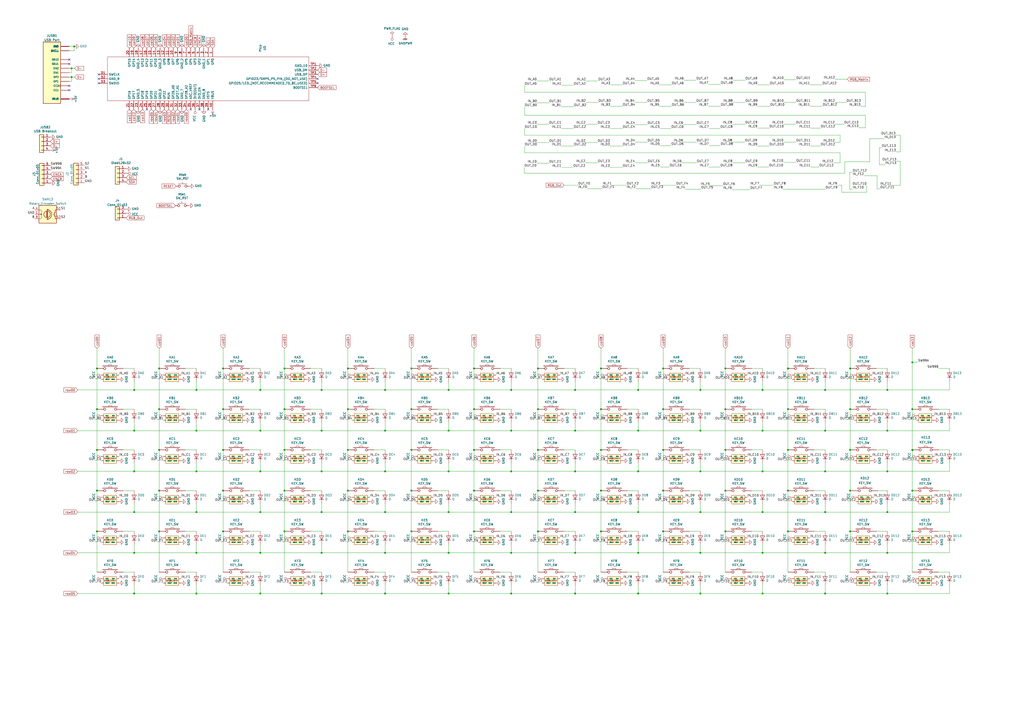
<source format=kicad_sch>
(kicad_sch (version 20211123) (generator eeschema)
  (paper "A2")
  (lib_symbols
    (symbol "KEY_SW_RGB_1" (pin_numbers hide) (pin_names (offset 1.016))
      (property "Reference" "KL" (at -3.81 2.794 0))
      (property "Value" "KEY_SW_RGB_1" (at -0.2032 -11.8364 0))
      (symbol "KEY_SW_RGB_1_0_1"
        (pin passive inverted (at -7.62 0 0) (length 5.08) (name "~") (number "1"))
        (pin passive inverted (at 7.62 0 180) (length 5.08) (name "~") (number "2"))
      )
      (symbol "KEY_SW_RGB_1_1_1"
        (text "SK6812mini" (at -0.0762 -4.953 0) (effects (font (size 0.7874 0.7874))))
        (pin power_in line (at -5.08 -3.81 0) (length 1.27) (name "VCC") (number "3"))
        (pin output line (at -5.08 -6.35 0) (length 1.27) (name "DOUT") (number "4"))
        (pin power_in line (at 5.08 -6.35 180) (length 1.27) (name "GND") (number "5"))
        (pin input line (at 5.08 -3.81 180) (length 1.27) (name "DIN") (number "6"))
      )
    )
    (symbol "KEY_SW_RGB_10" (pin_numbers hide) (pin_names (offset 1.016))
      (property "Reference" "KL" (at -3.81 2.794 0))
      (property "Value" "KEY_SW_RGB_10" (at -0.2032 -11.8364 0))
      (symbol "KEY_SW_RGB_10_0_1"
        (pin passive inverted (at -7.62 0 0) (length 5.08) (name "~") (number "1"))
        (pin passive inverted (at 7.62 0 180) (length 5.08) (name "~") (number "2"))
      )
      (symbol "KEY_SW_RGB_10_1_1"
        (text "SK6812mini" (at -0.0762 -4.953 0) (effects (font (size 0.7874 0.7874))))
        (pin power_in line (at -5.08 -3.81 0) (length 1.27) (name "VCC") (number "3"))
        (pin output line (at -5.08 -6.35 0) (length 1.27) (name "DOUT") (number "4"))
        (pin power_in line (at 5.08 -6.35 180) (length 1.27) (name "GND") (number "5"))
        (pin input line (at 5.08 -3.81 180) (length 1.27) (name "DIN") (number "6"))
      )
    )
    (symbol "KEY_SW_RGB_11" (pin_numbers hide) (pin_names (offset 1.016))
      (property "Reference" "KL" (at -3.81 2.794 0))
      (property "Value" "KEY_SW_RGB_11" (at -0.2032 -11.8364 0))
      (symbol "KEY_SW_RGB_11_0_1"
        (pin passive inverted (at -7.62 0 0) (length 5.08) (name "~") (number "1"))
        (pin passive inverted (at 7.62 0 180) (length 5.08) (name "~") (number "2"))
      )
      (symbol "KEY_SW_RGB_11_1_1"
        (text "SK6812mini" (at -0.0762 -4.953 0) (effects (font (size 0.7874 0.7874))))
        (pin power_in line (at -5.08 -3.81 0) (length 1.27) (name "VCC") (number "3"))
        (pin output line (at -5.08 -6.35 0) (length 1.27) (name "DOUT") (number "4"))
        (pin power_in line (at 5.08 -6.35 180) (length 1.27) (name "GND") (number "5"))
        (pin input line (at 5.08 -3.81 180) (length 1.27) (name "DIN") (number "6"))
      )
    )
    (symbol "KEY_SW_RGB_12" (pin_numbers hide) (pin_names (offset 1.016))
      (property "Reference" "KL" (at -3.81 2.794 0))
      (property "Value" "KEY_SW_RGB_12" (at -0.2032 -11.8364 0))
      (symbol "KEY_SW_RGB_12_0_1"
        (pin passive inverted (at -7.62 0 0) (length 5.08) (name "~") (number "1"))
        (pin passive inverted (at 7.62 0 180) (length 5.08) (name "~") (number "2"))
      )
      (symbol "KEY_SW_RGB_12_1_1"
        (text "SK6812mini" (at -0.0762 -4.953 0) (effects (font (size 0.7874 0.7874))))
        (pin power_in line (at -5.08 -3.81 0) (length 1.27) (name "VCC") (number "3"))
        (pin output line (at -5.08 -6.35 0) (length 1.27) (name "DOUT") (number "4"))
        (pin power_in line (at 5.08 -6.35 180) (length 1.27) (name "GND") (number "5"))
        (pin input line (at 5.08 -3.81 180) (length 1.27) (name "DIN") (number "6"))
      )
    )
    (symbol "KEY_SW_RGB_13" (pin_numbers hide) (pin_names (offset 1.016))
      (property "Reference" "KL" (at -3.81 2.794 0))
      (property "Value" "KEY_SW_RGB_13" (at -0.2032 -11.8364 0))
      (symbol "KEY_SW_RGB_13_0_1"
        (pin passive inverted (at -7.62 0 0) (length 5.08) (name "~") (number "1"))
        (pin passive inverted (at 7.62 0 180) (length 5.08) (name "~") (number "2"))
      )
      (symbol "KEY_SW_RGB_13_1_1"
        (text "SK6812mini" (at -0.0762 -4.953 0) (effects (font (size 0.7874 0.7874))))
        (pin power_in line (at -5.08 -3.81 0) (length 1.27) (name "VCC") (number "3"))
        (pin output line (at -5.08 -6.35 0) (length 1.27) (name "DOUT") (number "4"))
        (pin power_in line (at 5.08 -6.35 180) (length 1.27) (name "GND") (number "5"))
        (pin input line (at 5.08 -3.81 180) (length 1.27) (name "DIN") (number "6"))
      )
    )
    (symbol "KEY_SW_RGB_14" (pin_numbers hide) (pin_names (offset 1.016))
      (property "Reference" "KL" (at -3.81 2.794 0))
      (property "Value" "KEY_SW_RGB_14" (at -0.2032 -11.8364 0))
      (symbol "KEY_SW_RGB_14_0_1"
        (pin passive inverted (at -7.62 0 0) (length 5.08) (name "~") (number "1"))
        (pin passive inverted (at 7.62 0 180) (length 5.08) (name "~") (number "2"))
      )
      (symbol "KEY_SW_RGB_14_1_1"
        (text "SK6812mini" (at -0.0762 -4.953 0) (effects (font (size 0.7874 0.7874))))
        (pin power_in line (at -5.08 -3.81 0) (length 1.27) (name "VCC") (number "3"))
        (pin output line (at -5.08 -6.35 0) (length 1.27) (name "DOUT") (number "4"))
        (pin power_in line (at 5.08 -6.35 180) (length 1.27) (name "GND") (number "5"))
        (pin input line (at 5.08 -3.81 180) (length 1.27) (name "DIN") (number "6"))
      )
    )
    (symbol "KEY_SW_RGB_15" (pin_numbers hide) (pin_names (offset 1.016))
      (property "Reference" "KL" (at -3.81 2.794 0))
      (property "Value" "KEY_SW_RGB_15" (at -0.2032 -11.8364 0))
      (symbol "KEY_SW_RGB_15_0_1"
        (pin passive inverted (at -7.62 0 0) (length 5.08) (name "~") (number "1"))
        (pin passive inverted (at 7.62 0 180) (length 5.08) (name "~") (number "2"))
      )
      (symbol "KEY_SW_RGB_15_1_1"
        (text "SK6812mini" (at -0.0762 -4.953 0) (effects (font (size 0.7874 0.7874))))
        (pin power_in line (at -5.08 -3.81 0) (length 1.27) (name "VCC") (number "3"))
        (pin output line (at -5.08 -6.35 0) (length 1.27) (name "DOUT") (number "4"))
        (pin power_in line (at 5.08 -6.35 180) (length 1.27) (name "GND") (number "5"))
        (pin input line (at 5.08 -3.81 180) (length 1.27) (name "DIN") (number "6"))
      )
    )
    (symbol "KEY_SW_RGB_16" (pin_numbers hide) (pin_names (offset 1.016))
      (property "Reference" "KL" (at -3.81 2.794 0))
      (property "Value" "KEY_SW_RGB_16" (at -0.2032 -11.8364 0))
      (symbol "KEY_SW_RGB_16_0_1"
        (pin passive inverted (at -7.62 0 0) (length 5.08) (name "~") (number "1"))
        (pin passive inverted (at 7.62 0 180) (length 5.08) (name "~") (number "2"))
      )
      (symbol "KEY_SW_RGB_16_1_1"
        (text "SK6812mini" (at -0.0762 -4.953 0) (effects (font (size 0.7874 0.7874))))
        (pin power_in line (at -5.08 -3.81 0) (length 1.27) (name "VCC") (number "3"))
        (pin output line (at -5.08 -6.35 0) (length 1.27) (name "DOUT") (number "4"))
        (pin power_in line (at 5.08 -6.35 180) (length 1.27) (name "GND") (number "5"))
        (pin input line (at 5.08 -3.81 180) (length 1.27) (name "DIN") (number "6"))
      )
    )
    (symbol "KEY_SW_RGB_17" (pin_numbers hide) (pin_names (offset 1.016))
      (property "Reference" "KL" (at -3.81 2.794 0))
      (property "Value" "KEY_SW_RGB_17" (at -0.2032 -11.8364 0))
      (symbol "KEY_SW_RGB_17_0_1"
        (pin passive inverted (at -7.62 0 0) (length 5.08) (name "~") (number "1"))
        (pin passive inverted (at 7.62 0 180) (length 5.08) (name "~") (number "2"))
      )
      (symbol "KEY_SW_RGB_17_1_1"
        (text "SK6812mini" (at -0.0762 -4.953 0) (effects (font (size 0.7874 0.7874))))
        (pin power_in line (at -5.08 -3.81 0) (length 1.27) (name "VCC") (number "3"))
        (pin output line (at -5.08 -6.35 0) (length 1.27) (name "DOUT") (number "4"))
        (pin power_in line (at 5.08 -6.35 180) (length 1.27) (name "GND") (number "5"))
        (pin input line (at 5.08 -3.81 180) (length 1.27) (name "DIN") (number "6"))
      )
    )
    (symbol "KEY_SW_RGB_18" (pin_numbers hide) (pin_names (offset 1.016))
      (property "Reference" "KL" (at -3.81 2.794 0))
      (property "Value" "KEY_SW_RGB_18" (at -0.2032 -11.8364 0))
      (symbol "KEY_SW_RGB_18_0_1"
        (pin passive inverted (at -7.62 0 0) (length 5.08) (name "~") (number "1"))
        (pin passive inverted (at 7.62 0 180) (length 5.08) (name "~") (number "2"))
      )
      (symbol "KEY_SW_RGB_18_1_1"
        (text "SK6812mini" (at -0.0762 -4.953 0) (effects (font (size 0.7874 0.7874))))
        (pin power_in line (at -5.08 -3.81 0) (length 1.27) (name "VCC") (number "3"))
        (pin output line (at -5.08 -6.35 0) (length 1.27) (name "DOUT") (number "4"))
        (pin power_in line (at 5.08 -6.35 180) (length 1.27) (name "GND") (number "5"))
        (pin input line (at 5.08 -3.81 180) (length 1.27) (name "DIN") (number "6"))
      )
    )
    (symbol "KEY_SW_RGB_19" (pin_numbers hide) (pin_names (offset 1.016))
      (property "Reference" "KL" (at -3.81 2.794 0))
      (property "Value" "KEY_SW_RGB_19" (at -0.2032 -11.8364 0))
      (symbol "KEY_SW_RGB_19_0_1"
        (pin passive inverted (at -7.62 0 0) (length 5.08) (name "~") (number "1"))
        (pin passive inverted (at 7.62 0 180) (length 5.08) (name "~") (number "2"))
      )
      (symbol "KEY_SW_RGB_19_1_1"
        (text "SK6812mini" (at -0.0762 -4.953 0) (effects (font (size 0.7874 0.7874))))
        (pin power_in line (at -5.08 -3.81 0) (length 1.27) (name "VCC") (number "3"))
        (pin output line (at -5.08 -6.35 0) (length 1.27) (name "DOUT") (number "4"))
        (pin power_in line (at 5.08 -6.35 180) (length 1.27) (name "GND") (number "5"))
        (pin input line (at 5.08 -3.81 180) (length 1.27) (name "DIN") (number "6"))
      )
    )
    (symbol "KEY_SW_RGB_2" (pin_numbers hide) (pin_names (offset 1.016))
      (property "Reference" "KL" (at -3.81 2.794 0))
      (property "Value" "KEY_SW_RGB_2" (at -0.2032 -11.8364 0))
      (symbol "KEY_SW_RGB_2_0_1"
        (pin passive inverted (at -7.62 0 0) (length 5.08) (name "~") (number "1"))
        (pin passive inverted (at 7.62 0 180) (length 5.08) (name "~") (number "2"))
      )
      (symbol "KEY_SW_RGB_2_1_1"
        (text "SK6812mini" (at -0.0762 -4.953 0) (effects (font (size 0.7874 0.7874))))
        (pin power_in line (at -5.08 -3.81 0) (length 1.27) (name "VCC") (number "3"))
        (pin output line (at -5.08 -6.35 0) (length 1.27) (name "DOUT") (number "4"))
        (pin power_in line (at 5.08 -6.35 180) (length 1.27) (name "GND") (number "5"))
        (pin input line (at 5.08 -3.81 180) (length 1.27) (name "DIN") (number "6"))
      )
    )
    (symbol "KEY_SW_RGB_20" (pin_numbers hide) (pin_names (offset 1.016))
      (property "Reference" "KL" (at -3.81 2.794 0))
      (property "Value" "KEY_SW_RGB_20" (at -0.2032 -11.8364 0))
      (symbol "KEY_SW_RGB_20_0_1"
        (pin passive inverted (at -7.62 0 0) (length 5.08) (name "~") (number "1"))
        (pin passive inverted (at 7.62 0 180) (length 5.08) (name "~") (number "2"))
      )
      (symbol "KEY_SW_RGB_20_1_1"
        (text "SK6812mini" (at -0.0762 -4.953 0) (effects (font (size 0.7874 0.7874))))
        (pin power_in line (at -5.08 -3.81 0) (length 1.27) (name "VCC") (number "3"))
        (pin output line (at -5.08 -6.35 0) (length 1.27) (name "DOUT") (number "4"))
        (pin power_in line (at 5.08 -6.35 180) (length 1.27) (name "GND") (number "5"))
        (pin input line (at 5.08 -3.81 180) (length 1.27) (name "DIN") (number "6"))
      )
    )
    (symbol "KEY_SW_RGB_21" (pin_numbers hide) (pin_names (offset 1.016))
      (property "Reference" "KL" (at -3.81 2.794 0))
      (property "Value" "KEY_SW_RGB_21" (at -0.2032 -11.8364 0))
      (symbol "KEY_SW_RGB_21_0_1"
        (pin passive inverted (at -7.62 0 0) (length 5.08) (name "~") (number "1"))
        (pin passive inverted (at 7.62 0 180) (length 5.08) (name "~") (number "2"))
      )
      (symbol "KEY_SW_RGB_21_1_1"
        (text "SK6812mini" (at -0.0762 -4.953 0) (effects (font (size 0.7874 0.7874))))
        (pin power_in line (at -5.08 -3.81 0) (length 1.27) (name "VCC") (number "3"))
        (pin output line (at -5.08 -6.35 0) (length 1.27) (name "DOUT") (number "4"))
        (pin power_in line (at 5.08 -6.35 180) (length 1.27) (name "GND") (number "5"))
        (pin input line (at 5.08 -3.81 180) (length 1.27) (name "DIN") (number "6"))
      )
    )
    (symbol "KEY_SW_RGB_22" (pin_numbers hide) (pin_names (offset 1.016))
      (property "Reference" "KL" (at -3.81 2.794 0))
      (property "Value" "KEY_SW_RGB_22" (at -0.2032 -11.8364 0))
      (symbol "KEY_SW_RGB_22_0_1"
        (pin passive inverted (at -7.62 0 0) (length 5.08) (name "~") (number "1"))
        (pin passive inverted (at 7.62 0 180) (length 5.08) (name "~") (number "2"))
      )
      (symbol "KEY_SW_RGB_22_1_1"
        (text "SK6812mini" (at -0.0762 -4.953 0) (effects (font (size 0.7874 0.7874))))
        (pin power_in line (at -5.08 -3.81 0) (length 1.27) (name "VCC") (number "3"))
        (pin output line (at -5.08 -6.35 0) (length 1.27) (name "DOUT") (number "4"))
        (pin power_in line (at 5.08 -6.35 180) (length 1.27) (name "GND") (number "5"))
        (pin input line (at 5.08 -3.81 180) (length 1.27) (name "DIN") (number "6"))
      )
    )
    (symbol "KEY_SW_RGB_23" (pin_numbers hide) (pin_names (offset 1.016))
      (property "Reference" "KL" (at -3.81 2.794 0))
      (property "Value" "KEY_SW_RGB_23" (at -0.2032 -11.8364 0))
      (symbol "KEY_SW_RGB_23_0_1"
        (pin passive inverted (at -7.62 0 0) (length 5.08) (name "~") (number "1"))
        (pin passive inverted (at 7.62 0 180) (length 5.08) (name "~") (number "2"))
      )
      (symbol "KEY_SW_RGB_23_1_1"
        (text "SK6812mini" (at -0.0762 -4.953 0) (effects (font (size 0.7874 0.7874))))
        (pin power_in line (at -5.08 -3.81 0) (length 1.27) (name "VCC") (number "3"))
        (pin output line (at -5.08 -6.35 0) (length 1.27) (name "DOUT") (number "4"))
        (pin power_in line (at 5.08 -6.35 180) (length 1.27) (name "GND") (number "5"))
        (pin input line (at 5.08 -3.81 180) (length 1.27) (name "DIN") (number "6"))
      )
    )
    (symbol "KEY_SW_RGB_24" (pin_numbers hide) (pin_names (offset 1.016))
      (property "Reference" "KL" (at -3.81 2.794 0))
      (property "Value" "KEY_SW_RGB_24" (at -0.2032 -11.8364 0))
      (symbol "KEY_SW_RGB_24_0_1"
        (pin passive inverted (at -7.62 0 0) (length 5.08) (name "~") (number "1"))
        (pin passive inverted (at 7.62 0 180) (length 5.08) (name "~") (number "2"))
      )
      (symbol "KEY_SW_RGB_24_1_1"
        (text "SK6812mini" (at -0.0762 -4.953 0) (effects (font (size 0.7874 0.7874))))
        (pin power_in line (at -5.08 -3.81 0) (length 1.27) (name "VCC") (number "3"))
        (pin output line (at -5.08 -6.35 0) (length 1.27) (name "DOUT") (number "4"))
        (pin power_in line (at 5.08 -6.35 180) (length 1.27) (name "GND") (number "5"))
        (pin input line (at 5.08 -3.81 180) (length 1.27) (name "DIN") (number "6"))
      )
    )
    (symbol "KEY_SW_RGB_25" (pin_numbers hide) (pin_names (offset 1.016))
      (property "Reference" "KL" (at -3.81 2.794 0))
      (property "Value" "KEY_SW_RGB_25" (at -0.2032 -11.8364 0))
      (symbol "KEY_SW_RGB_25_0_1"
        (pin passive inverted (at -7.62 0 0) (length 5.08) (name "~") (number "1"))
        (pin passive inverted (at 7.62 0 180) (length 5.08) (name "~") (number "2"))
      )
      (symbol "KEY_SW_RGB_25_1_1"
        (text "SK6812mini" (at -0.0762 -4.953 0) (effects (font (size 0.7874 0.7874))))
        (pin power_in line (at -5.08 -3.81 0) (length 1.27) (name "VCC") (number "3"))
        (pin output line (at -5.08 -6.35 0) (length 1.27) (name "DOUT") (number "4"))
        (pin power_in line (at 5.08 -6.35 180) (length 1.27) (name "GND") (number "5"))
        (pin input line (at 5.08 -3.81 180) (length 1.27) (name "DIN") (number "6"))
      )
    )
    (symbol "KEY_SW_RGB_26" (pin_numbers hide) (pin_names (offset 1.016))
      (property "Reference" "KL" (at -3.81 2.794 0))
      (property "Value" "KEY_SW_RGB_26" (at -0.2032 -11.8364 0))
      (symbol "KEY_SW_RGB_26_0_1"
        (pin passive inverted (at -7.62 0 0) (length 5.08) (name "~") (number "1"))
        (pin passive inverted (at 7.62 0 180) (length 5.08) (name "~") (number "2"))
      )
      (symbol "KEY_SW_RGB_26_1_1"
        (text "SK6812mini" (at -0.0762 -4.953 0) (effects (font (size 0.7874 0.7874))))
        (pin power_in line (at -5.08 -3.81 0) (length 1.27) (name "VCC") (number "3"))
        (pin output line (at -5.08 -6.35 0) (length 1.27) (name "DOUT") (number "4"))
        (pin power_in line (at 5.08 -6.35 180) (length 1.27) (name "GND") (number "5"))
        (pin input line (at 5.08 -3.81 180) (length 1.27) (name "DIN") (number "6"))
      )
    )
    (symbol "KEY_SW_RGB_27" (pin_numbers hide) (pin_names (offset 1.016))
      (property "Reference" "KL" (at -3.81 2.794 0))
      (property "Value" "KEY_SW_RGB_27" (at -0.2032 -11.8364 0))
      (symbol "KEY_SW_RGB_27_0_1"
        (pin passive inverted (at -7.62 0 0) (length 5.08) (name "~") (number "1"))
        (pin passive inverted (at 7.62 0 180) (length 5.08) (name "~") (number "2"))
      )
      (symbol "KEY_SW_RGB_27_1_1"
        (text "SK6812mini" (at -0.0762 -4.953 0) (effects (font (size 0.7874 0.7874))))
        (pin power_in line (at -5.08 -3.81 0) (length 1.27) (name "VCC") (number "3"))
        (pin output line (at -5.08 -6.35 0) (length 1.27) (name "DOUT") (number "4"))
        (pin power_in line (at 5.08 -6.35 180) (length 1.27) (name "GND") (number "5"))
        (pin input line (at 5.08 -3.81 180) (length 1.27) (name "DIN") (number "6"))
      )
    )
    (symbol "KEY_SW_RGB_28" (pin_numbers hide) (pin_names (offset 1.016))
      (property "Reference" "KL" (at -3.81 2.794 0))
      (property "Value" "KEY_SW_RGB_28" (at -0.2032 -11.8364 0))
      (symbol "KEY_SW_RGB_28_0_1"
        (pin passive inverted (at -7.62 0 0) (length 5.08) (name "~") (number "1"))
        (pin passive inverted (at 7.62 0 180) (length 5.08) (name "~") (number "2"))
      )
      (symbol "KEY_SW_RGB_28_1_1"
        (text "SK6812mini" (at -0.0762 -4.953 0) (effects (font (size 0.7874 0.7874))))
        (pin power_in line (at -5.08 -3.81 0) (length 1.27) (name "VCC") (number "3"))
        (pin output line (at -5.08 -6.35 0) (length 1.27) (name "DOUT") (number "4"))
        (pin power_in line (at 5.08 -6.35 180) (length 1.27) (name "GND") (number "5"))
        (pin input line (at 5.08 -3.81 180) (length 1.27) (name "DIN") (number "6"))
      )
    )
    (symbol "KEY_SW_RGB_29" (pin_numbers hide) (pin_names (offset 1.016))
      (property "Reference" "KL" (at -3.81 2.794 0))
      (property "Value" "KEY_SW_RGB_29" (at -0.2032 -11.8364 0))
      (symbol "KEY_SW_RGB_29_0_1"
        (pin passive inverted (at -7.62 0 0) (length 5.08) (name "~") (number "1"))
        (pin passive inverted (at 7.62 0 180) (length 5.08) (name "~") (number "2"))
      )
      (symbol "KEY_SW_RGB_29_1_1"
        (text "SK6812mini" (at -0.0762 -4.953 0) (effects (font (size 0.7874 0.7874))))
        (pin power_in line (at -5.08 -3.81 0) (length 1.27) (name "VCC") (number "3"))
        (pin output line (at -5.08 -6.35 0) (length 1.27) (name "DOUT") (number "4"))
        (pin power_in line (at 5.08 -6.35 180) (length 1.27) (name "GND") (number "5"))
        (pin input line (at 5.08 -3.81 180) (length 1.27) (name "DIN") (number "6"))
      )
    )
    (symbol "KEY_SW_RGB_3" (pin_numbers hide) (pin_names (offset 1.016))
      (property "Reference" "KL" (at -3.81 2.794 0))
      (property "Value" "KEY_SW_RGB_3" (at -0.2032 -11.8364 0))
      (symbol "KEY_SW_RGB_3_0_1"
        (pin passive inverted (at -7.62 0 0) (length 5.08) (name "~") (number "1"))
        (pin passive inverted (at 7.62 0 180) (length 5.08) (name "~") (number "2"))
      )
      (symbol "KEY_SW_RGB_3_1_1"
        (text "SK6812mini" (at -0.0762 -4.953 0) (effects (font (size 0.7874 0.7874))))
        (pin power_in line (at -5.08 -3.81 0) (length 1.27) (name "VCC") (number "3"))
        (pin output line (at -5.08 -6.35 0) (length 1.27) (name "DOUT") (number "4"))
        (pin power_in line (at 5.08 -6.35 180) (length 1.27) (name "GND") (number "5"))
        (pin input line (at 5.08 -3.81 180) (length 1.27) (name "DIN") (number "6"))
      )
    )
    (symbol "KEY_SW_RGB_30" (pin_numbers hide) (pin_names (offset 1.016))
      (property "Reference" "KL" (at -3.81 2.794 0))
      (property "Value" "KEY_SW_RGB_30" (at -0.2032 -11.8364 0))
      (symbol "KEY_SW_RGB_30_0_1"
        (pin passive inverted (at -7.62 0 0) (length 5.08) (name "~") (number "1"))
        (pin passive inverted (at 7.62 0 180) (length 5.08) (name "~") (number "2"))
      )
      (symbol "KEY_SW_RGB_30_1_1"
        (text "SK6812mini" (at -0.0762 -4.953 0) (effects (font (size 0.7874 0.7874))))
        (pin power_in line (at -5.08 -3.81 0) (length 1.27) (name "VCC") (number "3"))
        (pin output line (at -5.08 -6.35 0) (length 1.27) (name "DOUT") (number "4"))
        (pin power_in line (at 5.08 -6.35 180) (length 1.27) (name "GND") (number "5"))
        (pin input line (at 5.08 -3.81 180) (length 1.27) (name "DIN") (number "6"))
      )
    )
    (symbol "KEY_SW_RGB_31" (pin_numbers hide) (pin_names (offset 1.016))
      (property "Reference" "KL" (at -3.81 2.794 0))
      (property "Value" "KEY_SW_RGB_31" (at -0.2032 -11.8364 0))
      (symbol "KEY_SW_RGB_31_0_1"
        (pin passive inverted (at -7.62 0 0) (length 5.08) (name "~") (number "1"))
        (pin passive inverted (at 7.62 0 180) (length 5.08) (name "~") (number "2"))
      )
      (symbol "KEY_SW_RGB_31_1_1"
        (text "SK6812mini" (at -0.0762 -4.953 0) (effects (font (size 0.7874 0.7874))))
        (pin power_in line (at -5.08 -3.81 0) (length 1.27) (name "VCC") (number "3"))
        (pin output line (at -5.08 -6.35 0) (length 1.27) (name "DOUT") (number "4"))
        (pin power_in line (at 5.08 -6.35 180) (length 1.27) (name "GND") (number "5"))
        (pin input line (at 5.08 -3.81 180) (length 1.27) (name "DIN") (number "6"))
      )
    )
    (symbol "KEY_SW_RGB_32" (pin_numbers hide) (pin_names (offset 1.016))
      (property "Reference" "KL" (at -3.81 2.794 0))
      (property "Value" "KEY_SW_RGB_32" (at -0.2032 -11.8364 0))
      (symbol "KEY_SW_RGB_32_0_1"
        (pin passive inverted (at -7.62 0 0) (length 5.08) (name "~") (number "1"))
        (pin passive inverted (at 7.62 0 180) (length 5.08) (name "~") (number "2"))
      )
      (symbol "KEY_SW_RGB_32_1_1"
        (text "SK6812mini" (at -0.0762 -4.953 0) (effects (font (size 0.7874 0.7874))))
        (pin power_in line (at -5.08 -3.81 0) (length 1.27) (name "VCC") (number "3"))
        (pin output line (at -5.08 -6.35 0) (length 1.27) (name "DOUT") (number "4"))
        (pin power_in line (at 5.08 -6.35 180) (length 1.27) (name "GND") (number "5"))
        (pin input line (at 5.08 -3.81 180) (length 1.27) (name "DIN") (number "6"))
      )
    )
    (symbol "KEY_SW_RGB_33" (pin_numbers hide) (pin_names (offset 1.016))
      (property "Reference" "KL" (at -3.81 2.794 0))
      (property "Value" "KEY_SW_RGB_33" (at -0.2032 -11.8364 0))
      (symbol "KEY_SW_RGB_33_0_1"
        (pin passive inverted (at -7.62 0 0) (length 5.08) (name "~") (number "1"))
        (pin passive inverted (at 7.62 0 180) (length 5.08) (name "~") (number "2"))
      )
      (symbol "KEY_SW_RGB_33_1_1"
        (text "SK6812mini" (at -0.0762 -4.953 0) (effects (font (size 0.7874 0.7874))))
        (pin power_in line (at -5.08 -3.81 0) (length 1.27) (name "VCC") (number "3"))
        (pin output line (at -5.08 -6.35 0) (length 1.27) (name "DOUT") (number "4"))
        (pin power_in line (at 5.08 -6.35 180) (length 1.27) (name "GND") (number "5"))
        (pin input line (at 5.08 -3.81 180) (length 1.27) (name "DIN") (number "6"))
      )
    )
    (symbol "KEY_SW_RGB_34" (pin_numbers hide) (pin_names (offset 1.016))
      (property "Reference" "KL" (at -3.81 2.794 0))
      (property "Value" "KEY_SW_RGB_34" (at -0.2032 -11.8364 0))
      (symbol "KEY_SW_RGB_34_0_1"
        (pin passive inverted (at -7.62 0 0) (length 5.08) (name "~") (number "1"))
        (pin passive inverted (at 7.62 0 180) (length 5.08) (name "~") (number "2"))
      )
      (symbol "KEY_SW_RGB_34_1_1"
        (text "SK6812mini" (at -0.0762 -4.953 0) (effects (font (size 0.7874 0.7874))))
        (pin power_in line (at -5.08 -3.81 0) (length 1.27) (name "VCC") (number "3"))
        (pin output line (at -5.08 -6.35 0) (length 1.27) (name "DOUT") (number "4"))
        (pin power_in line (at 5.08 -6.35 180) (length 1.27) (name "GND") (number "5"))
        (pin input line (at 5.08 -3.81 180) (length 1.27) (name "DIN") (number "6"))
      )
    )
    (symbol "KEY_SW_RGB_35" (pin_numbers hide) (pin_names (offset 1.016))
      (property "Reference" "KL" (at -3.81 2.794 0))
      (property "Value" "KEY_SW_RGB_35" (at -0.2032 -11.8364 0))
      (symbol "KEY_SW_RGB_35_0_1"
        (pin passive inverted (at -7.62 0 0) (length 5.08) (name "~") (number "1"))
        (pin passive inverted (at 7.62 0 180) (length 5.08) (name "~") (number "2"))
      )
      (symbol "KEY_SW_RGB_35_1_1"
        (text "SK6812mini" (at -0.0762 -4.953 0) (effects (font (size 0.7874 0.7874))))
        (pin power_in line (at -5.08 -3.81 0) (length 1.27) (name "VCC") (number "3"))
        (pin output line (at -5.08 -6.35 0) (length 1.27) (name "DOUT") (number "4"))
        (pin power_in line (at 5.08 -6.35 180) (length 1.27) (name "GND") (number "5"))
        (pin input line (at 5.08 -3.81 180) (length 1.27) (name "DIN") (number "6"))
      )
    )
    (symbol "KEY_SW_RGB_36" (pin_numbers hide) (pin_names (offset 1.016))
      (property "Reference" "KL" (at -3.81 2.794 0))
      (property "Value" "KEY_SW_RGB_36" (at -0.2032 -11.8364 0))
      (symbol "KEY_SW_RGB_36_0_1"
        (pin passive inverted (at -7.62 0 0) (length 5.08) (name "~") (number "1"))
        (pin passive inverted (at 7.62 0 180) (length 5.08) (name "~") (number "2"))
      )
      (symbol "KEY_SW_RGB_36_1_1"
        (text "SK6812mini" (at -0.0762 -4.953 0) (effects (font (size 0.7874 0.7874))))
        (pin power_in line (at -5.08 -3.81 0) (length 1.27) (name "VCC") (number "3"))
        (pin output line (at -5.08 -6.35 0) (length 1.27) (name "DOUT") (number "4"))
        (pin power_in line (at 5.08 -6.35 180) (length 1.27) (name "GND") (number "5"))
        (pin input line (at 5.08 -3.81 180) (length 1.27) (name "DIN") (number "6"))
      )
    )
    (symbol "KEY_SW_RGB_37" (pin_numbers hide) (pin_names (offset 1.016))
      (property "Reference" "KL" (at -3.81 2.794 0))
      (property "Value" "KEY_SW_RGB_37" (at -0.2032 -11.8364 0))
      (symbol "KEY_SW_RGB_37_0_1"
        (pin passive inverted (at -7.62 0 0) (length 5.08) (name "~") (number "1"))
        (pin passive inverted (at 7.62 0 180) (length 5.08) (name "~") (number "2"))
      )
      (symbol "KEY_SW_RGB_37_1_1"
        (text "SK6812mini" (at -0.0762 -4.953 0) (effects (font (size 0.7874 0.7874))))
        (pin power_in line (at -5.08 -3.81 0) (length 1.27) (name "VCC") (number "3"))
        (pin output line (at -5.08 -6.35 0) (length 1.27) (name "DOUT") (number "4"))
        (pin power_in line (at 5.08 -6.35 180) (length 1.27) (name "GND") (number "5"))
        (pin input line (at 5.08 -3.81 180) (length 1.27) (name "DIN") (number "6"))
      )
    )
    (symbol "KEY_SW_RGB_38" (pin_numbers hide) (pin_names (offset 1.016))
      (property "Reference" "KL" (at -3.81 2.794 0))
      (property "Value" "KEY_SW_RGB_38" (at -0.2032 -11.8364 0))
      (symbol "KEY_SW_RGB_38_0_1"
        (pin passive inverted (at -7.62 0 0) (length 5.08) (name "~") (number "1"))
        (pin passive inverted (at 7.62 0 180) (length 5.08) (name "~") (number "2"))
      )
      (symbol "KEY_SW_RGB_38_1_1"
        (text "SK6812mini" (at -0.0762 -4.953 0) (effects (font (size 0.7874 0.7874))))
        (pin power_in line (at -5.08 -3.81 0) (length 1.27) (name "VCC") (number "3"))
        (pin output line (at -5.08 -6.35 0) (length 1.27) (name "DOUT") (number "4"))
        (pin power_in line (at 5.08 -6.35 180) (length 1.27) (name "GND") (number "5"))
        (pin input line (at 5.08 -3.81 180) (length 1.27) (name "DIN") (number "6"))
      )
    )
    (symbol "KEY_SW_RGB_39" (pin_numbers hide) (pin_names (offset 1.016))
      (property "Reference" "KL" (at -3.81 2.794 0))
      (property "Value" "KEY_SW_RGB_39" (at -0.2032 -11.8364 0))
      (symbol "KEY_SW_RGB_39_0_1"
        (pin passive inverted (at -7.62 0 0) (length 5.08) (name "~") (number "1"))
        (pin passive inverted (at 7.62 0 180) (length 5.08) (name "~") (number "2"))
      )
      (symbol "KEY_SW_RGB_39_1_1"
        (text "SK6812mini" (at -0.0762 -4.953 0) (effects (font (size 0.7874 0.7874))))
        (pin power_in line (at -5.08 -3.81 0) (length 1.27) (name "VCC") (number "3"))
        (pin output line (at -5.08 -6.35 0) (length 1.27) (name "DOUT") (number "4"))
        (pin power_in line (at 5.08 -6.35 180) (length 1.27) (name "GND") (number "5"))
        (pin input line (at 5.08 -3.81 180) (length 1.27) (name "DIN") (number "6"))
      )
    )
    (symbol "KEY_SW_RGB_4" (pin_numbers hide) (pin_names (offset 1.016))
      (property "Reference" "KL" (at -3.81 2.794 0))
      (property "Value" "KEY_SW_RGB_4" (at -0.2032 -11.8364 0))
      (symbol "KEY_SW_RGB_4_0_1"
        (pin passive inverted (at -7.62 0 0) (length 5.08) (name "~") (number "1"))
        (pin passive inverted (at 7.62 0 180) (length 5.08) (name "~") (number "2"))
      )
      (symbol "KEY_SW_RGB_4_1_1"
        (text "SK6812mini" (at -0.0762 -4.953 0) (effects (font (size 0.7874 0.7874))))
        (pin power_in line (at -5.08 -3.81 0) (length 1.27) (name "VCC") (number "3"))
        (pin output line (at -5.08 -6.35 0) (length 1.27) (name "DOUT") (number "4"))
        (pin power_in line (at 5.08 -6.35 180) (length 1.27) (name "GND") (number "5"))
        (pin input line (at 5.08 -3.81 180) (length 1.27) (name "DIN") (number "6"))
      )
    )
    (symbol "KEY_SW_RGB_40" (pin_numbers hide) (pin_names (offset 1.016))
      (property "Reference" "KL" (at -3.81 2.794 0))
      (property "Value" "KEY_SW_RGB_40" (at -0.2032 -11.8364 0))
      (symbol "KEY_SW_RGB_40_0_1"
        (pin passive inverted (at -7.62 0 0) (length 5.08) (name "~") (number "1"))
        (pin passive inverted (at 7.62 0 180) (length 5.08) (name "~") (number "2"))
      )
      (symbol "KEY_SW_RGB_40_1_1"
        (text "SK6812mini" (at -0.0762 -4.953 0) (effects (font (size 0.7874 0.7874))))
        (pin power_in line (at -5.08 -3.81 0) (length 1.27) (name "VCC") (number "3"))
        (pin output line (at -5.08 -6.35 0) (length 1.27) (name "DOUT") (number "4"))
        (pin power_in line (at 5.08 -6.35 180) (length 1.27) (name "GND") (number "5"))
        (pin input line (at 5.08 -3.81 180) (length 1.27) (name "DIN") (number "6"))
      )
    )
    (symbol "KEY_SW_RGB_41" (pin_numbers hide) (pin_names (offset 1.016))
      (property "Reference" "KL" (at -3.81 2.794 0))
      (property "Value" "KEY_SW_RGB_41" (at -0.2032 -11.8364 0))
      (symbol "KEY_SW_RGB_41_0_1"
        (pin passive inverted (at -7.62 0 0) (length 5.08) (name "~") (number "1"))
        (pin passive inverted (at 7.62 0 180) (length 5.08) (name "~") (number "2"))
      )
      (symbol "KEY_SW_RGB_41_1_1"
        (text "SK6812mini" (at -0.0762 -4.953 0) (effects (font (size 0.7874 0.7874))))
        (pin power_in line (at -5.08 -3.81 0) (length 1.27) (name "VCC") (number "3"))
        (pin output line (at -5.08 -6.35 0) (length 1.27) (name "DOUT") (number "4"))
        (pin power_in line (at 5.08 -6.35 180) (length 1.27) (name "GND") (number "5"))
        (pin input line (at 5.08 -3.81 180) (length 1.27) (name "DIN") (number "6"))
      )
    )
    (symbol "KEY_SW_RGB_42" (pin_numbers hide) (pin_names (offset 1.016))
      (property "Reference" "KL" (at -3.81 2.794 0))
      (property "Value" "KEY_SW_RGB_42" (at -0.2032 -11.8364 0))
      (symbol "KEY_SW_RGB_42_0_1"
        (pin passive inverted (at -7.62 0 0) (length 5.08) (name "~") (number "1"))
        (pin passive inverted (at 7.62 0 180) (length 5.08) (name "~") (number "2"))
      )
      (symbol "KEY_SW_RGB_42_1_1"
        (text "SK6812mini" (at -0.0762 -4.953 0) (effects (font (size 0.7874 0.7874))))
        (pin power_in line (at -5.08 -3.81 0) (length 1.27) (name "VCC") (number "3"))
        (pin output line (at -5.08 -6.35 0) (length 1.27) (name "DOUT") (number "4"))
        (pin power_in line (at 5.08 -6.35 180) (length 1.27) (name "GND") (number "5"))
        (pin input line (at 5.08 -3.81 180) (length 1.27) (name "DIN") (number "6"))
      )
    )
    (symbol "KEY_SW_RGB_43" (pin_numbers hide) (pin_names (offset 1.016))
      (property "Reference" "KL" (at -3.81 2.794 0))
      (property "Value" "KEY_SW_RGB_43" (at -0.2032 -11.8364 0))
      (symbol "KEY_SW_RGB_43_0_1"
        (pin passive inverted (at -7.62 0 0) (length 5.08) (name "~") (number "1"))
        (pin passive inverted (at 7.62 0 180) (length 5.08) (name "~") (number "2"))
      )
      (symbol "KEY_SW_RGB_43_1_1"
        (text "SK6812mini" (at -0.0762 -4.953 0) (effects (font (size 0.7874 0.7874))))
        (pin power_in line (at -5.08 -3.81 0) (length 1.27) (name "VCC") (number "3"))
        (pin output line (at -5.08 -6.35 0) (length 1.27) (name "DOUT") (number "4"))
        (pin power_in line (at 5.08 -6.35 180) (length 1.27) (name "GND") (number "5"))
        (pin input line (at 5.08 -3.81 180) (length 1.27) (name "DIN") (number "6"))
      )
    )
    (symbol "KEY_SW_RGB_44" (pin_numbers hide) (pin_names (offset 1.016))
      (property "Reference" "KL" (at -3.81 2.794 0))
      (property "Value" "KEY_SW_RGB_44" (at -0.2032 -11.8364 0))
      (symbol "KEY_SW_RGB_44_0_1"
        (pin passive inverted (at -7.62 0 0) (length 5.08) (name "~") (number "1"))
        (pin passive inverted (at 7.62 0 180) (length 5.08) (name "~") (number "2"))
      )
      (symbol "KEY_SW_RGB_44_1_1"
        (text "SK6812mini" (at -0.0762 -4.953 0) (effects (font (size 0.7874 0.7874))))
        (pin power_in line (at -5.08 -3.81 0) (length 1.27) (name "VCC") (number "3"))
        (pin output line (at -5.08 -6.35 0) (length 1.27) (name "DOUT") (number "4"))
        (pin power_in line (at 5.08 -6.35 180) (length 1.27) (name "GND") (number "5"))
        (pin input line (at 5.08 -3.81 180) (length 1.27) (name "DIN") (number "6"))
      )
    )
    (symbol "KEY_SW_RGB_45" (pin_numbers hide) (pin_names (offset 1.016))
      (property "Reference" "KL" (at -3.81 2.794 0))
      (property "Value" "KEY_SW_RGB_45" (at -0.2032 -11.8364 0))
      (symbol "KEY_SW_RGB_45_0_1"
        (pin passive inverted (at -7.62 0 0) (length 5.08) (name "~") (number "1"))
        (pin passive inverted (at 7.62 0 180) (length 5.08) (name "~") (number "2"))
      )
      (symbol "KEY_SW_RGB_45_1_1"
        (text "SK6812mini" (at -0.0762 -4.953 0) (effects (font (size 0.7874 0.7874))))
        (pin power_in line (at -5.08 -3.81 0) (length 1.27) (name "VCC") (number "3"))
        (pin output line (at -5.08 -6.35 0) (length 1.27) (name "DOUT") (number "4"))
        (pin power_in line (at 5.08 -6.35 180) (length 1.27) (name "GND") (number "5"))
        (pin input line (at 5.08 -3.81 180) (length 1.27) (name "DIN") (number "6"))
      )
    )
    (symbol "KEY_SW_RGB_46" (pin_numbers hide) (pin_names (offset 1.016))
      (property "Reference" "KL" (at -3.81 2.794 0))
      (property "Value" "KEY_SW_RGB_46" (at -0.2032 -11.8364 0))
      (symbol "KEY_SW_RGB_46_0_1"
        (pin passive inverted (at -7.62 0 0) (length 5.08) (name "~") (number "1"))
        (pin passive inverted (at 7.62 0 180) (length 5.08) (name "~") (number "2"))
      )
      (symbol "KEY_SW_RGB_46_1_1"
        (text "SK6812mini" (at -0.0762 -4.953 0) (effects (font (size 0.7874 0.7874))))
        (pin power_in line (at -5.08 -3.81 0) (length 1.27) (name "VCC") (number "3"))
        (pin output line (at -5.08 -6.35 0) (length 1.27) (name "DOUT") (number "4"))
        (pin power_in line (at 5.08 -6.35 180) (length 1.27) (name "GND") (number "5"))
        (pin input line (at 5.08 -3.81 180) (length 1.27) (name "DIN") (number "6"))
      )
    )
    (symbol "KEY_SW_RGB_47" (pin_numbers hide) (pin_names (offset 1.016))
      (property "Reference" "KL" (at -3.81 2.794 0))
      (property "Value" "KEY_SW_RGB_47" (at -0.2032 -11.8364 0))
      (symbol "KEY_SW_RGB_47_0_1"
        (pin passive inverted (at -7.62 0 0) (length 5.08) (name "~") (number "1"))
        (pin passive inverted (at 7.62 0 180) (length 5.08) (name "~") (number "2"))
      )
      (symbol "KEY_SW_RGB_47_1_1"
        (text "SK6812mini" (at -0.0762 -4.953 0) (effects (font (size 0.7874 0.7874))))
        (pin power_in line (at -5.08 -3.81 0) (length 1.27) (name "VCC") (number "3"))
        (pin output line (at -5.08 -6.35 0) (length 1.27) (name "DOUT") (number "4"))
        (pin power_in line (at 5.08 -6.35 180) (length 1.27) (name "GND") (number "5"))
        (pin input line (at 5.08 -3.81 180) (length 1.27) (name "DIN") (number "6"))
      )
    )
    (symbol "KEY_SW_RGB_48" (pin_numbers hide) (pin_names (offset 1.016))
      (property "Reference" "KL" (at -3.81 2.794 0))
      (property "Value" "KEY_SW_RGB_48" (at -0.2032 -11.8364 0))
      (symbol "KEY_SW_RGB_48_0_1"
        (pin passive inverted (at -7.62 0 0) (length 5.08) (name "~") (number "1"))
        (pin passive inverted (at 7.62 0 180) (length 5.08) (name "~") (number "2"))
      )
      (symbol "KEY_SW_RGB_48_1_1"
        (text "SK6812mini" (at -0.0762 -4.953 0) (effects (font (size 0.7874 0.7874))))
        (pin power_in line (at -5.08 -3.81 0) (length 1.27) (name "VCC") (number "3"))
        (pin output line (at -5.08 -6.35 0) (length 1.27) (name "DOUT") (number "4"))
        (pin power_in line (at 5.08 -6.35 180) (length 1.27) (name "GND") (number "5"))
        (pin input line (at 5.08 -3.81 180) (length 1.27) (name "DIN") (number "6"))
      )
    )
    (symbol "KEY_SW_RGB_49" (pin_numbers hide) (pin_names (offset 1.016))
      (property "Reference" "KL" (at -3.81 2.794 0))
      (property "Value" "KEY_SW_RGB_49" (at -0.2032 -11.8364 0))
      (symbol "KEY_SW_RGB_49_0_1"
        (pin passive inverted (at -7.62 0 0) (length 5.08) (name "~") (number "1"))
        (pin passive inverted (at 7.62 0 180) (length 5.08) (name "~") (number "2"))
      )
      (symbol "KEY_SW_RGB_49_1_1"
        (text "SK6812mini" (at -0.0762 -4.953 0) (effects (font (size 0.7874 0.7874))))
        (pin power_in line (at -5.08 -3.81 0) (length 1.27) (name "VCC") (number "3"))
        (pin output line (at -5.08 -6.35 0) (length 1.27) (name "DOUT") (number "4"))
        (pin power_in line (at 5.08 -6.35 180) (length 1.27) (name "GND") (number "5"))
        (pin input line (at 5.08 -3.81 180) (length 1.27) (name "DIN") (number "6"))
      )
    )
    (symbol "KEY_SW_RGB_5" (pin_numbers hide) (pin_names (offset 1.016))
      (property "Reference" "KL" (at -3.81 2.794 0))
      (property "Value" "KEY_SW_RGB_5" (at -0.2032 -11.8364 0))
      (symbol "KEY_SW_RGB_5_0_1"
        (pin passive inverted (at -7.62 0 0) (length 5.08) (name "~") (number "1"))
        (pin passive inverted (at 7.62 0 180) (length 5.08) (name "~") (number "2"))
      )
      (symbol "KEY_SW_RGB_5_1_1"
        (text "SK6812mini" (at -0.0762 -4.953 0) (effects (font (size 0.7874 0.7874))))
        (pin power_in line (at -5.08 -3.81 0) (length 1.27) (name "VCC") (number "3"))
        (pin output line (at -5.08 -6.35 0) (length 1.27) (name "DOUT") (number "4"))
        (pin power_in line (at 5.08 -6.35 180) (length 1.27) (name "GND") (number "5"))
        (pin input line (at 5.08 -3.81 180) (length 1.27) (name "DIN") (number "6"))
      )
    )
    (symbol "KEY_SW_RGB_50" (pin_numbers hide) (pin_names (offset 1.016))
      (property "Reference" "KL" (at -3.81 2.794 0))
      (property "Value" "KEY_SW_RGB_50" (at -0.2032 -11.8364 0))
      (symbol "KEY_SW_RGB_50_0_1"
        (pin passive inverted (at -7.62 0 0) (length 5.08) (name "~") (number "1"))
        (pin passive inverted (at 7.62 0 180) (length 5.08) (name "~") (number "2"))
      )
      (symbol "KEY_SW_RGB_50_1_1"
        (text "SK6812mini" (at -0.0762 -4.953 0) (effects (font (size 0.7874 0.7874))))
        (pin power_in line (at -5.08 -3.81 0) (length 1.27) (name "VCC") (number "3"))
        (pin output line (at -5.08 -6.35 0) (length 1.27) (name "DOUT") (number "4"))
        (pin power_in line (at 5.08 -6.35 180) (length 1.27) (name "GND") (number "5"))
        (pin input line (at 5.08 -3.81 180) (length 1.27) (name "DIN") (number "6"))
      )
    )
    (symbol "KEY_SW_RGB_51" (pin_numbers hide) (pin_names (offset 1.016))
      (property "Reference" "KL" (at -3.81 2.794 0))
      (property "Value" "KEY_SW_RGB_51" (at -0.2032 -11.8364 0))
      (symbol "KEY_SW_RGB_51_0_1"
        (pin passive inverted (at -7.62 0 0) (length 5.08) (name "~") (number "1"))
        (pin passive inverted (at 7.62 0 180) (length 5.08) (name "~") (number "2"))
      )
      (symbol "KEY_SW_RGB_51_1_1"
        (text "SK6812mini" (at -0.0762 -4.953 0) (effects (font (size 0.7874 0.7874))))
        (pin power_in line (at -5.08 -3.81 0) (length 1.27) (name "VCC") (number "3"))
        (pin output line (at -5.08 -6.35 0) (length 1.27) (name "DOUT") (number "4"))
        (pin power_in line (at 5.08 -6.35 180) (length 1.27) (name "GND") (number "5"))
        (pin input line (at 5.08 -3.81 180) (length 1.27) (name "DIN") (number "6"))
      )
    )
    (symbol "KEY_SW_RGB_52" (pin_numbers hide) (pin_names (offset 1.016))
      (property "Reference" "KL" (at -3.81 2.794 0))
      (property "Value" "KEY_SW_RGB_52" (at -0.2032 -11.8364 0))
      (symbol "KEY_SW_RGB_52_0_1"
        (pin passive inverted (at -7.62 0 0) (length 5.08) (name "~") (number "1"))
        (pin passive inverted (at 7.62 0 180) (length 5.08) (name "~") (number "2"))
      )
      (symbol "KEY_SW_RGB_52_1_1"
        (text "SK6812mini" (at -0.0762 -4.953 0) (effects (font (size 0.7874 0.7874))))
        (pin power_in line (at -5.08 -3.81 0) (length 1.27) (name "VCC") (number "3"))
        (pin output line (at -5.08 -6.35 0) (length 1.27) (name "DOUT") (number "4"))
        (pin power_in line (at 5.08 -6.35 180) (length 1.27) (name "GND") (number "5"))
        (pin input line (at 5.08 -3.81 180) (length 1.27) (name "DIN") (number "6"))
      )
    )
    (symbol "KEY_SW_RGB_53" (pin_numbers hide) (pin_names (offset 1.016))
      (property "Reference" "KL" (at -3.81 2.794 0))
      (property "Value" "KEY_SW_RGB_53" (at -0.2032 -11.8364 0))
      (symbol "KEY_SW_RGB_53_0_1"
        (pin passive inverted (at -7.62 0 0) (length 5.08) (name "~") (number "1"))
        (pin passive inverted (at 7.62 0 180) (length 5.08) (name "~") (number "2"))
      )
      (symbol "KEY_SW_RGB_53_1_1"
        (text "SK6812mini" (at -0.0762 -4.953 0) (effects (font (size 0.7874 0.7874))))
        (pin power_in line (at -5.08 -3.81 0) (length 1.27) (name "VCC") (number "3"))
        (pin output line (at -5.08 -6.35 0) (length 1.27) (name "DOUT") (number "4"))
        (pin power_in line (at 5.08 -6.35 180) (length 1.27) (name "GND") (number "5"))
        (pin input line (at 5.08 -3.81 180) (length 1.27) (name "DIN") (number "6"))
      )
    )
    (symbol "KEY_SW_RGB_54" (pin_numbers hide) (pin_names (offset 1.016))
      (property "Reference" "KL" (at -3.81 2.794 0))
      (property "Value" "KEY_SW_RGB_54" (at -0.2032 -11.8364 0))
      (symbol "KEY_SW_RGB_54_0_1"
        (pin passive inverted (at -7.62 0 0) (length 5.08) (name "~") (number "1"))
        (pin passive inverted (at 7.62 0 180) (length 5.08) (name "~") (number "2"))
      )
      (symbol "KEY_SW_RGB_54_1_1"
        (text "SK6812mini" (at -0.0762 -4.953 0) (effects (font (size 0.7874 0.7874))))
        (pin power_in line (at -5.08 -3.81 0) (length 1.27) (name "VCC") (number "3"))
        (pin output line (at -5.08 -6.35 0) (length 1.27) (name "DOUT") (number "4"))
        (pin power_in line (at 5.08 -6.35 180) (length 1.27) (name "GND") (number "5"))
        (pin input line (at 5.08 -3.81 180) (length 1.27) (name "DIN") (number "6"))
      )
    )
    (symbol "KEY_SW_RGB_55" (pin_numbers hide) (pin_names (offset 1.016))
      (property "Reference" "KL" (at -3.81 2.794 0))
      (property "Value" "KEY_SW_RGB_55" (at -0.2032 -11.8364 0))
      (symbol "KEY_SW_RGB_55_0_1"
        (pin passive inverted (at -7.62 0 0) (length 5.08) (name "~") (number "1"))
        (pin passive inverted (at 7.62 0 180) (length 5.08) (name "~") (number "2"))
      )
      (symbol "KEY_SW_RGB_55_1_1"
        (text "SK6812mini" (at -0.0762 -4.953 0) (effects (font (size 0.7874 0.7874))))
        (pin power_in line (at -5.08 -3.81 0) (length 1.27) (name "VCC") (number "3"))
        (pin output line (at -5.08 -6.35 0) (length 1.27) (name "DOUT") (number "4"))
        (pin power_in line (at 5.08 -6.35 180) (length 1.27) (name "GND") (number "5"))
        (pin input line (at 5.08 -3.81 180) (length 1.27) (name "DIN") (number "6"))
      )
    )
    (symbol "KEY_SW_RGB_56" (pin_numbers hide) (pin_names (offset 1.016))
      (property "Reference" "KL" (at -3.81 2.794 0))
      (property "Value" "KEY_SW_RGB_56" (at -0.2032 -11.8364 0))
      (symbol "KEY_SW_RGB_56_0_1"
        (pin passive inverted (at -7.62 0 0) (length 5.08) (name "~") (number "1"))
        (pin passive inverted (at 7.62 0 180) (length 5.08) (name "~") (number "2"))
      )
      (symbol "KEY_SW_RGB_56_1_1"
        (text "SK6812mini" (at -0.0762 -4.953 0) (effects (font (size 0.7874 0.7874))))
        (pin power_in line (at -5.08 -3.81 0) (length 1.27) (name "VCC") (number "3"))
        (pin output line (at -5.08 -6.35 0) (length 1.27) (name "DOUT") (number "4"))
        (pin power_in line (at 5.08 -6.35 180) (length 1.27) (name "GND") (number "5"))
        (pin input line (at 5.08 -3.81 180) (length 1.27) (name "DIN") (number "6"))
      )
    )
    (symbol "KEY_SW_RGB_57" (pin_numbers hide) (pin_names (offset 1.016))
      (property "Reference" "KL" (at -3.81 2.794 0))
      (property "Value" "KEY_SW_RGB_57" (at -0.2032 -11.8364 0))
      (symbol "KEY_SW_RGB_57_0_1"
        (pin passive inverted (at -7.62 0 0) (length 5.08) (name "~") (number "1"))
        (pin passive inverted (at 7.62 0 180) (length 5.08) (name "~") (number "2"))
      )
      (symbol "KEY_SW_RGB_57_1_1"
        (text "SK6812mini" (at -0.0762 -4.953 0) (effects (font (size 0.7874 0.7874))))
        (pin power_in line (at -5.08 -3.81 0) (length 1.27) (name "VCC") (number "3"))
        (pin output line (at -5.08 -6.35 0) (length 1.27) (name "DOUT") (number "4"))
        (pin power_in line (at 5.08 -6.35 180) (length 1.27) (name "GND") (number "5"))
        (pin input line (at 5.08 -3.81 180) (length 1.27) (name "DIN") (number "6"))
      )
    )
    (symbol "KEY_SW_RGB_59" (pin_numbers hide) (pin_names (offset 1.016))
      (property "Reference" "KL" (at -3.81 2.794 0))
      (property "Value" "KEY_SW_RGB_59" (at -0.2032 -11.8364 0))
      (symbol "KEY_SW_RGB_59_0_1"
        (pin passive inverted (at -7.62 0 0) (length 5.08) (name "~") (number "1"))
        (pin passive inverted (at 7.62 0 180) (length 5.08) (name "~") (number "2"))
      )
      (symbol "KEY_SW_RGB_59_1_1"
        (text "SK6812mini" (at -0.0762 -4.953 0) (effects (font (size 0.7874 0.7874))))
        (pin power_in line (at -5.08 -3.81 0) (length 1.27) (name "VCC") (number "3"))
        (pin output line (at -5.08 -6.35 0) (length 1.27) (name "DOUT") (number "4"))
        (pin power_in line (at 5.08 -6.35 180) (length 1.27) (name "GND") (number "5"))
        (pin input line (at 5.08 -3.81 180) (length 1.27) (name "DIN") (number "6"))
      )
    )
    (symbol "KEY_SW_RGB_6" (pin_numbers hide) (pin_names (offset 1.016))
      (property "Reference" "KL" (at -3.81 2.794 0))
      (property "Value" "KEY_SW_RGB_6" (at -0.2032 -11.8364 0))
      (symbol "KEY_SW_RGB_6_0_1"
        (pin passive inverted (at -7.62 0 0) (length 5.08) (name "~") (number "1"))
        (pin passive inverted (at 7.62 0 180) (length 5.08) (name "~") (number "2"))
      )
      (symbol "KEY_SW_RGB_6_1_1"
        (text "SK6812mini" (at -0.0762 -4.953 0) (effects (font (size 0.7874 0.7874))))
        (pin power_in line (at -5.08 -3.81 0) (length 1.27) (name "VCC") (number "3"))
        (pin output line (at -5.08 -6.35 0) (length 1.27) (name "DOUT") (number "4"))
        (pin power_in line (at 5.08 -6.35 180) (length 1.27) (name "GND") (number "5"))
        (pin input line (at 5.08 -3.81 180) (length 1.27) (name "DIN") (number "6"))
      )
    )
    (symbol "KEY_SW_RGB_60" (pin_numbers hide) (pin_names (offset 1.016))
      (property "Reference" "KL" (at -3.81 2.794 0))
      (property "Value" "KEY_SW_RGB_60" (at -0.2032 -11.8364 0))
      (symbol "KEY_SW_RGB_60_0_1"
        (pin passive inverted (at -7.62 0 0) (length 5.08) (name "~") (number "1"))
        (pin passive inverted (at 7.62 0 180) (length 5.08) (name "~") (number "2"))
      )
      (symbol "KEY_SW_RGB_60_1_1"
        (text "SK6812mini" (at -0.0762 -4.953 0) (effects (font (size 0.7874 0.7874))))
        (pin power_in line (at -5.08 -3.81 0) (length 1.27) (name "VCC") (number "3"))
        (pin output line (at -5.08 -6.35 0) (length 1.27) (name "DOUT") (number "4"))
        (pin power_in line (at 5.08 -6.35 180) (length 1.27) (name "GND") (number "5"))
        (pin input line (at 5.08 -3.81 180) (length 1.27) (name "DIN") (number "6"))
      )
    )
    (symbol "KEY_SW_RGB_61" (pin_numbers hide) (pin_names (offset 1.016))
      (property "Reference" "KL" (at -3.81 2.794 0))
      (property "Value" "KEY_SW_RGB_61" (at -0.2032 -11.8364 0))
      (symbol "KEY_SW_RGB_61_0_1"
        (pin passive inverted (at -7.62 0 0) (length 5.08) (name "~") (number "1"))
        (pin passive inverted (at 7.62 0 180) (length 5.08) (name "~") (number "2"))
      )
      (symbol "KEY_SW_RGB_61_1_1"
        (text "SK6812mini" (at -0.0762 -4.953 0) (effects (font (size 0.7874 0.7874))))
        (pin power_in line (at -5.08 -3.81 0) (length 1.27) (name "VCC") (number "3"))
        (pin output line (at -5.08 -6.35 0) (length 1.27) (name "DOUT") (number "4"))
        (pin power_in line (at 5.08 -6.35 180) (length 1.27) (name "GND") (number "5"))
        (pin input line (at 5.08 -3.81 180) (length 1.27) (name "DIN") (number "6"))
      )
    )
    (symbol "KEY_SW_RGB_62" (pin_numbers hide) (pin_names (offset 1.016))
      (property "Reference" "KL" (at -3.81 2.794 0))
      (property "Value" "KEY_SW_RGB_62" (at -0.2032 -11.8364 0))
      (symbol "KEY_SW_RGB_62_0_1"
        (pin passive inverted (at -7.62 0 0) (length 5.08) (name "~") (number "1"))
        (pin passive inverted (at 7.62 0 180) (length 5.08) (name "~") (number "2"))
      )
      (symbol "KEY_SW_RGB_62_1_1"
        (text "SK6812mini" (at -0.0762 -4.953 0) (effects (font (size 0.7874 0.7874))))
        (pin power_in line (at -5.08 -3.81 0) (length 1.27) (name "VCC") (number "3"))
        (pin output line (at -5.08 -6.35 0) (length 1.27) (name "DOUT") (number "4"))
        (pin power_in line (at 5.08 -6.35 180) (length 1.27) (name "GND") (number "5"))
        (pin input line (at 5.08 -3.81 180) (length 1.27) (name "DIN") (number "6"))
      )
    )
    (symbol "KEY_SW_RGB_63" (pin_numbers hide) (pin_names (offset 1.016))
      (property "Reference" "KL" (at -3.81 2.794 0))
      (property "Value" "KEY_SW_RGB_63" (at -0.2032 -11.8364 0))
      (symbol "KEY_SW_RGB_63_0_1"
        (pin passive inverted (at -7.62 0 0) (length 5.08) (name "~") (number "1"))
        (pin passive inverted (at 7.62 0 180) (length 5.08) (name "~") (number "2"))
      )
      (symbol "KEY_SW_RGB_63_1_1"
        (text "SK6812mini" (at -0.0762 -4.953 0) (effects (font (size 0.7874 0.7874))))
        (pin power_in line (at -5.08 -3.81 0) (length 1.27) (name "VCC") (number "3"))
        (pin output line (at -5.08 -6.35 0) (length 1.27) (name "DOUT") (number "4"))
        (pin power_in line (at 5.08 -6.35 180) (length 1.27) (name "GND") (number "5"))
        (pin input line (at 5.08 -3.81 180) (length 1.27) (name "DIN") (number "6"))
      )
    )
    (symbol "KEY_SW_RGB_64" (pin_numbers hide) (pin_names (offset 1.016))
      (property "Reference" "KL" (at -3.81 2.794 0))
      (property "Value" "KEY_SW_RGB_64" (at -0.2032 -11.8364 0))
      (symbol "KEY_SW_RGB_64_0_1"
        (pin passive inverted (at -7.62 0 0) (length 5.08) (name "~") (number "1"))
        (pin passive inverted (at 7.62 0 180) (length 5.08) (name "~") (number "2"))
      )
      (symbol "KEY_SW_RGB_64_1_1"
        (text "SK6812mini" (at -0.0762 -4.953 0) (effects (font (size 0.7874 0.7874))))
        (pin power_in line (at -5.08 -3.81 0) (length 1.27) (name "VCC") (number "3"))
        (pin output line (at -5.08 -6.35 0) (length 1.27) (name "DOUT") (number "4"))
        (pin power_in line (at 5.08 -6.35 180) (length 1.27) (name "GND") (number "5"))
        (pin input line (at 5.08 -3.81 180) (length 1.27) (name "DIN") (number "6"))
      )
    )
    (symbol "KEY_SW_RGB_65" (pin_numbers hide) (pin_names (offset 1.016))
      (property "Reference" "KL" (at -3.81 2.794 0))
      (property "Value" "KEY_SW_RGB_65" (at -0.2032 -11.8364 0))
      (symbol "KEY_SW_RGB_65_0_1"
        (pin passive inverted (at -7.62 0 0) (length 5.08) (name "~") (number "1"))
        (pin passive inverted (at 7.62 0 180) (length 5.08) (name "~") (number "2"))
      )
      (symbol "KEY_SW_RGB_65_1_1"
        (text "SK6812mini" (at -0.0762 -4.953 0) (effects (font (size 0.7874 0.7874))))
        (pin power_in line (at -5.08 -3.81 0) (length 1.27) (name "VCC") (number "3"))
        (pin output line (at -5.08 -6.35 0) (length 1.27) (name "DOUT") (number "4"))
        (pin power_in line (at 5.08 -6.35 180) (length 1.27) (name "GND") (number "5"))
        (pin input line (at 5.08 -3.81 180) (length 1.27) (name "DIN") (number "6"))
      )
    )
    (symbol "KEY_SW_RGB_66" (pin_numbers hide) (pin_names (offset 1.016))
      (property "Reference" "KL" (at -3.81 2.794 0))
      (property "Value" "KEY_SW_RGB_66" (at -0.2032 -11.8364 0))
      (symbol "KEY_SW_RGB_66_0_1"
        (pin passive inverted (at -7.62 0 0) (length 5.08) (name "~") (number "1"))
        (pin passive inverted (at 7.62 0 180) (length 5.08) (name "~") (number "2"))
      )
      (symbol "KEY_SW_RGB_66_1_1"
        (text "SK6812mini" (at -0.0762 -4.953 0) (effects (font (size 0.7874 0.7874))))
        (pin power_in line (at -5.08 -3.81 0) (length 1.27) (name "VCC") (number "3"))
        (pin output line (at -5.08 -6.35 0) (length 1.27) (name "DOUT") (number "4"))
        (pin power_in line (at 5.08 -6.35 180) (length 1.27) (name "GND") (number "5"))
        (pin input line (at 5.08 -3.81 180) (length 1.27) (name "DIN") (number "6"))
      )
    )
    (symbol "KEY_SW_RGB_67" (pin_numbers hide) (pin_names (offset 1.016))
      (property "Reference" "KL" (at -3.81 2.794 0))
      (property "Value" "KEY_SW_RGB_67" (at -0.2032 -11.8364 0))
      (symbol "KEY_SW_RGB_67_0_1"
        (pin passive inverted (at -7.62 0 0) (length 5.08) (name "~") (number "1"))
        (pin passive inverted (at 7.62 0 180) (length 5.08) (name "~") (number "2"))
      )
      (symbol "KEY_SW_RGB_67_1_1"
        (text "SK6812mini" (at -0.0762 -4.953 0) (effects (font (size 0.7874 0.7874))))
        (pin power_in line (at -5.08 -3.81 0) (length 1.27) (name "VCC") (number "3"))
        (pin output line (at -5.08 -6.35 0) (length 1.27) (name "DOUT") (number "4"))
        (pin power_in line (at 5.08 -6.35 180) (length 1.27) (name "GND") (number "5"))
        (pin input line (at 5.08 -3.81 180) (length 1.27) (name "DIN") (number "6"))
      )
    )
    (symbol "KEY_SW_RGB_69" (pin_numbers hide) (pin_names (offset 1.016))
      (property "Reference" "KL" (at -3.81 2.794 0))
      (property "Value" "KEY_SW_RGB_69" (at -0.2032 -11.8364 0))
      (symbol "KEY_SW_RGB_69_0_1"
        (pin passive inverted (at -7.62 0 0) (length 5.08) (name "~") (number "1"))
        (pin passive inverted (at 7.62 0 180) (length 5.08) (name "~") (number "2"))
      )
      (symbol "KEY_SW_RGB_69_1_1"
        (text "SK6812mini" (at -0.0762 -4.953 0) (effects (font (size 0.7874 0.7874))))
        (pin power_in line (at -5.08 -3.81 0) (length 1.27) (name "VCC") (number "3"))
        (pin output line (at -5.08 -6.35 0) (length 1.27) (name "DOUT") (number "4"))
        (pin power_in line (at 5.08 -6.35 180) (length 1.27) (name "GND") (number "5"))
        (pin input line (at 5.08 -3.81 180) (length 1.27) (name "DIN") (number "6"))
      )
    )
    (symbol "KEY_SW_RGB_7" (pin_numbers hide) (pin_names (offset 1.016))
      (property "Reference" "KL" (at -3.81 2.794 0))
      (property "Value" "KEY_SW_RGB_7" (at -0.2032 -11.8364 0))
      (symbol "KEY_SW_RGB_7_0_1"
        (pin passive inverted (at -7.62 0 0) (length 5.08) (name "~") (number "1"))
        (pin passive inverted (at 7.62 0 180) (length 5.08) (name "~") (number "2"))
      )
      (symbol "KEY_SW_RGB_7_1_1"
        (text "SK6812mini" (at -0.0762 -4.953 0) (effects (font (size 0.7874 0.7874))))
        (pin power_in line (at -5.08 -3.81 0) (length 1.27) (name "VCC") (number "3"))
        (pin output line (at -5.08 -6.35 0) (length 1.27) (name "DOUT") (number "4"))
        (pin power_in line (at 5.08 -6.35 180) (length 1.27) (name "GND") (number "5"))
        (pin input line (at 5.08 -3.81 180) (length 1.27) (name "DIN") (number "6"))
      )
    )
    (symbol "KEY_SW_RGB_70" (pin_numbers hide) (pin_names (offset 1.016))
      (property "Reference" "KL" (at -3.81 2.794 0))
      (property "Value" "KEY_SW_RGB_70" (at -0.2032 -11.8364 0))
      (symbol "KEY_SW_RGB_70_0_1"
        (pin passive inverted (at -7.62 0 0) (length 5.08) (name "~") (number "1"))
        (pin passive inverted (at 7.62 0 180) (length 5.08) (name "~") (number "2"))
      )
      (symbol "KEY_SW_RGB_70_1_1"
        (text "SK6812mini" (at -0.0762 -4.953 0) (effects (font (size 0.7874 0.7874))))
        (pin power_in line (at -5.08 -3.81 0) (length 1.27) (name "VCC") (number "3"))
        (pin output line (at -5.08 -6.35 0) (length 1.27) (name "DOUT") (number "4"))
        (pin power_in line (at 5.08 -6.35 180) (length 1.27) (name "GND") (number "5"))
        (pin input line (at 5.08 -3.81 180) (length 1.27) (name "DIN") (number "6"))
      )
    )
    (symbol "KEY_SW_RGB_71" (pin_numbers hide) (pin_names (offset 1.016))
      (property "Reference" "KL" (at -3.81 2.794 0))
      (property "Value" "KEY_SW_RGB_71" (at -0.2032 -11.8364 0))
      (symbol "KEY_SW_RGB_71_0_1"
        (pin passive inverted (at -7.62 0 0) (length 5.08) (name "~") (number "1"))
        (pin passive inverted (at 7.62 0 180) (length 5.08) (name "~") (number "2"))
      )
      (symbol "KEY_SW_RGB_71_1_1"
        (text "SK6812mini" (at -0.0762 -4.953 0) (effects (font (size 0.7874 0.7874))))
        (pin power_in line (at -5.08 -3.81 0) (length 1.27) (name "VCC") (number "3"))
        (pin output line (at -5.08 -6.35 0) (length 1.27) (name "DOUT") (number "4"))
        (pin power_in line (at 5.08 -6.35 180) (length 1.27) (name "GND") (number "5"))
        (pin input line (at 5.08 -3.81 180) (length 1.27) (name "DIN") (number "6"))
      )
    )
    (symbol "KEY_SW_RGB_72" (pin_numbers hide) (pin_names (offset 1.016))
      (property "Reference" "KL" (at -3.81 2.794 0))
      (property "Value" "KEY_SW_RGB_72" (at -0.2032 -11.8364 0))
      (symbol "KEY_SW_RGB_72_0_1"
        (pin passive inverted (at -7.62 0 0) (length 5.08) (name "~") (number "1"))
        (pin passive inverted (at 7.62 0 180) (length 5.08) (name "~") (number "2"))
      )
      (symbol "KEY_SW_RGB_72_1_1"
        (text "SK6812mini" (at -0.0762 -4.953 0) (effects (font (size 0.7874 0.7874))))
        (pin power_in line (at -5.08 -3.81 0) (length 1.27) (name "VCC") (number "3"))
        (pin output line (at -5.08 -6.35 0) (length 1.27) (name "DOUT") (number "4"))
        (pin power_in line (at 5.08 -6.35 180) (length 1.27) (name "GND") (number "5"))
        (pin input line (at 5.08 -3.81 180) (length 1.27) (name "DIN") (number "6"))
      )
    )
    (symbol "KEY_SW_RGB_73" (pin_numbers hide) (pin_names (offset 1.016))
      (property "Reference" "KL" (at -3.81 2.794 0))
      (property "Value" "KEY_SW_RGB_73" (at -0.2032 -11.8364 0))
      (symbol "KEY_SW_RGB_73_0_1"
        (pin passive inverted (at -7.62 0 0) (length 5.08) (name "~") (number "1"))
        (pin passive inverted (at 7.62 0 180) (length 5.08) (name "~") (number "2"))
      )
      (symbol "KEY_SW_RGB_73_1_1"
        (text "SK6812mini" (at -0.0762 -4.953 0) (effects (font (size 0.7874 0.7874))))
        (pin power_in line (at -5.08 -3.81 0) (length 1.27) (name "VCC") (number "3"))
        (pin output line (at -5.08 -6.35 0) (length 1.27) (name "DOUT") (number "4"))
        (pin power_in line (at 5.08 -6.35 180) (length 1.27) (name "GND") (number "5"))
        (pin input line (at 5.08 -3.81 180) (length 1.27) (name "DIN") (number "6"))
      )
    )
    (symbol "KEY_SW_RGB_74" (pin_numbers hide) (pin_names (offset 1.016))
      (property "Reference" "KL" (at -3.81 2.794 0))
      (property "Value" "KEY_SW_RGB_74" (at -0.2032 -11.8364 0))
      (symbol "KEY_SW_RGB_74_0_1"
        (pin passive inverted (at -7.62 0 0) (length 5.08) (name "~") (number "1"))
        (pin passive inverted (at 7.62 0 180) (length 5.08) (name "~") (number "2"))
      )
      (symbol "KEY_SW_RGB_74_1_1"
        (text "SK6812mini" (at -0.0762 -4.953 0) (effects (font (size 0.7874 0.7874))))
        (pin power_in line (at -5.08 -3.81 0) (length 1.27) (name "VCC") (number "3"))
        (pin output line (at -5.08 -6.35 0) (length 1.27) (name "DOUT") (number "4"))
        (pin power_in line (at 5.08 -6.35 180) (length 1.27) (name "GND") (number "5"))
        (pin input line (at 5.08 -3.81 180) (length 1.27) (name "DIN") (number "6"))
      )
    )
    (symbol "KEY_SW_RGB_75" (pin_numbers hide) (pin_names (offset 1.016))
      (property "Reference" "KL" (at -3.81 2.794 0))
      (property "Value" "KEY_SW_RGB_75" (at -0.2032 -11.8364 0))
      (symbol "KEY_SW_RGB_75_0_1"
        (pin passive inverted (at -7.62 0 0) (length 5.08) (name "~") (number "1"))
        (pin passive inverted (at 7.62 0 180) (length 5.08) (name "~") (number "2"))
      )
      (symbol "KEY_SW_RGB_75_1_1"
        (text "SK6812mini" (at -0.0762 -4.953 0) (effects (font (size 0.7874 0.7874))))
        (pin power_in line (at -5.08 -3.81 0) (length 1.27) (name "VCC") (number "3"))
        (pin output line (at -5.08 -6.35 0) (length 1.27) (name "DOUT") (number "4"))
        (pin power_in line (at 5.08 -6.35 180) (length 1.27) (name "GND") (number "5"))
        (pin input line (at 5.08 -3.81 180) (length 1.27) (name "DIN") (number "6"))
      )
    )
    (symbol "KEY_SW_RGB_76" (pin_numbers hide) (pin_names (offset 1.016))
      (property "Reference" "KL" (at -3.81 2.794 0))
      (property "Value" "KEY_SW_RGB_76" (at -0.2032 -11.8364 0))
      (symbol "KEY_SW_RGB_76_0_1"
        (pin passive inverted (at -7.62 0 0) (length 5.08) (name "~") (number "1"))
        (pin passive inverted (at 7.62 0 180) (length 5.08) (name "~") (number "2"))
      )
      (symbol "KEY_SW_RGB_76_1_1"
        (text "SK6812mini" (at -0.0762 -4.953 0) (effects (font (size 0.7874 0.7874))))
        (pin power_in line (at -5.08 -3.81 0) (length 1.27) (name "VCC") (number "3"))
        (pin output line (at -5.08 -6.35 0) (length 1.27) (name "DOUT") (number "4"))
        (pin power_in line (at 5.08 -6.35 180) (length 1.27) (name "GND") (number "5"))
        (pin input line (at 5.08 -3.81 180) (length 1.27) (name "DIN") (number "6"))
      )
    )
    (symbol "KEY_SW_RGB_77" (pin_numbers hide) (pin_names (offset 1.016))
      (property "Reference" "KL" (at -3.81 2.794 0))
      (property "Value" "KEY_SW_RGB_77" (at -0.2032 -11.8364 0))
      (symbol "KEY_SW_RGB_77_0_1"
        (pin passive inverted (at -7.62 0 0) (length 5.08) (name "~") (number "1"))
        (pin passive inverted (at 7.62 0 180) (length 5.08) (name "~") (number "2"))
      )
      (symbol "KEY_SW_RGB_77_1_1"
        (text "SK6812mini" (at -0.0762 -4.953 0) (effects (font (size 0.7874 0.7874))))
        (pin power_in line (at -5.08 -3.81 0) (length 1.27) (name "VCC") (number "3"))
        (pin output line (at -5.08 -6.35 0) (length 1.27) (name "DOUT") (number "4"))
        (pin power_in line (at 5.08 -6.35 180) (length 1.27) (name "GND") (number "5"))
        (pin input line (at 5.08 -3.81 180) (length 1.27) (name "DIN") (number "6"))
      )
    )
    (symbol "KEY_SW_RGB_78" (pin_numbers hide) (pin_names (offset 1.016))
      (property "Reference" "KL" (at -3.81 2.794 0))
      (property "Value" "KEY_SW_RGB_78" (at -0.2032 -11.8364 0))
      (symbol "KEY_SW_RGB_78_0_1"
        (pin passive inverted (at -7.62 0 0) (length 5.08) (name "~") (number "1"))
        (pin passive inverted (at 7.62 0 180) (length 5.08) (name "~") (number "2"))
      )
      (symbol "KEY_SW_RGB_78_1_1"
        (text "SK6812mini" (at -0.0762 -4.953 0) (effects (font (size 0.7874 0.7874))))
        (pin power_in line (at -5.08 -3.81 0) (length 1.27) (name "VCC") (number "3"))
        (pin output line (at -5.08 -6.35 0) (length 1.27) (name "DOUT") (number "4"))
        (pin power_in line (at 5.08 -6.35 180) (length 1.27) (name "GND") (number "5"))
        (pin input line (at 5.08 -3.81 180) (length 1.27) (name "DIN") (number "6"))
      )
    )
    (symbol "KEY_SW_RGB_79" (pin_numbers hide) (pin_names (offset 1.016))
      (property "Reference" "KL" (at -3.81 2.794 0))
      (property "Value" "KEY_SW_RGB_79" (at -0.2032 -11.8364 0))
      (symbol "KEY_SW_RGB_79_0_1"
        (pin passive inverted (at -7.62 0 0) (length 5.08) (name "~") (number "1"))
        (pin passive inverted (at 7.62 0 180) (length 5.08) (name "~") (number "2"))
      )
      (symbol "KEY_SW_RGB_79_1_1"
        (text "SK6812mini" (at -0.0762 -4.953 0) (effects (font (size 0.7874 0.7874))))
        (pin power_in line (at -5.08 -3.81 0) (length 1.27) (name "VCC") (number "3"))
        (pin output line (at -5.08 -6.35 0) (length 1.27) (name "DOUT") (number "4"))
        (pin power_in line (at 5.08 -6.35 180) (length 1.27) (name "GND") (number "5"))
        (pin input line (at 5.08 -3.81 180) (length 1.27) (name "DIN") (number "6"))
      )
    )
    (symbol "KEY_SW_RGB_8" (pin_numbers hide) (pin_names (offset 1.016))
      (property "Reference" "KL" (at -3.81 2.794 0))
      (property "Value" "KEY_SW_RGB_8" (at -0.2032 -11.8364 0))
      (symbol "KEY_SW_RGB_8_0_1"
        (pin passive inverted (at -7.62 0 0) (length 5.08) (name "~") (number "1"))
        (pin passive inverted (at 7.62 0 180) (length 5.08) (name "~") (number "2"))
      )
      (symbol "KEY_SW_RGB_8_1_1"
        (text "SK6812mini" (at -0.0762 -4.953 0) (effects (font (size 0.7874 0.7874))))
        (pin power_in line (at -5.08 -3.81 0) (length 1.27) (name "VCC") (number "3"))
        (pin output line (at -5.08 -6.35 0) (length 1.27) (name "DOUT") (number "4"))
        (pin power_in line (at 5.08 -6.35 180) (length 1.27) (name "GND") (number "5"))
        (pin input line (at 5.08 -3.81 180) (length 1.27) (name "DIN") (number "6"))
      )
    )
    (symbol "KEY_SW_RGB_80" (pin_numbers hide) (pin_names (offset 1.016))
      (property "Reference" "KL" (at -3.81 2.794 0))
      (property "Value" "KEY_SW_RGB_80" (at -0.2032 -11.8364 0))
      (symbol "KEY_SW_RGB_80_0_1"
        (pin passive inverted (at -7.62 0 0) (length 5.08) (name "~") (number "1"))
        (pin passive inverted (at 7.62 0 180) (length 5.08) (name "~") (number "2"))
      )
      (symbol "KEY_SW_RGB_80_1_1"
        (text "SK6812mini" (at -0.0762 -4.953 0) (effects (font (size 0.7874 0.7874))))
        (pin power_in line (at -5.08 -3.81 0) (length 1.27) (name "VCC") (number "3"))
        (pin output line (at -5.08 -6.35 0) (length 1.27) (name "DOUT") (number "4"))
        (pin power_in line (at 5.08 -6.35 180) (length 1.27) (name "GND") (number "5"))
        (pin input line (at 5.08 -3.81 180) (length 1.27) (name "DIN") (number "6"))
      )
    )
    (symbol "KEY_SW_RGB_81" (pin_numbers hide) (pin_names (offset 1.016))
      (property "Reference" "KL" (at -3.81 2.794 0))
      (property "Value" "KEY_SW_RGB_81" (at -0.2032 -11.8364 0))
      (symbol "KEY_SW_RGB_81_0_1"
        (pin passive inverted (at -7.62 0 0) (length 5.08) (name "~") (number "1"))
        (pin passive inverted (at 7.62 0 180) (length 5.08) (name "~") (number "2"))
      )
      (symbol "KEY_SW_RGB_81_1_1"
        (text "SK6812mini" (at -0.0762 -4.953 0) (effects (font (size 0.7874 0.7874))))
        (pin power_in line (at -5.08 -3.81 0) (length 1.27) (name "VCC") (number "3"))
        (pin output line (at -5.08 -6.35 0) (length 1.27) (name "DOUT") (number "4"))
        (pin power_in line (at 5.08 -6.35 180) (length 1.27) (name "GND") (number "5"))
        (pin input line (at 5.08 -3.81 180) (length 1.27) (name "DIN") (number "6"))
      )
    )
    (symbol "KEY_SW_RGB_82" (pin_numbers hide) (pin_names (offset 1.016))
      (property "Reference" "KL" (at -3.81 2.794 0))
      (property "Value" "KEY_SW_RGB_82" (at -0.2032 -11.8364 0))
      (symbol "KEY_SW_RGB_82_0_1"
        (pin passive inverted (at -7.62 0 0) (length 5.08) (name "~") (number "1"))
        (pin passive inverted (at 7.62 0 180) (length 5.08) (name "~") (number "2"))
      )
      (symbol "KEY_SW_RGB_82_1_1"
        (text "SK6812mini" (at -0.0762 -4.953 0) (effects (font (size 0.7874 0.7874))))
        (pin power_in line (at -5.08 -3.81 0) (length 1.27) (name "VCC") (number "3"))
        (pin output line (at -5.08 -6.35 0) (length 1.27) (name "DOUT") (number "4"))
        (pin power_in line (at 5.08 -6.35 180) (length 1.27) (name "GND") (number "5"))
        (pin input line (at 5.08 -3.81 180) (length 1.27) (name "DIN") (number "6"))
      )
    )
    (symbol "KEY_SW_RGB_9" (pin_numbers hide) (pin_names (offset 1.016))
      (property "Reference" "KL" (at -3.81 2.794 0))
      (property "Value" "KEY_SW_RGB_9" (at -0.2032 -11.8364 0))
      (symbol "KEY_SW_RGB_9_0_1"
        (pin passive inverted (at -7.62 0 0) (length 5.08) (name "~") (number "1"))
        (pin passive inverted (at 7.62 0 180) (length 5.08) (name "~") (number "2"))
      )
      (symbol "KEY_SW_RGB_9_1_1"
        (text "SK6812mini" (at -0.0762 -4.953 0) (effects (font (size 0.7874 0.7874))))
        (pin power_in line (at -5.08 -3.81 0) (length 1.27) (name "VCC") (number "3"))
        (pin output line (at -5.08 -6.35 0) (length 1.27) (name "DOUT") (number "4"))
        (pin power_in line (at 5.08 -6.35 180) (length 1.27) (name "GND") (number "5"))
        (pin input line (at 5.08 -3.81 180) (length 1.27) (name "DIN") (number "6"))
      )
    )
    (symbol "keyboard:Conn_01x03" (pin_names (offset 1.016) hide)
      (property "Reference" "J" (at 0 5.08 0))
      (property "Value" "Conn_01x03" (at 0 -5.08 0))
      (symbol "Conn_01x03_1_1"
        (pin passive line (at -5.08 2.54 0) (length 3.81) (name "Pin_1") (number "1"))
        (pin passive line (at -5.08 0 0) (length 3.81) (name "Pin_2") (number "2"))
        (pin passive line (at -5.08 -2.54 0) (length 3.81) (name "Pin_3") (number "3"))
      )
    )
    (symbol "keyboard:Conn_01x04" (pin_names (offset 1.016) hide)
      (property "Reference" "J" (at 0 5.08 0))
      (property "Value" "Conn_01x04" (at 0 -7.62 0))
      (symbol "Conn_01x04_1_1"
        (pin passive line (at -5.08 -5.08 0) (length 3.81) (name "Pin_1") (number "1"))
        (pin passive line (at -5.08 -2.54 0) (length 3.81) (name "Pin_2") (number "2"))
        (pin passive line (at -5.08 0 0) (length 3.81) (name "Pin_3") (number "3"))
        (pin passive line (at -5.08 2.54 0) (length 3.81) (name "Pin_4") (number "4"))
      )
    )
    (symbol "keyboard:Conn_01x05" (pin_names (offset 1.016) hide)
      (property "Reference" "J" (at 0 7.62 0))
      (property "Value" "Conn_01x05" (at 0 -7.62 0))
      (symbol "Conn_01x05_1_1"
        (pin passive line (at -5.08 5.08 0) (length 3.81) (name "Pin_1") (number "1"))
        (pin passive line (at -5.08 2.54 0) (length 3.81) (name "Pin_2") (number "2"))
        (pin passive line (at -5.08 0 0) (length 3.81) (name "Pin_3") (number "3"))
        (pin passive line (at -5.08 -2.54 0) (length 3.81) (name "Pin_4") (number "4"))
        (pin passive line (at -5.08 -5.08 0) (length 3.81) (name "Pin_5") (number "5"))
      )
    )
    (symbol "keyboard:D" (pin_numbers hide) (pin_names (offset 1.016) hide)
      (property "Reference" "D" (at 0 -2.54 0))
      (property "Value" "D" (at 0 -2.54 0))
      (symbol "D_1_1"
        (pin passive line (at -3.81 0 0) (length 2.54) (name "K") (number "1"))
        (pin passive line (at 3.81 0 180) (length 2.54) (name "A") (number "2"))
      )
    )
    (symbol "keyboard:GND" (power) (pin_names (offset 0))
      (property "Value" "GND" (at 0 -3.81 0))
      (symbol "GND_1_1"
        (pin power_in line (at 0 0 270) (length 0) hide (name "GND") (number "1"))
      )
    )
    (symbol "keyboard:GND_FLAG" (power) (pin_names (offset 0))
      (property "Value" "GND_FLAG" (at 0 -3.302 0))
      (symbol "GND_FLAG_1_1"
        (pin power_in line (at 0 0 270) (length 0) hide (name "GNDPWR") (number "1"))
      )
    )
    (symbol "keyboard:KEY_SW_RGB" (pin_numbers hide) (pin_names (offset 1.016))
      (property "Reference" "KL" (at -3.81 2.794 0))
      (property "Value" "KEY_SW_RGB" (at -0.2032 -11.8364 0))
      (symbol "KEY_SW_RGB_0_1"
        (pin passive inverted (at -7.62 0 0) (length 5.08) (name "~") (number "1"))
        (pin passive inverted (at 7.62 0 180) (length 5.08) (name "~") (number "2"))
      )
      (symbol "KEY_SW_RGB_1_1"
        (text "SK6812mini" (at -0.0762 -4.953 0) (effects (font (size 0.7874 0.7874))))
        (pin power_in line (at -5.08 -3.81 0) (length 1.27) (name "VCC") (number "3"))
        (pin output line (at -5.08 -6.35 0) (length 1.27) (name "DOUT") (number "4"))
        (pin power_in line (at 5.08 -6.35 180) (length 1.27) (name "GND") (number "5"))
        (pin input line (at 5.08 -3.81 180) (length 1.27) (name "DIN") (number "6"))
      )
    )
    (symbol "keyboard:PWR_FLAG" (power) (pin_numbers hide) (pin_names (offset 0) hide)
      (property "Value" "PWR_FLAG" (at 0 3.81 0))
      (symbol "PWR_FLAG_0_0"
        (pin power_out line (at 0 0 90) (length 0) (name "pwr") (number "1"))
      )
    )
    (symbol "keyboard:Pi Pico" (pin_names (offset 0.762))
      (property "Reference" "J" (at 31.75 60.96 0))
      (property "Value" "Pi Pico" (at 31.75 58.42 0))
      (symbol "Pi Pico_0_0"
        (pin passive line (at 0 0 0) (length 5.08) (name "GP0") (number "1"))
        (pin passive line (at 0 -22.86 0) (length 5.08) (name "GP7") (number "10"))
        (pin passive line (at 0 -25.4 0) (length 5.08) (name "GP8") (number "11"))
        (pin passive line (at 0 -27.94 0) (length 5.08) (name "GP9") (number "12"))
        (pin passive line (at 0 -30.48 0) (length 5.08) (name "GND_3") (number "13"))
        (pin passive line (at 0 -33.02 0) (length 5.08) (name "GP10") (number "14"))
        (pin passive line (at 0 -35.56 0) (length 5.08) (name "GP11") (number "15"))
        (pin passive line (at 0 -38.1 0) (length 5.08) (name "GP12") (number "16"))
        (pin passive line (at 0 -40.64 0) (length 5.08) (name "GP13") (number "17"))
        (pin passive line (at 0 -43.18 0) (length 5.08) (name "GND_4") (number "18"))
        (pin passive line (at 0 -45.72 0) (length 5.08) (name "GP14") (number "19"))
        (pin passive line (at 0 -2.54 0) (length 5.08) (name "GP1") (number "2"))
        (pin passive line (at 0 -48.26 0) (length 5.08) (name "GP15") (number "20"))
        (pin passive line (at 35.56 -48.26 180) (length 5.08) (name "GP16") (number "21"))
        (pin passive line (at 35.56 -45.72 180) (length 5.08) (name "GP17") (number "22"))
        (pin passive line (at 35.56 -43.18 180) (length 5.08) (name "GND_5") (number "23"))
        (pin passive line (at 35.56 -40.64 180) (length 5.08) (name "GP18") (number "24"))
        (pin passive line (at 35.56 -38.1 180) (length 5.08) (name "GP19") (number "25"))
        (pin passive line (at 35.56 -35.56 180) (length 5.08) (name "GP20") (number "26"))
        (pin passive line (at 35.56 -33.02 180) (length 5.08) (name "GP21") (number "27"))
        (pin passive line (at 35.56 -30.48 180) (length 5.08) (name "GND_6") (number "28"))
        (pin passive line (at 35.56 -27.94 180) (length 5.08) (name "GP22") (number "29"))
        (pin passive line (at 0 -5.08 0) (length 5.08) (name "GND_1") (number "3"))
        (pin passive line (at 35.56 -25.4 180) (length 5.08) (name "RUN") (number "30"))
        (pin passive line (at 35.56 -22.86 180) (length 5.08) (name "GP26_A0") (number "31"))
        (pin passive line (at 35.56 -20.32 180) (length 5.08) (name "GP27_A1") (number "32"))
        (pin passive line (at 35.56 -17.78 180) (length 5.08) (name "GND_7") (number "33"))
        (pin passive line (at 35.56 -15.24 180) (length 5.08) (name "GP28_A2") (number "34"))
        (pin passive line (at 35.56 -12.7 180) (length 5.08) (name "ADC_VREF") (number "35"))
        (pin passive line (at 35.56 -10.16 180) (length 5.08) (name "3V3(OUT)") (number "36"))
        (pin passive line (at 35.56 -7.62 180) (length 5.08) (name "3V3_EN") (number "37"))
        (pin passive line (at 35.56 -5.08 180) (length 5.08) (name "GND_8") (number "38"))
        (pin passive line (at 35.56 -2.54 180) (length 5.08) (name "VSYS") (number "39"))
        (pin passive line (at 0 -7.62 0) (length 5.08) (name "GP2") (number "4"))
        (pin passive line (at 35.56 0 180) (length 5.08) (name "VBUS") (number "40"))
        (pin passive line (at 0 -10.16 0) (length 5.08) (name "GP3") (number "5"))
        (pin passive line (at 0 -12.7 0) (length 5.08) (name "GP4") (number "6"))
        (pin passive line (at 0 -15.24 0) (length 5.08) (name "GP5") (number "7"))
        (pin passive line (at 0 -17.78 0) (length 5.08) (name "GND_2") (number "8"))
        (pin passive line (at 0 -20.32 0) (length 5.08) (name "GP6") (number "9"))
        (pin passive line (at 15.24 -66.04 90) (length 5.08) (name "SWCLK") (number "D1"))
        (pin passive line (at 17.78 -66.04 90) (length 5.08) (name "GND_9") (number "D2"))
        (pin passive line (at 20.32 -66.04 90) (length 5.08) (name "SWDIO") (number "D3"))
        (pin passive line (at 10.16 60.96 270) (length 5.08) (name "GND_10") (number "TP1"))
        (pin passive line (at 12.7 60.96 270) (length 5.08) (name "USB_DM") (number "TP2"))
        (pin passive line (at 15.24 60.96 270) (length 5.08) (name "USB_DP") (number "TP3"))
        (pin passive line (at 17.78 60.96 270) (length 5.08) (name "GPIO23/SMPS_PS_PIN_(DO_NOT_USE)") (number "TP4"))
        (pin passive line (at 20.32 60.96 270) (length 5.08) (name "GPIO25/LED_(NOT_RECOMMENDED_TO_BE_USED)") (number "TP5"))
        (pin passive line (at 22.86 60.96 270) (length 5.08) (name "BOOTSEL") (number "TP6"))
      )
    )
    (symbol "keyboard:Rotary_Encoder_Switch" (pin_names (offset 0.254) hide)
      (property "Reference" "SW" (at 0 6.604 0))
      (property "Value" "Rotary_Encoder_Switch" (at 0 -6.604 0))
      (symbol "Rotary_Encoder_Switch_1_1"
        (pin passive line (at -7.62 2.54 0) (length 2.54) (name "A") (number "A"))
        (pin passive line (at -7.62 -2.54 0) (length 2.54) (name "B") (number "B"))
        (pin passive line (at -7.62 0 0) (length 2.54) (name "C") (number "C"))
        (pin passive line (at 7.62 2.54 180) (length 2.54) (name "S1") (number "S1"))
        (pin passive line (at 7.62 -2.54 180) (length 2.54) (name "S2") (number "S2"))
      )
    )
    (symbol "keyboard:SW_RST" (pin_numbers hide) (pin_names (offset 1.016) hide)
      (property "Reference" "RSW" (at 2.54 2.54 0))
      (property "Value" "SW_RST" (at 0 -2.54 0))
      (symbol "SW_RST_0_1"
        (pin passive inverted (at -3.81 0 0) (length 2.54) (name "1") (number "1"))
        (pin passive inverted (at 3.81 0 180) (length 2.54) (name "2") (number "2"))
      )
    )
    (symbol "keyboard:USB4085-GF-A_REVA4" (pin_numbers hide) (pin_names (offset 1.016))
      (property "Reference" "J" (at -5.1054 18.3134 0))
      (property "Value" "USB4085-GF-A_REVA4" (at -5.1054 -20.3708 0))
      (symbol "USB4085-GF-A_REVA4_0_0"
        (pin passive line (at -10.16 -15.24 0) (length 5.08) (name "GND") (number "A1"))
        (pin passive line (at -10.16 -15.24 0) (length 5.08) (name "GND") (number "A12"))
        (pin power_in line (at -10.16 15.24 0) (length 5.08) (name "VBUS") (number "A4"))
        (pin bidirectional line (at -10.16 10.16 0) (length 5.08) (name "CC1") (number "A5"))
        (pin bidirectional line (at -10.16 5.08 0) (length 5.08) (name "DP1") (number "A6"))
        (pin bidirectional line (at -10.16 0 0) (length 5.08) (name "DN1") (number "A7"))
        (pin bidirectional line (at -10.16 -5.08 0) (length 5.08) (name "SBU1") (number "A8"))
        (pin power_in line (at -10.16 15.24 0) (length 5.08) (name "VBUS") (number "A9"))
        (pin passive line (at -10.16 -15.24 0) (length 5.08) (name "GND") (number "B1"))
        (pin passive line (at -10.16 -15.24 0) (length 5.08) (name "GND") (number "B12"))
        (pin power_in line (at -10.16 15.24 0) (length 5.08) (name "VBUS") (number "B4"))
        (pin bidirectional clock (at -10.16 7.62 0) (length 5.08) (name "CC2") (number "B5"))
        (pin bidirectional line (at -10.16 2.54 0) (length 5.08) (name "DP2") (number "B6"))
        (pin bidirectional line (at -10.16 -2.54 0) (length 5.08) (name "DN2") (number "B7"))
        (pin bidirectional line (at -10.16 -7.62 0) (length 5.08) (name "SBU2") (number "B8"))
        (pin power_in line (at -10.16 15.24 0) (length 5.08) (name "VBUS") (number "B9"))
        (pin passive line (at -10.16 -12.7 0) (length 5.08) (name "SHELL") (number "P1"))
        (pin passive line (at -10.16 -12.7 0) (length 5.08) (name "SHELL") (number "P2"))
        (pin passive line (at -10.16 -12.7 0) (length 5.08) (name "SHELL") (number "P3"))
        (pin passive line (at -10.16 -12.7 0) (length 5.08) (name "SHELL") (number "P4"))
      )
    )
    (symbol "keyboard:VCC" (power) (pin_names (offset 0))
      (property "Value" "VCC" (at 0 3.81 0))
      (symbol "VCC_1_1"
        (pin power_in line (at 0 0 90) (length 0) hide (name "VCC") (number "1"))
      )
    )
    (symbol "power:+5V" (power) (pin_names (offset 0))
      (property "Value" "+5V" (at 0 3.556 0))
      (symbol "+5V_1_1"
        (pin power_in line (at 0 0 90) (length 0) hide (name "+5V") (number "1"))
      )
    )
  )
  (junction (at 223.393 226.187))
  (junction (at 201.803 237.363))
  (junction (at 514.731 273.431))
  (junction (at 529.209 260.985))
  (junction (at 296.545 297.053))
  (junction (at 56.261 308.229))
  (junction (at 186.563 344.297))
  (junction (at 442.341 344.297))
  (junction (at 420.751 308.229))
  (junction (at 384.683 308.229))
  (junction (at 186.563 249.809))
  (junction (at 113.919 320.675))
  (junction (at 478.663 320.675))
  (junction (at 56.261 213.741))
  (junction (at 406.273 249.809))
  (junction (at 384.683 260.985))
  (junction (at 223.393 344.297))
  (junction (at 348.615 308.229))
  (junction (at 442.341 226.187))
  (junction (at 514.731 226.187))
  (junction (at 312.039 213.741))
  (junction (at 384.683 284.607))
  (junction (at 370.205 249.809))
  (junction (at 151.003 297.053))
  (junction (at 333.629 273.431))
  (junction (at 274.955 284.607))
  (junction (at 201.803 308.229))
  (junction (at 201.803 213.741))
  (junction (at 238.633 308.229))
  (junction (at 129.413 284.607))
  (junction (at 370.205 273.431))
  (junction (at 260.223 249.809))
  (junction (at 312.039 284.607))
  (junction (at 420.751 213.741))
  (junction (at 77.851 249.809))
  (junction (at 296.545 226.187))
  (junction (at 238.633 213.741))
  (junction (at 457.073 284.607))
  (junction (at 529.209 308.229))
  (junction (at 274.955 308.229))
  (junction (at 442.341 297.053))
  (junction (at 92.329 260.985))
  (junction (at 493.141 237.363))
  (junction (at 92.329 308.229))
  (junction (at 514.731 249.809))
  (junction (at 348.615 284.607))
  (junction (at 370.205 320.675))
  (junction (at 164.973 284.607))
  (junction (at 260.223 344.297))
  (junction (at 92.329 213.741))
  (junction (at 493.141 260.985))
  (junction (at 56.261 260.985))
  (junction (at 238.633 260.985))
  (junction (at 529.209 237.363))
  (junction (at 420.751 237.363))
  (junction (at 274.955 237.363))
  (junction (at 129.413 308.229))
  (junction (at 260.223 273.431))
  (junction (at 457.073 308.229))
  (junction (at 201.803 284.607))
  (junction (at 296.545 273.431))
  (junction (at 92.329 237.363))
  (junction (at 151.003 320.675))
  (junction (at 129.413 237.363))
  (junction (at 457.073 213.741))
  (junction (at 223.393 273.431))
  (junction (at 92.329 284.607))
  (junction (at 56.261 237.363))
  (junction (at 260.223 320.675))
  (junction (at 420.751 260.985))
  (junction (at 186.563 273.431))
  (junction (at 406.273 226.187))
  (junction (at 296.545 344.297))
  (junction (at 493.141 284.607))
  (junction (at 77.851 344.297))
  (junction (at 113.919 249.809))
  (junction (at 478.663 273.431))
  (junction (at 333.629 249.809))
  (junction (at 164.973 308.229))
  (junction (at 333.629 320.675))
  (junction (at 223.393 297.053))
  (junction (at 151.003 344.297))
  (junction (at 384.683 213.741))
  (junction (at 186.563 320.675))
  (junction (at 348.615 213.741))
  (junction (at 478.663 226.187))
  (junction (at 186.563 226.187))
  (junction (at 348.615 237.363))
  (junction (at 333.629 344.297))
  (junction (at 370.205 297.053))
  (junction (at 514.731 320.675))
  (junction (at 201.803 260.985))
  (junction (at 164.973 213.741))
  (junction (at 457.073 260.985))
  (junction (at 164.973 237.363))
  (junction (at 77.851 273.431))
  (junction (at 274.955 213.741))
  (junction (at 164.973 260.985))
  (junction (at 113.919 273.431))
  (junction (at 478.663 249.809))
  (junction (at 529.209 210.185))
  (junction (at 514.731 344.297))
  (junction (at 312.039 308.229))
  (junction (at 129.413 213.741))
  (junction (at 296.545 320.675))
  (junction (at 457.073 237.363))
  (junction (at 77.851 320.675))
  (junction (at 333.629 297.053))
  (junction (at 406.273 320.675))
  (junction (at 223.393 320.675))
  (junction (at 493.141 213.741))
  (junction (at 529.336 260.985))
  (junction (at 514.731 297.053))
  (junction (at 406.273 344.297))
  (junction (at 113.919 297.053))
  (junction (at 186.563 297.053))
  (junction (at 478.663 344.297))
  (junction (at 333.629 226.187))
  (junction (at 478.663 297.053))
  (junction (at 274.955 260.985))
  (junction (at 370.205 344.297))
  (junction (at 238.633 237.363))
  (junction (at 238.633 284.607))
  (junction (at 260.223 297.053))
  (junction (at 312.039 237.363))
  (junction (at 260.223 226.187))
  (junction (at 296.545 249.809))
  (junction (at 151.003 249.809))
  (junction (at 442.341 273.431))
  (junction (at 113.919 344.297))
  (junction (at 41.529 39.624))
  (junction (at 406.273 273.431))
  (junction (at 493.141 308.229))
  (junction (at 77.851 226.187))
  (junction (at 348.615 260.985))
  (junction (at 370.205 226.187))
  (junction (at 312.039 260.985))
  (junction (at 406.273 297.053))
  (junction (at 223.393 249.809))
  (junction (at 384.683 237.363))
  (junction (at 43.053 26.924))
  (junction (at 529.209 284.607))
  (junction (at 442.341 249.809))
  (junction (at 56.261 284.607))
  (junction (at 442.341 320.675))
  (junction (at 151.003 273.431))
  (junction (at 129.413 260.985))
  (junction (at 420.751 284.607))
  (junction (at 41.529 44.704))
  (junction (at 151.003 226.187))
  (junction (at 77.851 297.053))
  (junction (at 113.919 226.187))
  (no_connect (at 120.777 63.5))
  (no_connect (at 184.277 48.26))
  (no_connect (at 57.277 45.72))
  (no_connect (at 57.277 48.26))
  (no_connect (at 57.277 43.18))
  (no_connect (at 115.697 63.5))
  (no_connect (at 85.217 63.5))
  (no_connect (at 184.277 45.72))
  (no_connect (at 40.259 49.784))
  (no_connect (at 40.259 34.544))
  (no_connect (at 110.617 63.5))
  (no_connect (at 40.259 52.324))
  (no_connect (at 40.259 37.084))
  (wire (pts (xy 312.039 260.985) (xy 312.039 284.607)))
  (wire (pts (xy 502.793 111.506) (xy 502.793 107.569)))
  (wire (pts (xy 77.851 221.361) (xy 77.851 226.187)))
  (wire (pts (xy 113.919 315.849) (xy 113.919 320.675)))
  (wire (pts (xy 311.531 82.677) (xy 318.516 82.677)))
  (wire (pts (xy 368.808 109.474) (xy 377.698 109.474)))
  (wire (pts (xy 339.725 72.136) (xy 346.583 72.136)))
  (wire (pts (xy 164.973 202.057) (xy 164.973 213.741)))
  (wire (pts (xy 43.307 39.624) (xy 41.529 39.624)))
  (wire (pts (xy 478.663 268.605) (xy 478.663 273.431)))
  (wire (pts (xy 318.516 46.99) (xy 311.404 46.99)))
  (wire (pts (xy 201.803 202.057) (xy 201.803 213.741)))
  (wire (pts (xy 238.633 202.057) (xy 238.633 213.741)))
  (wire (pts (xy 490.093 93.853) (xy 504.444 93.853)))
  (wire (pts (xy 511.429 85.598) (xy 510.159 85.598)))
  (wire (pts (xy 151.003 273.431) (xy 186.563 273.431)))
  (wire (pts (xy 488.315 111.506) (xy 502.793 111.506)))
  (wire (pts (xy 514.731 221.361) (xy 514.731 226.187)))
  (wire (pts (xy 406.273 315.849) (xy 406.273 320.675)))
  (wire (pts (xy 420.751 284.607) (xy 420.751 308.229)))
  (wire (pts (xy 529.209 237.363) (xy 529.209 260.985)))
  (wire (pts (xy 493.141 284.607) (xy 493.141 308.229)))
  (wire (pts (xy 522.224 93.472) (xy 522.224 107.569)))
  (wire (pts (xy 201.803 308.229) (xy 201.803 331.851)))
  (wire (pts (xy 238.633 284.607) (xy 238.633 308.229)))
  (wire (pts (xy 238.633 213.741) (xy 238.633 237.363)))
  (wire (pts (xy 180.213 331.851) (xy 186.563 331.851)))
  (wire (pts (xy 56.261 284.607) (xy 56.261 308.229)))
  (wire (pts (xy 312.039 237.363) (xy 312.039 260.985)))
  (wire (pts (xy 253.873 260.985) (xy 260.223 260.985)))
  (wire (pts (xy 395.478 94.488) (xy 404.114 94.488)))
  (wire (pts (xy 411.226 96.901) (xy 417.83 96.901)))
  (wire (pts (xy 406.273 249.809) (xy 370.205 249.809)))
  (wire (pts (xy 502.031 66.802) (xy 502.031 74.041)))
  (wire (pts (xy 396.367 82.423) (xy 403.987 82.423)))
  (wire (pts (xy 164.973 260.985) (xy 164.973 284.607)))
  (wire (pts (xy 510.54 109.601) (xy 508.762 109.601)))
  (wire (pts (xy 164.973 308.229) (xy 164.973 331.851)))
  (wire (pts (xy 296.545 344.297) (xy 260.223 344.297)))
  (wire (pts (xy 327.152 107.442) (xy 335.28 107.442)))
  (wire (pts (xy 514.731 320.675) (xy 550.799 320.675)))
  (wire (pts (xy 274.955 308.229) (xy 274.955 331.851)))
  (wire (pts (xy 470.154 96.901) (xy 475.234 96.901)))
  (wire (pts (xy 129.413 202.057) (xy 129.413 213.741)))
  (wire (pts (xy 260.223 249.809) (xy 223.393 249.809)))
  (wire (pts (xy 151.003 344.297) (xy 113.919 344.297)))
  (wire (pts (xy 370.205 221.361) (xy 370.205 226.187)))
  (wire (pts (xy 327.279 331.851) (xy 333.629 331.851)))
  (wire (pts (xy 129.413 237.363) (xy 129.413 260.985)))
  (wire (pts (xy 77.851 244.983) (xy 77.851 249.809)))
  (wire (pts (xy 492.887 109.728) (xy 494.538 109.728)))
  (wire (pts (xy 41.529 47.244) (xy 40.259 47.244)))
  (wire (pts (xy 260.223 344.297) (xy 223.393 344.297)))
  (wire (pts (xy 368.427 72.263) (xy 375.539 72.263)))
  (wire (pts (xy 384.683 213.741) (xy 384.683 237.363)))
  (wire (pts (xy 470.154 84.709) (xy 475.996 84.709)))
  (wire (pts (xy 312.039 308.229) (xy 312.039 331.851)))
  (wire (pts (xy 478.663 320.675) (xy 514.731 320.675)))
  (wire (pts (xy 253.873 331.851) (xy 260.223 331.851)))
  (wire (pts (xy 353.822 97.155) (xy 361.188 97.155)))
  (wire (pts (xy 333.629 221.361) (xy 333.629 226.187)))
  (wire (pts (xy 151.003 226.187) (xy 186.563 226.187)))
  (wire (pts (xy 425.069 59.436) (xy 432.308 59.436)))
  (wire (pts (xy 253.873 237.363) (xy 260.223 237.363)))
  (wire (pts (xy 223.393 297.053) (xy 186.563 297.053)))
  (wire (pts (xy 304.292 66.802) (xy 502.031 66.802)))
  (wire (pts (xy 435.991 284.607) (xy 442.341 284.607)))
  (wire (pts (xy 348.615 213.741) (xy 348.615 237.363)))
  (wire (pts (xy 113.919 320.675) (xy 151.003 320.675)))
  (wire (pts (xy 544.449 308.229) (xy 550.799 308.229)))
  (wire (pts (xy 304.292 49.53) (xy 304.292 53.467)))
  (wire (pts (xy 363.855 284.607) (xy 370.205 284.607)))
  (wire (pts (xy 129.413 284.607) (xy 129.413 308.229)))
  (wire (pts (xy 333.629 344.297) (xy 296.545 344.297)))
  (wire (pts (xy 274.955 202.057) (xy 274.955 213.741)))
  (wire (pts (xy 77.851 320.675) (xy 113.919 320.675)))
  (wire (pts (xy 253.873 213.741) (xy 260.223 213.741)))
  (wire (pts (xy 43.307 44.704) (xy 41.529 44.704)))
  (wire (pts (xy 333.629 297.053) (xy 296.545 297.053)))
  (wire (pts (xy 92.329 284.607) (xy 92.329 308.229)))
  (wire (pts (xy 488.315 107.442) (xy 488.315 111.506)))
  (wire (pts (xy 296.545 292.227) (xy 296.545 297.053)))
  (wire (pts (xy 164.973 284.607) (xy 164.973 308.229)))
  (wire (pts (xy 424.942 94.488) (xy 432.308 94.488)))
  (wire (pts (xy 113.919 268.605) (xy 113.919 273.431)))
  (wire (pts (xy 522.224 107.569) (xy 517.144 107.569)))
  (wire (pts (xy 370.205 297.053) (xy 333.629 297.053)))
  (wire (pts (xy 238.633 308.229) (xy 238.633 331.851)))
  (wire (pts (xy 260.223 226.187) (xy 296.545 226.187)))
  (wire (pts (xy 484.251 72.009) (xy 489.585 72.009)))
  (wire (pts (xy 151.003 315.849) (xy 151.003 320.675)))
  (wire (pts (xy 186.563 339.471) (xy 186.563 344.297)))
  (wire (pts (xy 544.449 213.741) (xy 550.799 213.741)))
  (wire (pts (xy 493.141 284.607) (xy 494.03 284.607)))
  (wire (pts (xy 472.313 213.741) (xy 478.663 213.741)))
  (wire (pts (xy 529.209 260.985) (xy 529.209 284.607)))
  (wire (pts (xy 384.683 260.985) (xy 384.683 284.607)))
  (wire (pts (xy 223.393 292.227) (xy 223.393 297.053)))
  (wire (pts (xy 151.003 244.983) (xy 151.003 249.809)))
  (wire (pts (xy 472.313 284.607) (xy 478.663 284.607)))
  (wire (pts (xy 92.329 308.229) (xy 92.329 331.851)))
  (wire (pts (xy 544.449 284.607) (xy 550.799 284.607)))
  (wire (pts (xy 439.42 61.722) (xy 446.659 61.722)))
  (wire (pts (xy 151.003 292.227) (xy 151.003 297.053)))
  (wire (pts (xy 519.557 78.359) (xy 522.224 78.359)))
  (wire (pts (xy 311.531 59.69) (xy 318.516 59.69)))
  (wire (pts (xy 442.341 292.227) (xy 442.341 297.053)))
  (wire (pts (xy 223.393 339.471) (xy 223.393 344.297)))
  (wire (pts (xy 520.065 93.472) (xy 522.224 93.472)))
  (wire (pts (xy 508.381 308.229) (xy 514.731 308.229)))
  (wire (pts (xy 41.529 42.164) (xy 40.259 42.164)))
  (wire (pts (xy 144.653 213.741) (xy 151.003 213.741)))
  (wire (pts (xy 529.209 260.985) (xy 529.336 260.985)))
  (wire (pts (xy 406.273 344.297) (xy 370.205 344.297)))
  (wire (pts (xy 296.545 226.187) (xy 333.629 226.187)))
  (wire (pts (xy 532.511 210.185) (xy 529.209 210.185)))
  (wire (pts (xy 151.003 297.053) (xy 113.919 297.053)))
  (wire (pts (xy 514.731 297.053) (xy 550.799 297.053)))
  (wire (pts (xy 399.923 237.363) (xy 406.273 237.363)))
  (wire (pts (xy 502.031 61.722) (xy 499.237 61.722)))
  (wire (pts (xy 260.223 273.431) (xy 296.545 273.431)))
  (wire (pts (xy 312.039 213.741) (xy 312.039 237.363)))
  (wire (pts (xy 304.165 100.457) (xy 490.093 100.457)))
  (wire (pts (xy 370.205 344.297) (xy 333.629 344.297)))
  (wire (pts (xy 478.663 315.849) (xy 478.663 320.675)))
  (wire (pts (xy 442.341 273.431) (xy 478.663 273.431)))
  (wire (pts (xy 180.213 213.741) (xy 186.563 213.741)))
  (wire (pts (xy 296.545 244.983) (xy 296.545 249.809)))
  (wire (pts (xy 370.205 226.187) (xy 406.273 226.187)))
  (wire (pts (xy 296.545 315.849) (xy 296.545 320.675)))
  (wire (pts (xy 238.633 260.985) (xy 238.633 284.607)))
  (wire (pts (xy 485.648 107.442) (xy 488.315 107.442)))
  (wire (pts (xy 253.873 308.229) (xy 260.223 308.229)))
  (wire (pts (xy 406.273 273.431) (xy 442.341 273.431)))
  (wire (pts (xy 186.563 226.187) (xy 223.393 226.187)))
  (wire (pts (xy 420.751 260.985) (xy 420.751 284.607)))
  (wire (pts (xy 312.039 284.607) (xy 312.039 308.229)))
  (wire (pts (xy 201.803 213.741) (xy 201.803 237.363)))
  (wire (pts (xy 71.501 331.851) (xy 77.851 331.851)))
  (wire (pts (xy 420.751 213.741) (xy 420.751 237.363)))
  (wire (pts (xy 550.799 315.849) (xy 550.799 320.675)))
  (wire (pts (xy 304.292 78.359) (xy 304.292 74.549)))
  (wire (pts (xy 41.529 39.624) (xy 41.529 42.164)))
  (wire (pts (xy 77.851 339.471) (xy 77.851 344.297)))
  (wire (pts (xy 442.341 297.053) (xy 406.273 297.053)))
  (wire (pts (xy 348.615 308.229) (xy 348.615 331.851)))
  (wire (pts (xy 260.223 320.675) (xy 296.545 320.675)))
  (wire (pts (xy 529.209 284.607) (xy 529.209 308.229)))
  (wire (pts (xy 339.852 59.436) (xy 347.091 59.436)))
  (wire (pts (xy 260.223 292.227) (xy 260.223 297.053)))
  (wire (pts (xy 514.731 344.297) (xy 550.799 344.297)))
  (wire (pts (xy 113.919 221.361) (xy 113.919 226.187)))
  (wire (pts (xy 454.152 109.728) (xy 478.79 109.728)))
  (wire (pts (xy 107.569 260.985) (xy 113.919 260.985)))
  (wire (pts (xy 514.731 315.849) (xy 514.731 320.675)))
  (wire (pts (xy 223.393 226.187) (xy 260.223 226.187)))
  (wire (pts (xy 348.615 284.607) (xy 348.615 308.229)))
  (wire (pts (xy 238.633 237.363) (xy 238.633 260.985)))
  (wire (pts (xy 327.279 237.363) (xy 333.629 237.363)))
  (wire (pts (xy 383.032 107.442) (xy 392.176 107.442)))
  (wire (pts (xy 363.855 260.985) (xy 370.205 260.985)))
  (wire (pts (xy 508.762 109.601) (xy 508.762 101.981)))
  (wire (pts (xy 384.683 202.057) (xy 384.683 213.741)))
  (wire (pts (xy 186.563 244.983) (xy 186.563 249.809)))
  (wire (pts (xy 442.341 339.471) (xy 442.341 344.297)))
  (wire (pts (xy 304.292 84.709) (xy 304.292 88.646)))
  (wire (pts (xy 144.653 237.363) (xy 151.003 237.363)))
  (wire (pts (xy 457.073 202.057) (xy 457.073 213.741)))
  (wire (pts (xy 290.195 213.741) (xy 296.545 213.741)))
  (wire (pts (xy 469.9 61.722) (xy 477.139 61.722)))
  (wire (pts (xy 490.093 93.853) (xy 490.093 100.457)))
  (wire (pts (xy 493.141 308.229) (xy 493.141 331.851)))
  (wire (pts (xy 384.683 237.363) (xy 384.683 260.985)))
  (wire (pts (xy 439.42 96.901) (xy 446.024 96.901)))
  (wire (pts (xy 384.683 284.607) (xy 384.683 308.229)))
  (wire (pts (xy 477.012 49.276) (xy 469.9 49.276)))
  (wire (pts (xy 353.822 74.549) (xy 361.188 74.549)))
  (wire (pts (xy 180.213 284.607) (xy 186.563 284.607)))
  (wire (pts (xy 508.381 331.851) (xy 514.731 331.851)))
  (wire (pts (xy 461.772 46.228) (xy 454.66 46.228)))
  (wire (pts (xy 327.279 308.229) (xy 333.629 308.229)))
  (wire (pts (xy 113.919 339.471) (xy 113.919 344.297)))
  (wire (pts (xy 406.273 221.361) (xy 406.273 226.187)))
  (wire (pts (xy 151.003 320.675) (xy 186.563 320.675)))
  (wire (pts (xy 399.923 331.851) (xy 406.273 331.851)))
  (wire (pts (xy 339.725 82.677) (xy 346.583 82.677)))
  (wire (pts (xy 77.851 292.227) (xy 77.851 297.053)))
  (wire (pts (xy 333.629 244.983) (xy 333.629 249.809)))
  (wire (pts (xy 77.851 273.431) (xy 113.919 273.431)))
  (wire (pts (xy 508.381 237.363) (xy 514.731 237.363)))
  (wire (pts (xy 107.569 237.363) (xy 113.919 237.363)))
  (wire (pts (xy 424.815 72.009) (xy 432.181 72.009)))
  (wire (pts (xy 107.569 331.851) (xy 113.919 331.851)))
  (wire (pts (xy 77.851 315.849) (xy 77.851 320.675)))
  (wire (pts (xy 340.614 109.474) (xy 349.377 109.474)))
  (wire (pts (xy 325.628 84.709) (xy 332.867 84.709)))
  (wire (pts (xy 514.731 249.809) (xy 550.799 249.809)))
  (wire (pts (xy 223.393 315.849) (xy 223.393 320.675)))
  (wire (pts (xy 550.799 221.361) (xy 550.799 226.187)))
  (wire (pts (xy 502.031 74.041) (xy 498.094 74.041)))
  (wire (pts (xy 217.043 331.851) (xy 223.393 331.851)))
  (wire (pts (xy 478.663 221.361) (xy 478.663 226.187)))
  (wire (pts (xy 311.531 72.136) (xy 318.389 72.136)))
  (wire (pts (xy 472.313 260.985) (xy 478.663 260.985)))
  (wire (pts (xy 274.955 213.741) (xy 274.955 237.363)))
  (wire (pts (xy 508.381 213.741) (xy 514.731 213.741)))
  (wire (pts (xy 487.299 94.488) (xy 483.489 94.488)))
  (wire (pts (xy 333.629 320.675) (xy 370.205 320.675)))
  (wire (pts (xy 472.313 331.851) (xy 478.663 331.851)))
  (wire (pts (xy 370.205 292.227) (xy 370.205 297.053)))
  (wire (pts (xy 223.393 249.809) (xy 186.563 249.809)))
  (wire (pts (xy 368.3 94.488) (xy 375.666 94.488)))
  (wire (pts (xy 327.279 260.985) (xy 333.629 260.985)))
  (wire (pts (xy 217.043 213.741) (xy 223.393 213.741)))
  (wire (pts (xy 375.412 46.736) (xy 368.3 46.736)))
  (wire (pts (xy 151.003 268.605) (xy 151.003 273.431)))
  (wire (pts (xy 296.545 339.471) (xy 296.545 344.297)))
  (wire (pts (xy 478.663 244.983) (xy 478.663 249.809)))
  (wire (pts (xy 260.223 339.471) (xy 260.223 344.297)))
  (wire (pts (xy 113.919 292.227) (xy 113.919 297.053)))
  (wire (pts (xy 550.799 339.471) (xy 550.799 344.297)))
  (wire (pts (xy 406.273 292.227) (xy 406.273 297.053)))
  (wire (pts (xy 478.663 344.297) (xy 514.731 344.297)))
  (wire (pts (xy 77.851 249.809) (xy 45.085 249.809)))
  (wire (pts (xy 442.341 268.605) (xy 442.341 273.431)))
  (wire (pts (xy 487.299 88.646) (xy 487.299 94.488)))
  (wire (pts (xy 346.964 46.99) (xy 339.852 46.99)))
  (wire (pts (xy 348.615 237.363) (xy 348.615 260.985)))
  (wire (pts (xy 370.205 244.983) (xy 370.205 249.809)))
  (wire (pts (xy 325.628 74.549) (xy 332.74 74.549)))
  (wire (pts (xy 325.628 97.155) (xy 332.486 97.155)))
  (wire (pts (xy 304.292 61.976) (xy 304.292 66.802)))
  (wire (pts (xy 522.224 78.359) (xy 522.224 88.138)))
  (wire (pts (xy 92.329 260.985) (xy 92.329 284.607)))
  (wire (pts (xy 260.223 297.053) (xy 223.393 297.053)))
  (wire (pts (xy 457.073 260.985) (xy 457.073 284.607)))
  (wire (pts (xy 217.043 260.985) (xy 223.393 260.985)))
  (wire (pts (xy 144.653 331.851) (xy 151.003 331.851)))
  (wire (pts (xy 77.851 226.187) (xy 113.919 226.187)))
  (wire (pts (xy 478.663 249.809) (xy 442.341 249.809)))
  (wire (pts (xy 333.629 268.605) (xy 333.629 273.431)))
  (wire (pts (xy 77.851 297.053) (xy 45.085 297.053)))
  (wire (pts (xy 77.851 226.187) (xy 45.085 226.187)))
  (wire (pts (xy 382.524 61.722) (xy 389.636 61.722)))
  (wire (pts (xy 550.799 292.227) (xy 550.799 297.053)))
  (wire (pts (xy 296.545 297.053) (xy 260.223 297.053)))
  (wire (pts (xy 484.378 45.974) (xy 491.49 45.974)))
  (wire (pts (xy 56.261 213.741) (xy 56.261 237.363)))
  (wire (pts (xy 514.731 268.605) (xy 514.731 273.431)))
  (wire (pts (xy 403.86 46.482) (xy 396.748 46.482)))
  (wire (pts (xy 113.919 297.053) (xy 77.851 297.053)))
  (wire (pts (xy 508.762 101.981) (xy 501.142 101.981)))
  (wire (pts (xy 180.213 237.363) (xy 186.563 237.363)))
  (wire (pts (xy 296.545 320.675) (xy 333.629 320.675)))
  (wire (pts (xy 56.261 202.057) (xy 56.261 213.741)))
  (wire (pts (xy 457.073 237.363) (xy 457.073 260.985)))
  (wire (pts (xy 457.073 284.607) (xy 457.073 308.229)))
  (wire (pts (xy 382.778 96.901) (xy 388.366 96.901)))
  (wire (pts (xy 113.919 273.431) (xy 151.003 273.431)))
  (wire (pts (xy 363.855 331.851) (xy 370.205 331.851)))
  (wire (pts (xy 325.501 61.976) (xy 332.867 61.976)))
  (wire (pts (xy 457.073 308.229) (xy 457.073 331.851)))
  (wire (pts (xy 348.615 260.985) (xy 348.615 284.607)))
  (wire (pts (xy 41.529 39.624) (xy 40.259 39.624)))
  (wire (pts (xy 396.621 59.436) (xy 403.86 59.436)))
  (wire (pts (xy 442.341 244.983) (xy 442.341 249.809)))
  (wire (pts (xy 478.663 297.053) (xy 442.341 297.053)))
  (wire (pts (xy 260.223 268.605) (xy 260.223 273.431)))
  (wire (pts (xy 442.341 226.187) (xy 478.663 226.187)))
  (wire (pts (xy 370.205 315.849) (xy 370.205 320.675)))
  (wire (pts (xy 253.873 284.607) (xy 260.223 284.607)))
  (wire (pts (xy 504.444 80.518) (xy 504.444 93.853)))
  (wire (pts (xy 420.751 237.363) (xy 420.751 260.985)))
  (wire (pts (xy 107.569 284.607) (xy 113.919 284.607)))
  (wire (pts (xy 92.329 213.741) (xy 92.329 237.363)))
  (wire (pts (xy 420.751 202.057) (xy 420.751 213.741)))
  (wire (pts (xy 446.532 49.276) (xy 439.42 49.276)))
  (wire (pts (xy 492.887 99.949) (xy 492.887 109.728)))
  (wire (pts (xy 164.973 213.741) (xy 164.973 237.363)))
  (wire (pts (xy 389.636 49.276) (xy 382.524 49.276)))
  (wire (pts (xy 493.141 202.057) (xy 493.141 213.741)))
  (wire (pts (xy 397.51 109.728) (xy 406.654 109.728)))
  (wire (pts (xy 440.436 107.442) (xy 448.818 107.442)))
  (wire (pts (xy 424.815 82.423) (xy 432.054 82.423)))
  (wire (pts (xy 406.273 226.187) (xy 442.341 226.187)))
  (wire (pts (xy 71.501 237.363) (xy 77.851 237.363)))
  (wire (pts (xy 399.923 260.985) (xy 406.273 260.985)))
  (wire (pts (xy 107.569 213.741) (xy 113.919 213.741)))
  (wire (pts (xy 151.003 339.471) (xy 151.003 344.297)))
  (wire (pts (xy 368.173 59.436) (xy 375.412 59.436)))
  (wire (pts (xy 363.855 237.363) (xy 370.205 237.363)))
  (wire (pts (xy 514.731 244.983) (xy 514.731 249.809)))
  (wire (pts (xy 333.629 292.227) (xy 333.629 297.053)))
  (wire (pts (xy 435.991 260.985) (xy 442.341 260.985)))
  (wire (pts (xy 333.629 339.471) (xy 333.629 344.297)))
  (wire (pts (xy 296.545 249.809) (xy 260.223 249.809)))
  (wire (pts (xy 510.159 95.504) (xy 513.461 95.504)))
  (wire (pts (xy 529.209 202.184) (xy 529.209 210.185)))
  (wire (pts (xy 144.653 260.985) (xy 151.003 260.985)))
  (wire (pts (xy 493.141 237.363) (xy 493.141 260.985)))
  (wire (pts (xy 454.533 82.423) (xy 461.772 82.423)))
  (wire (pts (xy 71.501 260.985) (xy 77.851 260.985)))
  (wire (pts (xy 435.991 331.851) (xy 442.341 331.851)))
  (wire (pts (xy 472.313 237.363) (xy 478.663 237.363)))
  (wire (pts (xy 514.731 292.227) (xy 514.731 297.053)))
  (wire (pts (xy 382.778 74.549) (xy 389.382 74.549)))
  (wire (pts (xy 484.378 59.436) (xy 490.982 59.436)))
  (wire (pts (xy 354.076 61.722) (xy 361.188 61.722)))
  (wire (pts (xy 274.955 237.363) (xy 274.955 260.985)))
  (wire (pts (xy 129.413 308.229) (xy 129.413 331.851)))
  (wire (pts (xy 260.223 244.983) (xy 260.223 249.809)))
  (wire (pts (xy 333.629 249.809) (xy 296.545 249.809)))
  (wire (pts (xy 113.919 244.983) (xy 113.919 249.809)))
  (wire (pts (xy 41.529 44.704) (xy 41.529 47.244)))
  (wire (pts (xy 333.629 226.187) (xy 370.205 226.187)))
  (wire (pts (xy 333.629 315.849) (xy 333.629 320.675)))
  (wire (pts (xy 77.851 273.431) (xy 45.085 273.431)))
  (wire (pts (xy 508.381 260.985) (xy 514.731 260.985)))
  (wire (pts (xy 478.663 273.431) (xy 514.731 273.431)))
  (wire (pts (xy 327.279 284.607) (xy 333.629 284.607)))
  (wire (pts (xy 77.851 344.297) (xy 45.085 344.297)))
  (wire (pts (xy 201.803 260.985) (xy 201.803 284.607)))
  (wire (pts (xy 327.279 213.741) (xy 333.629 213.741)))
  (wire (pts (xy 406.273 244.983) (xy 406.273 249.809)))
  (wire (pts (xy 71.501 213.741) (xy 77.851 213.741)))
  (wire (pts (xy 144.653 308.229) (xy 151.003 308.229)))
  (wire (pts (xy 544.576 260.985) (xy 550.799 260.985)))
  (wire (pts (xy 435.991 237.363) (xy 442.341 237.363)))
  (wire (pts (xy 339.598 94.488) (xy 346.71 94.488)))
  (wire (pts (xy 186.563 221.361) (xy 186.563 226.187)))
  (wire (pts (xy 186.563 268.605) (xy 186.563 273.431)))
  (wire (pts (xy 418.084 49.022) (xy 410.972 49.022)))
  (wire (pts (xy 186.563 320.675) (xy 223.393 320.675)))
  (wire (pts (xy 454.406 94.234) (xy 461.772 94.234)))
  (wire (pts (xy 370.205 273.431) (xy 406.273 273.431)))
  (wire (pts (xy 71.501 308.229) (xy 77.851 308.229)))
  (wire (pts (xy 223.393 344.297) (xy 186.563 344.297)))
  (wire (pts (xy 478.663 344.297) (xy 442.341 344.297)))
  (wire (pts (xy 113.919 344.297) (xy 77.851 344.297)))
  (wire (pts (xy 333.629 273.431) (xy 370.205 273.431)))
  (wire (pts (xy 77.851 268.605) (xy 77.851 273.431)))
  (wire (pts (xy 504.444 80.518) (xy 512.953 80.518)))
  (wire (pts (xy 260.223 315.849) (xy 260.223 320.675)))
  (wire (pts (xy 493.141 260.985) (xy 493.141 284.607)))
  (wire (pts (xy 472.313 308.229) (xy 478.663 308.229)))
  (wire (pts (xy 186.563 297.053) (xy 151.003 297.053)))
  (wire (pts (xy 406.273 268.605) (xy 406.273 273.431)))
  (wire (pts (xy 223.393 221.361) (xy 223.393 226.187)))
  (wire (pts (xy 312.039 202.057) (xy 312.039 213.741)))
  (wire (pts (xy 487.299 78.359) (xy 304.292 78.359)))
  (wire (pts (xy 442.341 315.849) (xy 442.341 320.675)))
  (wire (pts (xy 296.545 221.361) (xy 296.545 226.187)))
  (wire (pts (xy 384.683 308.229) (xy 384.683 331.851)))
  (wire (pts (xy 113.919 249.809) (xy 77.851 249.809)))
  (wire (pts (xy 186.563 344.297) (xy 151.003 344.297)))
  (wire (pts (xy 290.195 260.985) (xy 296.545 260.985)))
  (wire (pts (xy 435.991 213.741) (xy 442.341 213.741)))
  (wire (pts (xy 290.195 237.363) (xy 296.545 237.363)))
  (wire (pts (xy 399.923 284.607) (xy 406.273 284.607)))
  (wire (pts (xy 43.053 26.924) (xy 43.053 29.464)))
  (wire (pts (xy 435.991 308.229) (xy 442.341 308.229)))
  (wire (pts (xy 493.141 213.741) (xy 493.141 237.363)))
  (wire (pts (xy 514.731 339.471) (xy 514.731 344.297)))
  (wire (pts (xy 432.308 46.482) (xy 425.196 46.482)))
  (wire (pts (xy 487.299 82.55) (xy 487.299 78.359)))
  (wire (pts (xy 296.545 273.431) (xy 333.629 273.431)))
  (wire (pts (xy 223.393 244.983) (xy 223.393 249.809)))
  (wire (pts (xy 164.973 237.363) (xy 164.973 260.985)))
  (wire (pts (xy 502.031 53.467) (xy 502.031 61.722)))
  (wire (pts (xy 71.501 284.607) (xy 77.851 284.607)))
  (wire (pts (xy 363.855 308.229) (xy 370.205 308.229)))
  (wire (pts (xy 92.329 237.363) (xy 92.329 260.985)))
  (wire (pts (xy 296.545 268.605) (xy 296.545 273.431)))
  (wire (pts (xy 529.209 308.229) (xy 529.209 331.851)))
  (wire (pts (xy 304.292 53.467) (xy 502.031 53.467)))
  (wire (pts (xy 201.803 237.363) (xy 201.803 260.985)))
  (wire (pts (xy 478.663 226.187) (xy 514.731 226.187)))
  (wire (pts (xy 56.261 237.363) (xy 56.261 260.985)))
  (wire (pts (xy 370.205 339.471) (xy 370.205 344.297)))
  (wire (pts (xy 129.413 260.985) (xy 129.413 284.607)))
  (wire (pts (xy 454.533 72.009) (xy 461.645 72.009)))
  (wire (pts (xy 478.663 249.809) (xy 514.731 249.809)))
  (wire (pts (xy 396.367 72.263) (xy 403.987 72.263)))
  (wire (pts (xy 368.427 82.423) (xy 375.539 82.423)))
  (wire (pts (xy 151.003 249.809) (xy 113.919 249.809)))
  (wire (pts (xy 354.838 107.442) (xy 363.474 107.442)))
  (wire (pts (xy 217.043 284.607) (xy 223.393 284.607)))
  (wire (pts (xy 406.273 297.053) (xy 370.205 297.053)))
  (wire (pts (xy 544.449 331.851) (xy 550.799 331.851)))
  (wire (pts (xy 411.226 74.549) (xy 417.83 74.549)))
  (wire (pts (xy 311.404 94.742) (xy 318.516 94.742)))
  (wire (pts (xy 478.663 339.471) (xy 478.663 344.297)))
  (wire (pts (xy 550.799 268.605) (xy 550.799 273.431)))
  (wire (pts (xy 406.273 339.471) (xy 406.273 344.297)))
  (wire (pts (xy 77.851 320.675) (xy 45.085 320.675)))
  (wire (pts (xy 223.393 273.431) (xy 260.223 273.431)))
  (wire (pts (xy 129.413 213.741) (xy 129.413 237.363)))
  (wire (pts (xy 514.731 226.187) (xy 550.799 226.187)))
  (wire (pts (xy 550.799 244.983) (xy 550.799 249.809)))
  (wire (pts (xy 406.273 320.675) (xy 442.341 320.675)))
  (wire (pts (xy 223.393 268.605) (xy 223.393 273.431)))
  (wire (pts (xy 411.226 84.455) (xy 417.957 84.455)))
  (wire (pts (xy 304.292 88.646) (xy 487.299 88.646)))
  (wire (pts (xy 361.188 49.276) (xy 354.076 49.276)))
  (wire (pts (xy 332.74 49.53) (xy 325.628 49.53)))
  (wire (pts (xy 478.663 292.227) (xy 478.663 297.053)))
  (wire (pts (xy 363.855 213.741) (xy 370.205 213.741)))
  (wire (pts (xy 348.615 202.057) (xy 348.615 213.741)))
  (wire (pts (xy 107.569 308.229) (xy 113.919 308.229)))
  (wire (pts (xy 180.213 308.229) (xy 186.563 308.229)))
  (wire (pts (xy 186.563 273.431) (xy 223.393 273.431)))
  (wire (pts (xy 304.165 97.028) (xy 304.165 100.457)))
  (wire (pts (xy 186.563 292.227) (xy 186.563 297.053)))
  (wire (pts (xy 424.688 109.982) (xy 435.102 109.982)))
  (wire (pts (xy 399.923 308.229) (xy 406.273 308.229)))
  (wire (pts (xy 43.053 26.924) (xy 40.259 26.924)))
  (wire (pts (xy 470.154 74.295) (xy 475.996 74.295)))
  (wire (pts (xy 217.043 237.363) (xy 223.393 237.363)))
  (wire (pts (xy 41.529 44.704) (xy 40.259 44.704)))
  (wire (pts (xy 442.341 344.297) (xy 406.273 344.297)))
  (wire (pts (xy 217.043 308.229) (xy 223.393 308.229)))
  (wire (pts (xy 457.073 213.741) (xy 457.073 237.363)))
  (wire (pts (xy 113.919 226.187) (xy 151.003 226.187)))
  (wire (pts (xy 290.195 284.607) (xy 296.545 284.607)))
  (wire (pts (xy 510.159 85.598) (xy 510.159 95.504)))
  (wire (pts (xy 439.42 84.709) (xy 446.278 84.709)))
  (wire (pts (xy 43.053 29.464) (xy 40.259 29.464)))
  (wire (pts (xy 411.861 107.696) (xy 419.354 107.696)))
  (wire (pts (xy 514.731 273.431) (xy 550.799 273.431)))
  (wire (pts (xy 454.66 59.436) (xy 461.772 59.436)))
  (wire (pts (xy 494.538 99.949) (xy 492.887 99.949)))
  (wire (pts (xy 478.663 297.053) (xy 514.731 297.053)))
  (wire (pts (xy 370.205 268.605) (xy 370.205 273.431)))
  (wire (pts (xy 290.195 331.851) (xy 296.545 331.851)))
  (wire (pts (xy 92.329 202.057) (xy 92.329 213.741)))
  (wire (pts (xy 442.341 320.675) (xy 478.663 320.675)))
  (wire (pts (xy 382.778 84.455) (xy 389.382 84.455)))
  (wire (pts (xy 353.822 84.709) (xy 361.188 84.709)))
  (wire (pts (xy 180.213 260.985) (xy 186.563 260.985)))
  (wire (pts (xy 186.563 249.809) (xy 151.003 249.809)))
  (wire (pts (xy 151.003 221.361) (xy 151.003 226.187)))
  (wire (pts (xy 484.251 82.55) (xy 487.299 82.55)))
  (wire (pts (xy 439.42 74.295) (xy 446.278 74.295)))
  (wire (pts (xy 442.341 249.809) (xy 406.273 249.809)))
  (wire (pts (xy 522.224 88.138) (xy 519.811 88.138)))
  (wire (pts (xy 410.972 61.722) (xy 418.084 61.722)))
  (wire (pts (xy 290.195 308.229) (xy 296.545 308.229)))
  (wire (pts (xy 544.449 237.363) (xy 550.799 237.363)))
  (wire (pts (xy 56.261 260.985) (xy 56.261 284.607)))
  (wire (pts (xy 274.955 260.985) (xy 274.955 284.607)))
  (wire (pts (xy 442.341 221.361) (xy 442.341 226.187)))
  (wire (pts (xy 509.27 284.607) (xy 514.731 284.607)))
  (wire (pts (xy 186.563 315.849) (xy 186.563 320.675)))
  (wire (pts (xy 420.751 308.229) (xy 420.751 331.851)))
  (wire (pts (xy 201.803 284.607) (xy 201.803 308.229)))
  (wire (pts (xy 223.393 320.675) (xy 260.223 320.675)))
  (wire (pts (xy 399.923 213.741) (xy 406.273 213.741)))
  (wire (pts (xy 260.223 221.361) (xy 260.223 226.187)))
  (wire (pts (xy 370.205 249.809) (xy 333.629 249.809)))
  (wire (pts (xy 370.205 320.675) (xy 406.273 320.675)))
  (wire (pts (xy 56.261 308.229) (xy 56.261 331.851)))
  (wire (pts (xy 144.653 284.607) (xy 151.003 284.607)))
  (wire (pts (xy 529.209 210.185) (xy 529.209 237.363)))
  (wire (pts (xy 274.955 284.607) (xy 274.955 308.229)))
  (label "IN_B3" (at 177.673 241.173 0))
  (label "OUT_D13" (at 519.557 78.359 180))
  (label "OUT_D12" (at 475.996 84.709 0))
  (label "IN_E3" (at 353.822 97.155 180))
  (label "OUT_A7" (at 314.579 220.091 180))
  (label "OUT_D11" (at 459.613 290.957 180))
  (label "IN_E5" (at 251.333 312.039 0))
  (label "OUT_D0" (at 304.292 84.709 0))
  (label "IN_D12" (at 506.73 288.417 0))
  (label "OUT_B9" (at 387.223 243.713 180))
  (label "IN_D1" (at 105.029 288.417 0))
  (label "OUT_E9" (at 432.308 94.488 0))
  (label "IN_B12" (at 505.841 241.173 0))
  (label "IN_D7" (at 411.226 84.455 180))
  (label "OUT_D7" (at 403.987 82.423 0))
  (label "OUT_E1" (at 94.869 314.579 180))
  (label "IN_A12" (at 505.841 217.551 0))
  (label "OUT_E5" (at 375.666 94.488 0))
  (label "IN_F12" (at 501.142 101.981 180))
  (label "OUT_C5" (at 241.173 267.335 180))
  (label "GND" (at 20.066 124.333 180))
  (label "IN_C4" (at 214.503 264.795 0))
  (label "OUT_A2" (at 131.953 220.091 180))
  (label "IN_F6" (at 287.655 335.661 0))
  (label "IN_C6" (at 287.655 264.795 0))
  (label "IN_A9" (at 439.42 49.276 180))
  (label "OUT_A9" (at 387.223 220.091 180))
  (label "OUT_E6" (at 277.495 314.579 180))
  (label "OUT_D3" (at 167.513 290.957 180))
  (label "IN_B0" (at 311.531 59.69 180))
  (label "IN_F4" (at 214.503 335.661 0))
  (label "IN_F1" (at 354.838 107.442 180))
  (label "IN_D3" (at 177.673 288.417 0))
  (label "IN_F5" (at 251.333 335.661 0))
  (label "OUT_C8" (at 351.155 267.335 180))
  (label "OUT_C12" (at 495.681 267.335 180))
  (label "OUT_D4" (at 204.343 290.957 180))
  (label "OUT_F6" (at 277.495 338.201 180))
  (label "IN_C8" (at 361.315 264.795 0))
  (label "OUT_A12" (at 495.681 220.091 180))
  (label "OUT_D5" (at 241.173 290.957 180))
  (label "OUT_A10" (at 446.532 49.276 0))
  (label "IN_E11" (at 469.773 312.039 0))
  (label "IN_D4" (at 214.503 288.417 0))
  (label "OUT_C10" (at 446.278 74.295 0))
  (label "OUT_A0" (at 304.292 49.53 0))
  (label "OUT_E7" (at 314.579 314.579 180))
  (label "OUT_F3" (at 167.513 338.201 180))
  (label "IN_E7" (at 324.739 312.039 0))
  (label "OUT_E0" (at 58.801 314.579 180))
  (label "OUT_E0" (at 304.165 97.028 0))
  (label "OUT_A0" (at 58.801 220.091 180))
  (label "IN_A12" (at 484.378 45.974 180))
  (label "B" (at 20.066 126.873 180))
  (label "IN_A10" (at 433.451 217.551 0))
  (label "IN_F8" (at 454.152 109.728 180))
  (label "OUT_B10" (at 423.291 243.713 180))
  (label "IN_D11" (at 469.773 288.417 0))
  (label "OUT_B1" (at 318.516 59.69 0))
  (label "IN_B1" (at 105.029 241.173 0))
  (label "OUT_C7" (at 403.987 72.263 0))
  (label "IN_E0" (at 311.404 94.742 180))
  (label "IN_B11" (at 469.773 241.173 0))
  (label "OUT_B1" (at 94.869 243.713 180))
  (label "IN_A0" (at 311.404 46.99 180))
  (label "OUT_B10" (at 446.659 61.722 0))
  (label "IN_B6" (at 396.621 59.436 180))
  (label "OUT_F4" (at 204.343 338.201 180))
  (label "IN_B6" (at 287.655 241.173 0))
  (label "OUT_E8" (at 351.155 314.579 180))
  (label "IN_F4" (at 397.51 109.728 180))
  (label "IN_A7" (at 410.972 49.022 180))
  (label "IN_B2" (at 142.113 241.173 0))
  (label "IN_E7" (at 411.226 96.901 180))
  (label "OUT_C4" (at 361.188 74.549 0))
  (label "OUT_F8" (at 448.818 107.442 0))
  (label "IN_C5" (at 382.778 74.549 180))
  (label "IN_E6" (at 287.655 312.039 0))
  (label "IN_B13" (at 499.237 61.722 180))
  (label "IN_F11" (at 469.773 335.661 0))
  (label "IN_F12" (at 505.841 335.661 0))
  (label "OUT_E7" (at 404.114 94.488 0))
  (label "IN_B2" (at 339.852 59.436 180))
  (label "OUT_F2" (at 131.953 338.201 180))
  (label "OUT_D6" (at 277.495 290.957 180))
  (label "OUT_A4" (at 204.343 220.091 180))
  (label "OUT_D5" (at 375.539 82.423 0))
  (label "IN_D10" (at 433.451 288.417 0))
  (label "OUT_B12" (at 477.139 61.722 0))
  (label "IN_B10" (at 454.66 59.436 180))
  (label "OUT_F0" (at 58.801 338.201 180))
  (label "IN_C9" (at 397.383 264.795 0))
  (label "IN_F2" (at 142.113 335.661 0))
  (label "OUT_C4" (at 204.343 267.335 180))
  (label "IN_A8" (at 361.315 217.551 0))
  (label "IN_E10" (at 454.406 94.234 180))
  (label "IN_E9" (at 397.383 312.039 0))
  (label "IN_C1" (at 325.628 74.549 180))
  (label "IN_D0" (at 68.961 288.417 0))
  (label "IN_A8" (at 425.196 46.482 180))
  (label "OUT_E13" (at 531.749 314.579 180))
  (label "OUT_A6" (at 389.636 49.276 0))
  (label "IN_C7" (at 324.739 264.795 0))
  (label "GND" (at 49.149 106.045 0))
  (label "IN_D11" (at 470.154 84.709 180))
  (label "OUT_C5" (at 375.539 72.263 0))
  (label "IN_C12" (at 484.251 72.009 180))
  (label "IN_E4" (at 214.503 312.039 0))
  (label "OUT_C0" (at 58.801 267.335 180))
  (label "IN_F5" (at 411.861 107.696 180))
  (label "IN_F8" (at 361.315 335.661 0))
  (label "IN_F3" (at 177.673 335.661 0))
  (label "IN_C10" (at 433.451 264.795 0))
  (label "OUT_E8" (at 417.83 96.901 0))
  (label "OUT_C1" (at 318.389 72.136 0))
  (label "IN_E12" (at 505.841 312.039 0))
  (label "IN_F3" (at 383.032 107.442 180))
  (label "OUT_A11" (at 459.613 220.091 180))
  (label "IN_D4" (at 368.427 82.423 180))
  (label "OUT_E11" (at 459.613 314.579 180))
  (label "OUT_E2" (at 131.953 314.579 180))
  (label "IN_A4" (at 368.3 46.736 180))
  (label "OUT_B11" (at 459.613 243.713 180))
  (label "OUT_B13" (at 531.749 243.713 180))
  (label "OUT_D2" (at 332.867 84.709 0))
  (label "OUT_B3" (at 167.513 243.713 180))
  (label "OUT_C2" (at 332.74 74.549 0))
  (label "IN_E10" (at 433.451 312.039 0))
  (label "IN_C8" (at 424.815 72.009 180))
  (label "IN_A11" (at 469.9 49.276 180))
  (label "IN_B3" (at 354.076 61.722 180))
  (label "IN_B5" (at 382.524 61.722 180))
  (label "IN_C13" (at 542.036 264.795 0))
  (label "IN_A2" (at 339.852 46.99 180))
  (label "IN_D6" (at 396.367 82.423 180))
  (label "OUT_B4" (at 204.343 243.713 180))
  (label "IN_D9" (at 397.383 288.417 0))
  (label "OUT_C8" (at 417.83 74.549 0))
  (label "OUT_D12" (at 496.57 290.957 180))
  (label "IN_E9" (at 439.42 96.901 180))
  (label "OUT_B0" (at 58.801 243.713 180))
  (label "OUT_E4" (at 204.343 314.579 180))
  (label "OUT_A1" (at 318.516 46.99 0))
  (label "OUT_D0" (at 58.801 290.957 180))
  (label "OUT_F4" (at 392.176 107.442 0))
  (label "IN_B7" (at 410.972 61.722 180))
  (label "IN_A9" (at 397.383 217.551 0))
  (label "OUT_B5" (at 241.173 243.713 180))
  (label "IN_D12" (at 484.251 82.55 180))
  (label "IN_A3" (at 177.673 217.551 0))
  (label "OUT_C6" (at 277.495 267.335 180))
  (label "IN_C6" (at 396.367 72.263 180))
  (label "OUT_F8" (at 351.155 338.201 180))
  (label "IN_E1" (at 325.628 97.155 180))
  (label "IN_E6" (at 395.478 94.488 180))
  (label "OUT_B12" (at 495.681 243.713 180))
  (label "OUT_A10" (at 423.291 220.091 180))
  (label "OUT_A4" (at 361.188 49.276 0))
  (label "OUT_C13" (at 531.876 267.335 180))
  (label "B" (at 49.149 103.505 0))
  (label "IN_F10" (at 494.538 109.728 0))
  (label "OUT_B9" (at 432.308 59.436 0))
  (label "OUT_D1" (at 94.869 290.957 180))
  (label "IN_E11" (at 470.154 96.901 180))
  (label "IN_C2" (at 339.725 72.136 180))
  (label "OUT_D10" (at 446.278 84.709 0))
  (label "IN_D0" (at 311.531 82.677 180))
  (label "OUT_D7" (at 314.579 290.957 180))
  (label "IN_D6" (at 287.655 288.417 0))
  (label "OUT_E9" (at 387.223 314.579 180))
  (label "OUT_C7" (at 314.579 267.335 180))
  (label "OUT_A2" (at 332.74 49.53 0))
  (label "OUT_A8" (at 418.084 49.022 0))
  (label "IN_E5" (at 382.778 96.901 180))
  (label "OUT_C9" (at 387.223 267.335 180))
  (label "OUT_F0" (at 335.28 107.442 0))
  (label "IN_C7" (at 411.226 74.549 180))
  (label "OUT_E2" (at 332.486 97.155 0))
  (label "IN_E1" (at 105.029 312.039 0))
  (label "IN_F9" (at 485.648 107.442 180))
  (label "OUT_A9" (at 432.308 46.482 0))
  (label "OUT_E13" (at 511.429 85.598 0))
  (label "OUT_E4" (at 361.188 97.155 0))
  (label "OUT_D3" (at 346.583 82.677 0))
  (label "OUT_C10" (at 423.291 267.335 180))
  (label "IN_F6" (at 424.688 109.982 180))
  (label "IN_D7" (at 324.739 288.417 0))
  (label "IN_A11" (at 469.773 217.551 0))
  (label "IN_C12" (at 505.841 264.795 0))
  (label "OUT_F13" (at 520.065 93.472 180))
  (label "OUT_B8" (at 418.084 61.722 0))
  (label "IN_F7" (at 440.436 107.442 180))
  (label "OUT_D2" (at 131.953 290.957 180))
  (label "IN_A5" (at 251.333 217.551 0))
  (label "SW99B" (at 29.337 96.012 0))
  (label "A" (at 49.149 100.965 0))
  (label "OUT_F5" (at 241.173 338.201 180))
  (label "IN_E8" (at 361.315 312.039 0))
  (label "OUT_A8" (at 351.155 220.091 180))
  (label "IN_E4" (at 368.3 94.488 180))
  (label "OUT_D8" (at 417.957 84.455 0))
  (label "IN_C5" (at 251.333 264.795 0))
  (label "SW99B" (at 544.449 213.741 180))
  (label "SW99A" (at 532.511 210.185 0))
  (label "OUT_F5" (at 406.654 109.728 0))
  (label "A" (at 20.066 121.793 180))
  (label "IN_E8" (at 424.942 94.488 180))
  (label "IN_A1" (at 105.029 217.551 0))
  (label "IN_B9" (at 397.383 241.173 0))
  (label "OUT_F2" (at 363.474 107.442 0))
  (label "OUT_F10" (at 502.793 107.569 180))
  (label "OUT_A5" (at 241.173 220.091 180))
  (label "OUT_D1" (at 318.516 82.677 0))
  (label "IN_B8" (at 425.069 59.436 180))
  (label "IN_C0" (at 311.531 72.136 180))
  (label "OUT_B6" (at 389.636 61.722 0))
  (label "SW99A" (at 29.337 98.552 0))
  (label "IN_F10" (at 433.451 335.661 0))
  (label "OUT_B11" (at 461.772 59.436 0))
  (label "OUT_A7" (at 403.86 46.482 0))
  (label "OUT_D13" (at 531.749 290.957 180))
  (label "IN_E2" (at 339.598 94.488 180))
  (label "OUT_E12" (at 475.234 96.901 0))
  (label "OUT_C13" (at 489.585 72.009 0))
  (label "IN_B11" (at 469.9 61.722 180))
  (label "IN_E13" (at 519.811 88.138 180))
  (label "OUT_B13" (at 490.982 59.436 0))
  (label "IN_D5" (at 382.778 84.455 180))
  (label "IN_C11" (at 469.773 264.795 0))
  (label "OUT_E10" (at 423.291 314.579 180))
  (label "S2" (at 35.306 126.873 0))
  (label "OUT_E1" (at 318.516 94.742 0))
  (label "OUT_D9" (at 387.223 290.957 180))
  (label "OUT_C3" (at 167.513 267.335 180))
  (label "OUT_D11" (at 461.772 82.423 0))
  (label "OUT_E10" (at 446.024 96.901 0))
  (label "OUT_F1" (at 94.869 338.201 180))
  (label "OUT_A12" (at 477.012 49.276 0))
  (label "IN_B8" (at 361.315 241.173 0))
  (label "IN_D8" (at 424.815 82.423 180))
  (label "OUT_F10" (at 423.291 338.201 180))
  (label "S2" (at 49.149 95.885 0))
  (label "IN_C3" (at 177.673 264.795 0))
  (label "OUT_F6" (at 419.354 107.696 0))
  (label "IN_D13" (at 541.909 288.417 0))
  (label "OUT_C11" (at 459.613 267.335 180))
  (label "IN_F0" (at 340.614 109.474 180))
  (label "OUT_B2" (at 131.953 243.713 180))
  (label "OUT_A5" (at 375.412 46.736 0))
  (label "IN_A4" (at 214.503 217.551 0))
  (label "OUT_B5" (at 375.412 59.436 0))
  (label "OUT_B7" (at 314.579 243.713 180))
  (label "IN_E0" (at 68.961 312.039 0))
  (label "IN_E12" (at 483.489 94.488 180))
  (label "IN_F0" (at 68.961 335.661 0))
  (label "IN_B4" (at 368.173 59.436 180))
  (label "IN_F13" (at 513.461 95.504 0))
  (label "OUT_E5" (at 241.173 314.579 180))
  (label "IN_B12" (at 484.378 59.436 180))
  (label "OUT_F7" (at 314.579 338.201 180))
  (label "OUT_F9" (at 478.79 109.728 0))
  (label "OUT_E11" (at 461.772 94.234 0))
  (label "IN_D3" (at 353.822 84.709 180))
  (label "OUT_F11" (at 459.613 338.201 180))
  (label "S1" (at 49.149 98.425 0))
  (label "IN_F7" (at 324.739 335.661 0))
  (label "IN_F11" (at 517.144 107.569 180))
  (label "OUT_F12" (at 494.538 99.949 0))
  (label "OUT_A6" (at 277.495 220.091 180))
  (label "OUT_B2" (at 332.867 61.976 0))
  (label "OUT_F3" (at 377.698 109.474 0))
  (label "OUT_B6" (at 277.495 243.713 180))
  (label "IN_C0" (at 68.961 264.795 0))
  (label "OUT_D10" (at 423.291 290.957 180))
  (label "OUT_A3" (at 346.964 46.99 0))
  (label "IN_A1" (at 325.628 49.53 180))
  (label "IN_A6" (at 287.655 217.551 0))
  (label "OUT_F13" (at 531.749 338.201 180))
  (label "IN_A0" (at 68.961 217.551 0))
  (label "OUT_C2" (at 131.953 267.335 180))
  (label "OUT_C0" (at 304.292 74.549 0))
  (label "OUT_C11" (at 461.645 72.009 0))
  (label "OUT_F12" (at 495.681 338.201 180))
  (label "OUT_F1" (at 349.377 109.474 0))
  (label "OUT_A1" (at 94.869 220.091 180))
  (label "OUT_F11" (at 510.54 109.601 0))
  (label "OUT_E12" (at 495.681 314.579 180))
  (label "IN_B0" (at 68.961 241.173 0))
  (label "IN_C11" (at 470.154 74.295 180))
  (label "IN_E3" (at 177.673 312.039 0))
  (label "IN_B13" (at 541.909 241.173 0))
  (label "IN_C1" (at 105.029 264.795 0))
  (label "IN_C13" (at 498.094 74.041 180))
  (label "IN_B1" (at 325.501 61.976 180))
  (label "IN_E13" (at 541.909 312.039 0))
  (label "S1" (at 35.306 121.793 0))
  (label "IN_F1" (at 105.029 335.661 0))
  (label "IN_A6" (at 396.748 46.482 180))
  (label "IN_C3" (at 353.822 74.549 180))
  (label "OUT_A3" (at 167.513 220.091 180))
  (label "IN_F13" (at 541.909 335.661 0))
  (label "OUT_F7" (at 435.102 109.982 0))
  (label "OUT_F9" (at 387.223 338.201 180))
  (label "OUT_C9" (at 432.181 72.009 0))
  (label "IN_C9" (at 439.42 74.295 180))
  (label "IN_A2" (at 142.113 217.551 0))
  (label "IN_D10" (at 454.533 82.423 180))
  (label "OUT_D6" (at 389.382 84.455 0))
  (label "OUT_C1" (at 94.869 267.335 180))
  (label "OUT_B0" (at 304.292 61.976 0))
  (label "IN_C4" (at 368.427 72.263 180))
  (label "OUT_E3" (at 167.513 314.579 180))
  (label "IN_D9" (at 439.42 84.709 180))
  (label "OUT_E6" (at 388.366 96.901 0))
  (label "OUT_D9" (at 432.054 82.423 0))
  (label "IN_A7" (at 324.739 217.551 0))
  (label "IN_D1" (at 325.628 84.709 180))
  (label "IN_B4" (at 214.503 241.173 0))
  (label "IN_B5" (at 251.333 241.173 0))
  (label "IN_A3" (at 354.076 49.276 180))
  (label "OUT_B4" (at 361.188 61.722 0))
  (label "IN_A5" (at 382.524 49.276 180))
  (label "IN_A10" (at 454.66 46.228 180))
  (label "IN_F9" (at 397.383 335.661 0))
  (label "IN_C10" (at 454.533 72.009 180))
  (label "OUT_D8" (at 351.155 290.957 180))
  (label "IN_D2" (at 142.113 288.417 0))
  (label "IN_F2" (at 368.808 109.474 180))
  (label "IN_B10" (at 433.451 241.173 0))
  (label "IN_D5" (at 251.333 288.417 0))
  (label "OUT_B7" (at 403.86 59.436 0))
  (label "IN_B7" (at 324.739 241.173 0))
  (label "OUT_E3" (at 346.71 94.488 0))
  (label "OUT_B3" (at 347.091 59.436 0))
  (label "OUT_C3" (at 346.583 72.136 0))
  (label "IN_D13" (at 512.953 80.518 0))
  (label "IN_B9" (at 439.42 61.722 180))
  (label "IN_C2" (at 142.113 264.795 0))
  (label "IN_E2" (at 142.113 312.039 0))
  (label "OUT_C12" (at 475.996 74.295 0))
  (label "IN_D8" (at 361.315 288.417 0))
  (label "OUT_D4" (at 361.188 84.709 0))
  (label "OUT_B8" (at 351.155 243.713 180))
  (label "OUT_C6" (at 389.382 74.549 0))
  (label "OUT_A11" (at 461.772 46.228 0))
  (label "IN_D2" (at 339.725 82.677 180))
  (global_label "col06" (shape input) (at 87.757 27.94 90) (property "Intersheet References" "${INTERSHEET_REFS}" (effects hide)))
  (global_label "col01" (shape input) (at 92.329 202.057 90) (property "Intersheet References" "${INTERSHEET_REFS}" (effects hide)))
  (global_label "col00" (shape input) (at 108.077 27.94 90) (property "Intersheet References" "${INTERSHEET_REFS}" (effects hide)))
  (global_label "col00" (shape input) (at 56.261 202.057 90) (property "Intersheet References" "${INTERSHEET_REFS}" (effects hide)))
  (global_label "col10" (shape input) (at 75.057 27.94 90) (property "Intersheet References" "${INTERSHEET_REFS}" (effects hide)))
  (global_label "col11" (shape input) (at 457.073 202.057 90) (property "Intersheet References" "${INTERSHEET_REFS}" (effects hide)))
  (global_label "col12" (shape input) (at 77.597 63.5 270) (property "Intersheet References" "${INTERSHEET_REFS}" (effects hide)))
  (global_label "ENCA" (shape input) (at 115.697 27.94 90) (property "Intersheet References" "${INTERSHEET_REFS}" (effects hide)))
  (global_label "col02" (shape input) (at 100.457 27.94 90) (property "Intersheet References" "${INTERSHEET_REFS}" (effects hide)))
  (global_label "row05" (shape input) (at 87.757 63.5 270) (property "Intersheet References" "${INTERSHEET_REFS}" (effects hide)))
  (global_label "row03" (shape input) (at 95.377 63.5 270) (property "Intersheet References" "${INTERSHEET_REFS}" (effects hide)))
  (global_label "col06" (shape input) (at 274.955 202.057 90) (property "Intersheet References" "${INTERSHEET_REFS}" (effects hide)))
  (global_label "col11" (shape input) (at 75.057 63.5 270) (property "Intersheet References" "${INTERSHEET_REFS}" (effects hide)))
  (global_label "row04" (shape input) (at 45.085 320.675 180) (property "Intersheet References" "${INTERSHEET_REFS}" (effects hide)))
  (global_label "D-" (shape input) (at 43.307 39.624 0) (property "Intersheet References" "${INTERSHEET_REFS}" (effects hide)))
  (global_label "col10" (shape input) (at 420.751 202.057 90) (property "Intersheet References" "${INTERSHEET_REFS}" (effects hide)))
  (global_label "RGB_Out" (shape input) (at 327.152 107.442 180) (property "Intersheet References" "${INTERSHEET_REFS}" (effects hide)))
  (global_label "col13" (shape input) (at 82.677 63.5 270) (property "Intersheet References" "${INTERSHEET_REFS}" (effects hide)))
  (global_label "D+" (shape input) (at 29.21 82.042 0) (property "Intersheet References" "${INTERSHEET_REFS}" (effects hide)))
  (global_label "col01" (shape input) (at 102.997 27.94 90) (property "Intersheet References" "${INTERSHEET_REFS}" (effects hide)))
  (global_label "col08" (shape input) (at 82.677 27.94 90) (property "Intersheet References" "${INTERSHEET_REFS}" (effects hide)))
  (global_label "col07" (shape input) (at 312.039 202.057 90) (property "Intersheet References" "${INTERSHEET_REFS}" (effects hide)))
  (global_label "SDA" (shape input) (at 123.317 27.94 90) (property "Intersheet References" "${INTERSHEET_REFS}" (effects hide)))
  (global_label "col09" (shape input) (at 384.683 202.057 90) (property "Intersheet References" "${INTERSHEET_REFS}" (effects hide)))
  (global_label "RGB_Matrix" (shape input) (at 491.49 45.974 0) (property "Intersheet References" "${INTERSHEET_REFS}" (effects hide)))
  (global_label "col08" (shape input) (at 348.615 202.057 90) (property "Intersheet References" "${INTERSHEET_REFS}" (effects hide)))
  (global_label "row02" (shape input) (at 45.085 273.431 180) (property "Intersheet References" "${INTERSHEET_REFS}" (effects hide)))
  (global_label "row05" (shape input) (at 45.085 344.297 180) (property "Intersheet References" "${INTERSHEET_REFS}" (effects hide)))
  (global_label "row01" (shape input) (at 102.997 63.5 270) (property "Intersheet References" "${INTERSHEET_REFS}" (effects hide)))
  (global_label "row01" (shape input) (at 45.085 249.809 180) (property "Intersheet References" "${INTERSHEET_REFS}" (effects hide)))
  (global_label "RGB_Matrix" (shape input) (at 110.617 27.94 90) (property "Intersheet References" "${INTERSHEET_REFS}" (effects hide)))
  (global_label "BOOTSEL" (shape input) (at 101.727 119.253 180) (property "Intersheet References" "${INTERSHEET_REFS}" (effects hide)))
  (global_label "col04" (shape input) (at 201.803 202.057 90) (property "Intersheet References" "${INTERSHEET_REFS}" (effects hide)))
  (global_label "D-" (shape input) (at 184.277 40.64 0) (property "Intersheet References" "${INTERSHEET_REFS}" (effects hide)))
  (global_label "col09" (shape input) (at 77.597 27.94 90) (property "Intersheet References" "${INTERSHEET_REFS}" (effects hide)))
  (global_label "D+" (shape input) (at 184.277 43.18 0) (property "Intersheet References" "${INTERSHEET_REFS}" (effects hide)))
  (global_label "col12" (shape input) (at 493.141 202.057 90) (property "Intersheet References" "${INTERSHEET_REFS}" (effects hide)))
  (global_label "row02" (shape input) (at 100.457 63.5 270) (property "Intersheet References" "${INTERSHEET_REFS}" (effects hide)))
  (global_label "col13" (shape input) (at 529.209 202.184 90) (property "Intersheet References" "${INTERSHEET_REFS}" (effects hide)))
  (global_label "col03" (shape input) (at 164.973 202.057 90) (property "Intersheet References" "${INTERSHEET_REFS}" (effects hide)))
  (global_label "col05" (shape input) (at 238.633 202.057 90) (property "Intersheet References" "${INTERSHEET_REFS}" (effects hide)))
  (global_label "RESET" (shape input) (at 97.917 63.5 270) (property "Intersheet References" "${INTERSHEET_REFS}" (effects hide)))
  (global_label "ENCB" (shape input) (at 113.157 27.94 90) (property "Intersheet References" "${INTERSHEET_REFS}" (effects hide)))
  (global_label "SCL" (shape input) (at 120.777 27.94 90) (property "Intersheet References" "${INTERSHEET_REFS}" (effects hide)))
  (global_label "BOOTSEL" (shape input) (at 184.277 50.8 0) (property "Intersheet References" "${INTERSHEET_REFS}" (effects hide)))
  (global_label "row00" (shape input) (at 45.085 226.187 180) (property "Intersheet References" "${INTERSHEET_REFS}" (effects hide)))
  (global_label "D+" (shape input) (at 43.307 44.704 0) (property "Intersheet References" "${INTERSHEET_REFS}" (effects hide)))
  (global_label "row03" (shape input) (at 45.085 297.053 180) (property "Intersheet References" "${INTERSHEET_REFS}" (effects hide)))
  (global_label "ENCB" (shape input) (at 29.337 103.632 0) (property "Intersheet References" "${INTERSHEET_REFS}" (effects hide)))
  (global_label "SDA" (shape input) (at 73.152 105.537 0) (property "Intersheet References" "${INTERSHEET_REFS}" (effects hide)))
  (global_label "SCL" (shape input) (at 73.152 102.997 0) (property "Intersheet References" "${INTERSHEET_REFS}" (effects hide)))
  (global_label "col02" (shape input) (at 129.413 202.057 90) (property "Intersheet References" "${INTERSHEET_REFS}" (effects hide)))
  (global_label "RGB_Out" (shape input) (at 73.152 126.365 0) (property "Intersheet References" "${INTERSHEET_REFS}" (effects hide)))
  (global_label "col03" (shape input) (at 97.917 27.94 90) (property "Intersheet References" "${INTERSHEET_REFS}" (effects hide)))
  (global_label "D-" (shape input) (at 29.21 84.582 0) (property "Intersheet References" "${INTERSHEET_REFS}" (effects hide)))
  (global_label "ENCA" (shape input) (at 29.337 101.092 0) (property "Intersheet References" "${INTERSHEET_REFS}" (effects hide)))
  (global_label "col04" (shape input) (at 95.377 27.94 90) (property "Intersheet References" "${INTERSHEET_REFS}" (effects hide)))
  (global_label "row00" (shape input) (at 108.077 63.5 270) (property "Intersheet References" "${INTERSHEET_REFS}" (effects hide)))
  (global_label "col05" (shape input) (at 90.297 27.94 90) (property "Intersheet References" "${INTERSHEET_REFS}" (effects hide)))
  (global_label "RESET" (shape input) (at 102.108 107.95 180) (property "Intersheet References" "${INTERSHEET_REFS}" (effects hide)))
  (global_label "col07" (shape input) (at 85.217 27.94 90) (property "Intersheet References" "${INTERSHEET_REFS}" (effects hide)))
  (global_label "row04" (shape input) (at 90.297 63.5 270) (property "Intersheet References" "${INTERSHEET_REFS}" (effects hide)))
  (symbol (lib_name "KEY_SW_RGB_13") (lib_id "keyboard:KEY_SW_RGB") (at 63.881 213.741 0) (unit 1)
    (property "Reference" "KA0" (at 63.881 207.264 0))
    (property "Value" "KEY_SW" (at 63.881 209.5754 0))
    (property "Footprint" "keyboard:SW_Cherry_MX_1.00u_SK6812MINI-E_Hotswap" (effects hide))
  )
  (symbol (lib_id "keyboard:D") (at 77.851 241.173 90) (unit 1)
    (property "Reference" "DB0" (at 79.8576 240.0046 90) (effects (justify right)))
    (property "Value" "D" (at 79.8576 242.316 90) (effects (justify right)))
    (property "Footprint" "keyboard:Diode_THT" (effects hide))
  )
  (symbol (lib_name "KEY_SW_RGB_12") (lib_id "keyboard:KEY_SW_RGB") (at 63.881 237.363 0) (unit 1)
    (property "Reference" "KB0" (at 63.881 230.886 0))
    (property "Value" "KEY_SW" (at 63.881 233.1974 0))
    (property "Footprint" "keyboard:SW_Cherry_MX_1.00u_SK6812MINI-E_Hotswap" (effects hide))
  )
  (symbol (lib_id "keyboard:GND") (at 29.337 106.172 90) (unit 1)
    (property "Reference" "#PWR0111" (effects hide))
    (property "Value" "GND" (at 33.7312 106.045 0))
  )
  (symbol (lib_id "keyboard:D") (at 77.851 264.795 90) (unit 1)
    (property "Reference" "DC0" (at 79.8576 263.6266 90) (effects (justify right)))
    (property "Value" "D" (at 79.8576 265.938 90) (effects (justify right)))
    (property "Footprint" "keyboard:Diode_THT" (effects hide))
  )
  (symbol (lib_name "KEY_SW_RGB_9") (lib_id "keyboard:KEY_SW_RGB") (at 63.881 260.985 0) (unit 1)
    (property "Reference" "KC0" (at 63.881 254.508 0))
    (property "Value" "KEY_SW" (at 63.881 256.8194 0))
    (property "Footprint" "keyboard:SW_Cherry_MX_1.50u_SK6812MINI-E_Hotswap" (effects hide))
  )
  (symbol (lib_id "keyboard:D") (at 77.851 288.417 90) (unit 1)
    (property "Reference" "DD0" (at 79.8576 287.2486 90) (effects (justify right)))
    (property "Value" "D" (at 79.8576 289.56 90) (effects (justify right)))
    (property "Footprint" "keyboard:Diode_THT" (effects hide))
  )
  (symbol (lib_name "KEY_SW_RGB_72") (lib_id "keyboard:KEY_SW_RGB") (at 63.881 284.607 0) (unit 1)
    (property "Reference" "KD0" (at 63.881 278.13 0))
    (property "Value" "KEY_SW" (at 63.881 280.4414 0))
    (property "Footprint" "keyboard:SW_Cherry_MX_1.75u_SK6812MINI-E_Hotswap" (effects hide))
  )
  (symbol (lib_id "keyboard:D") (at 77.851 312.039 90) (unit 1)
    (property "Reference" "DE0" (at 79.8576 310.8706 90) (effects (justify right)))
    (property "Value" "D" (at 79.8576 313.182 90) (effects (justify right)))
    (property "Footprint" "keyboard:Diode_THT" (effects hide))
  )
  (symbol (lib_name "KEY_SW_RGB_74") (lib_id "keyboard:KEY_SW_RGB") (at 63.881 308.229 0) (unit 1)
    (property "Reference" "KE0" (at 63.881 301.752 0))
    (property "Value" "KEY_SW" (at 63.881 304.0634 0))
    (property "Footprint" "keyboard:SW_Cherry_MX_1.25u_SK6812MINI-E_Hotswap" (effects hide))
  )
  (symbol (lib_id "keyboard:D") (at 77.851 217.551 90) (unit 1)
    (property "Reference" "DA0" (at 79.8576 216.3826 90) (effects (justify right)))
    (property "Value" "D" (at 79.8576 218.694 90) (effects (justify right)))
    (property "Footprint" "keyboard:Diode_THT" (effects hide))
  )
  (symbol (lib_id "keyboard:D") (at 77.851 335.661 90) (unit 1)
    (property "Reference" "DF0" (at 79.8576 334.4926 90) (effects (justify right)))
    (property "Value" "D" (at 79.8576 336.804 90) (effects (justify right)))
    (property "Footprint" "keyboard:Diode_THT" (effects hide))
  )
  (symbol (lib_id "keyboard:D") (at 113.919 217.551 90) (unit 1)
    (property "Reference" "DA1" (at 115.9256 216.3826 90) (effects (justify right)))
    (property "Value" "D" (at 115.9256 218.694 90) (effects (justify right)))
    (property "Footprint" "keyboard:Diode_THT" (effects hide))
  )
  (symbol (lib_name "KEY_SW_RGB_15") (lib_id "keyboard:KEY_SW_RGB") (at 99.949 213.741 0) (unit 1)
    (property "Reference" "KA1" (at 99.949 207.264 0))
    (property "Value" "KEY_SW" (at 99.949 209.5754 0))
    (property "Footprint" "keyboard:SW_Cherry_MX_1.00u_SK6812MINI-E_Hotswap" (effects hide))
  )
  (symbol (lib_id "keyboard:D") (at 113.919 241.173 90) (unit 1)
    (property "Reference" "DB1" (at 115.9256 240.0046 90) (effects (justify right)))
    (property "Value" "D" (at 115.9256 242.316 90) (effects (justify right)))
    (property "Footprint" "keyboard:Diode_THT" (effects hide))
  )
  (symbol (lib_name "KEY_SW_RGB_7") (lib_id "keyboard:KEY_SW_RGB") (at 99.949 237.363 0) (unit 1)
    (property "Reference" "KB1" (at 99.949 230.886 0))
    (property "Value" "KEY_SW" (at 99.949 233.1974 0))
    (property "Footprint" "keyboard:SW_Cherry_MX_1.00u_SK6812MINI-E_Hotswap" (effects hide))
  )
  (symbol (lib_id "keyboard:D") (at 113.919 264.795 90) (unit 1)
    (property "Reference" "DC1" (at 115.9256 263.6266 90) (effects (justify right)))
    (property "Value" "D" (at 115.9256 265.938 90) (effects (justify right)))
    (property "Footprint" "keyboard:Diode_THT" (effects hide))
  )
  (symbol (lib_name "KEY_SW_RGB_11") (lib_id "keyboard:KEY_SW_RGB") (at 99.949 260.985 0) (unit 1)
    (property "Reference" "KC1" (at 99.949 254.508 0))
    (property "Value" "KEY_SW" (at 99.949 256.8194 0))
    (property "Footprint" "keyboard:SW_Cherry_MX_1.00u_SK6812MINI-E_Hotswap" (effects hide))
  )
  (symbol (lib_id "keyboard:D") (at 113.919 288.417 90) (unit 1)
    (property "Reference" "DD1" (at 115.9256 287.2486 90) (effects (justify right)))
    (property "Value" "D" (at 115.9256 289.56 90) (effects (justify right)))
    (property "Footprint" "keyboard:Diode_THT" (effects hide))
  )
  (symbol (lib_name "KEY_SW_RGB_79") (lib_id "keyboard:KEY_SW_RGB") (at 99.949 284.607 0) (unit 1)
    (property "Reference" "KD1" (at 99.949 278.13 0))
    (property "Value" "KEY_SW" (at 99.949 280.4414 0))
    (property "Footprint" "keyboard:SW_Cherry_MX_1.00u_SK6812MINI-E_Hotswap" (effects hide))
  )
  (symbol (lib_id "keyboard:D") (at 113.919 312.039 90) (unit 1)
    (property "Reference" "DE1" (at 115.9256 310.8706 90) (effects (justify right)))
    (property "Value" "D" (at 115.9256 313.182 90) (effects (justify right)))
    (property "Footprint" "keyboard:Diode_THT" (effects hide))
  )
  (symbol (lib_name "KEY_SW_RGB_82") (lib_id "keyboard:KEY_SW_RGB") (at 99.949 308.229 0) (unit 1)
    (property "Reference" "KE1" (at 99.949 301.752 0))
    (property "Value" "KEY_SW" (at 99.949 304.0634 0))
    (property "Footprint" "keyboard:SW_Cherry_MX_1.00u_SK6812MINI-E_Hotswap" (effects hide))
  )
  (symbol (lib_id "keyboard:D") (at 113.919 335.661 90) (unit 1)
    (property "Reference" "DF1" (at 115.9256 334.4926 90) (effects (justify right)))
    (property "Value" "D" (at 115.9256 336.804 90) (effects (justify right)))
    (property "Footprint" "keyboard:Diode_THT" (effects hide))
  )
  (symbol (lib_id "keyboard:KEY_SW_RGB") (at 99.949 331.851 0) (unit 1)
    (property "Reference" "KF1" (at 99.949 325.374 0))
    (property "Value" "KEY_SW" (at 99.949 327.6854 0))
    (property "Footprint" "keyboard:SW_Cherry_MX_1.00u_SK6812MINI-E_Hotswap" (effects hide))
  )
  (symbol (lib_id "keyboard:D") (at 151.003 217.551 90) (unit 1)
    (property "Reference" "DA2" (at 153.0096 216.3826 90) (effects (justify right)))
    (property "Value" "D" (at 153.0096 218.694 90) (effects (justify right)))
    (property "Footprint" "keyboard:Diode_THT" (effects hide))
  )
  (symbol (lib_name "KEY_SW_RGB_14") (lib_id "keyboard:KEY_SW_RGB") (at 137.033 213.741 0) (unit 1)
    (property "Reference" "KA2" (at 137.033 207.264 0))
    (property "Value" "KEY_SW" (at 137.033 209.5754 0))
    (property "Footprint" "keyboard:SW_Cherry_MX_1.00u_SK6812MINI-E_Hotswap" (effects hide))
  )
  (symbol (lib_id "keyboard:D") (at 151.003 241.173 90) (unit 1)
    (property "Reference" "DB2" (at 153.0096 240.0046 90) (effects (justify right)))
    (property "Value" "D" (at 153.0096 242.316 90) (effects (justify right)))
    (property "Footprint" "keyboard:Diode_THT" (effects hide))
  )
  (symbol (lib_name "KEY_SW_RGB_10") (lib_id "keyboard:KEY_SW_RGB") (at 137.033 237.363 0) (unit 1)
    (property "Reference" "KB2" (at 137.033 230.886 0))
    (property "Value" "KEY_SW" (at 137.033 233.1974 0))
    (property "Footprint" "keyboard:SW_Cherry_MX_1.00u_SK6812MINI-E_Hotswap" (effects hide))
  )
  (symbol (lib_id "keyboard:D") (at 151.003 264.795 90) (unit 1)
    (property "Reference" "DC2" (at 153.0096 263.6266 90) (effects (justify right)))
    (property "Value" "D" (at 153.0096 265.938 90) (effects (justify right)))
    (property "Footprint" "keyboard:Diode_THT" (effects hide))
  )
  (symbol (lib_name "KEY_SW_RGB_8") (lib_id "keyboard:KEY_SW_RGB") (at 137.033 260.985 0) (unit 1)
    (property "Reference" "KC2" (at 137.033 254.508 0))
    (property "Value" "KEY_SW" (at 137.033 256.8194 0))
    (property "Footprint" "keyboard:SW_Cherry_MX_1.00u_SK6812MINI-E_Hotswap" (effects hide))
  )
  (symbol (lib_id "keyboard:D") (at 151.003 288.417 90) (unit 1)
    (property "Reference" "DD2" (at 153.0096 287.2486 90) (effects (justify right)))
    (property "Value" "D" (at 153.0096 289.56 90) (effects (justify right)))
    (property "Footprint" "keyboard:Diode_THT" (effects hide))
  )
  (symbol (lib_name "KEY_SW_RGB_78") (lib_id "keyboard:KEY_SW_RGB") (at 137.033 284.607 0) (unit 1)
    (property "Reference" "KD2" (at 137.033 278.13 0))
    (property "Value" "KEY_SW" (at 137.033 280.4414 0))
    (property "Footprint" "keyboard:SW_Cherry_MX_1.00u_SK6812MINI-E_Hotswap" (effects hide))
  )
  (symbol (lib_id "keyboard:D") (at 151.003 312.039 90) (unit 1)
    (property "Reference" "DE2" (at 153.0096 310.8706 90) (effects (justify right)))
    (property "Value" "D" (at 153.0096 313.182 90) (effects (justify right)))
    (property "Footprint" "keyboard:Diode_THT" (effects hide))
  )
  (symbol (lib_name "KEY_SW_RGB_80") (lib_id "keyboard:KEY_SW_RGB") (at 137.033 308.229 0) (unit 1)
    (property "Reference" "KE2" (at 137.033 301.752 0))
    (property "Value" "KEY_SW" (at 137.033 304.0634 0))
    (property "Footprint" "keyboard:SW_Cherry_MX_1.00u_SK6812MINI-E_Hotswap" (effects hide))
  )
  (symbol (lib_id "keyboard:D") (at 151.003 335.661 90) (unit 1)
    (property "Reference" "DF2" (at 153.0096 334.4926 90) (effects (justify right)))
    (property "Value" "D" (at 153.0096 336.804 90) (effects (justify right)))
    (property "Footprint" "keyboard:Diode_THT" (effects hide))
  )
  (symbol (lib_name "KEY_SW_RGB_81") (lib_id "keyboard:KEY_SW_RGB") (at 137.033 331.851 0) (unit 1)
    (property "Reference" "KF2" (at 137.033 325.374 0))
    (property "Value" "KEY_SW" (at 137.033 327.6854 0))
    (property "Footprint" "keyboard:SW_Cherry_MX_1.25u_SK6812MINI-E_Hotswap" (effects hide))
  )
  (symbol (lib_id "keyboard:D") (at 186.563 217.551 90) (unit 1)
    (property "Reference" "DA3" (at 188.5696 216.3826 90) (effects (justify right)))
    (property "Value" "D" (at 188.5696 218.694 90) (effects (justify right)))
    (property "Footprint" "keyboard:Diode_THT" (effects hide))
  )
  (symbol (lib_name "KEY_SW_RGB_2") (lib_id "keyboard:KEY_SW_RGB") (at 172.593 213.741 0) (unit 1)
    (property "Reference" "KA3" (at 172.593 207.264 0))
    (property "Value" "KEY_SW" (at 172.593 209.5754 0))
    (property "Footprint" "keyboard:SW_Cherry_MX_1.00u_SK6812MINI-E_Hotswap" (effects hide))
  )
  (symbol (lib_id "keyboard:D") (at 186.563 241.173 90) (unit 1)
    (property "Reference" "DB3" (at 188.5696 240.0046 90) (effects (justify right)))
    (property "Value" "D" (at 188.5696 242.316 90) (effects (justify right)))
    (property "Footprint" "keyboard:Diode_THT" (effects hide))
  )
  (symbol (lib_name "KEY_SW_RGB_6") (lib_id "keyboard:KEY_SW_RGB") (at 172.593 237.363 0) (unit 1)
    (property "Reference" "KB3" (at 172.593 230.886 0))
    (property "Value" "KEY_SW" (at 172.593 233.1974 0))
    (property "Footprint" "keyboard:SW_Cherry_MX_1.00u_SK6812MINI-E_Hotswap" (effects hide))
  )
  (symbol (lib_id "keyboard:D") (at 186.563 264.795 90) (unit 1)
    (property "Reference" "DC3" (at 188.5696 263.6266 90) (effects (justify right)))
    (property "Value" "D" (at 188.5696 265.938 90) (effects (justify right)))
    (property "Footprint" "keyboard:Diode_THT" (effects hide))
  )
  (symbol (lib_name "KEY_SW_RGB_3") (lib_id "keyboard:KEY_SW_RGB") (at 172.593 260.985 0) (unit 1)
    (property "Reference" "KC3" (at 172.593 254.508 0))
    (property "Value" "KEY_SW" (at 172.593 256.8194 0))
    (property "Footprint" "keyboard:SW_Cherry_MX_1.00u_SK6812MINI-E_Hotswap" (effects hide))
  )
  (symbol (lib_id "keyboard:D") (at 186.563 288.417 90) (unit 1)
    (property "Reference" "DD3" (at 188.5696 287.2486 90) (effects (justify right)))
    (property "Value" "D" (at 188.5696 289.56 90) (effects (justify right)))
    (property "Footprint" "keyboard:Diode_THT" (effects hide))
  )
  (symbol (lib_name "KEY_SW_RGB_55") (lib_id "keyboard:KEY_SW_RGB") (at 172.593 284.607 0) (unit 1)
    (property "Reference" "KD3" (at 172.593 278.13 0))
    (property "Value" "KEY_SW" (at 172.593 280.4414 0))
    (property "Footprint" "keyboard:SW_Cherry_MX_1.00u_SK6812MINI-E_Hotswap" (effects hide))
  )
  (symbol (lib_id "keyboard:D") (at 186.563 312.039 90) (unit 1)
    (property "Reference" "DE3" (at 188.5696 310.8706 90) (effects (justify right)))
    (property "Value" "D" (at 188.5696 313.182 90) (effects (justify right)))
    (property "Footprint" "keyboard:Diode_THT" (effects hide))
  )
  (symbol (lib_name "KEY_SW_RGB_49") (lib_id "keyboard:KEY_SW_RGB") (at 172.593 308.229 0) (unit 1)
    (property "Reference" "KE3" (at 172.593 301.752 0))
    (property "Value" "KEY_SW" (at 172.593 304.0634 0))
    (property "Footprint" "keyboard:SW_Cherry_MX_1.00u_SK6812MINI-E_Hotswap" (effects hide))
  )
  (symbol (lib_id "keyboard:D") (at 186.563 335.661 90) (unit 1)
    (property "Reference" "DF3" (at 188.5696 334.4926 90) (effects (justify right)))
    (property "Value" "D" (at 188.5696 336.804 90) (effects (justify right)))
    (property "Footprint" "keyboard:Diode_THT" (effects hide))
  )
  (symbol (lib_name "KEY_SW_RGB_48") (lib_id "keyboard:KEY_SW_RGB") (at 172.593 331.851 0) (unit 1)
    (property "Reference" "KF3" (at 172.593 325.374 0))
    (property "Value" "KEY_SW" (at 172.593 327.6854 0))
    (property "Footprint" "keyboard:SW_Cherry_MX_1.00u_SK6812MINI-E_Hotswap" (effects hide))
  )
  (symbol (lib_id "keyboard:D") (at 223.393 217.551 90) (unit 1)
    (property "Reference" "DA4" (at 225.3996 216.3826 90) (effects (justify right)))
    (property "Value" "D" (at 225.3996 218.694 90) (effects (justify right)))
    (property "Footprint" "keyboard:Diode_THT" (effects hide))
  )
  (symbol (lib_name "KEY_SW_RGB_1") (lib_id "keyboard:KEY_SW_RGB") (at 209.423 213.741 0) (unit 1)
    (property "Reference" "KA4" (at 209.423 207.264 0))
    (property "Value" "KEY_SW" (at 209.423 209.5754 0))
    (property "Footprint" "keyboard:SW_Cherry_MX_1.00u_SK6812MINI-E_Hotswap" (effects hide))
  )
  (symbol (lib_id "keyboard:D") (at 223.393 241.173 90) (unit 1)
    (property "Reference" "DB4" (at 225.3996 240.0046 90) (effects (justify right)))
    (property "Value" "D" (at 225.3996 242.316 90) (effects (justify right)))
    (property "Footprint" "keyboard:Diode_THT" (effects hide))
  )
  (symbol (lib_name "KEY_SW_RGB_4") (lib_id "keyboard:KEY_SW_RGB") (at 209.423 237.363 0) (unit 1)
    (property "Reference" "KB4" (at 209.423 230.886 0))
    (property "Value" "KEY_SW" (at 209.423 233.1974 0))
    (property "Footprint" "keyboard:SW_Cherry_MX_1.00u_SK6812MINI-E_Hotswap" (effects hide))
  )
  (symbol (lib_id "keyboard:D") (at 223.393 264.795 90) (unit 1)
    (property "Reference" "DC4" (at 225.3996 263.6266 90) (effects (justify right)))
    (property "Value" "D" (at 225.3996 265.938 90) (effects (justify right)))
    (property "Footprint" "keyboard:Diode_THT" (effects hide))
  )
  (symbol (lib_name "KEY_SW_RGB_5") (lib_id "keyboard:KEY_SW_RGB") (at 209.423 260.985 0) (unit 1)
    (property "Reference" "KC4" (at 209.423 254.508 0))
    (property "Value" "KEY_SW" (at 209.423 256.8194 0))
    (property "Footprint" "keyboard:SW_Cherry_MX_1.00u_SK6812MINI-E_Hotswap" (effects hide))
  )
  (symbol (lib_id "keyboard:D") (at 223.393 288.417 90) (unit 1)
    (property "Reference" "DD4" (at 225.3996 287.2486 90) (effects (justify right)))
    (property "Value" "D" (at 225.3996 289.56 90) (effects (justify right)))
    (property "Footprint" "keyboard:Diode_THT" (effects hide))
  )
  (symbol (lib_name "KEY_SW_RGB_54") (lib_id "keyboard:KEY_SW_RGB") (at 209.423 284.607 0) (unit 1)
    (property "Reference" "KD4" (at 209.423 278.13 0))
    (property "Value" "KEY_SW" (at 209.423 280.4414 0))
    (property "Footprint" "keyboard:SW_Cherry_MX_1.00u_SK6812MINI-E_Hotswap" (effects hide))
  )
  (symbol (lib_id "keyboard:D") (at 223.393 312.039 90) (unit 1)
    (property "Reference" "DE4" (at 225.3996 310.8706 90) (effects (justify right)))
    (property "Value" "D" (at 225.3996 313.182 90) (effects (justify right)))
    (property "Footprint" "keyboard:Diode_THT" (effects hide))
  )
  (symbol (lib_name "KEY_SW_RGB_53") (lib_id "keyboard:KEY_SW_RGB") (at 209.423 308.229 0) (unit 1)
    (property "Reference" "KE4" (at 209.423 301.752 0))
    (property "Value" "KEY_SW" (at 209.423 304.0634 0))
    (property "Footprint" "keyboard:SW_Cherry_MX_1.00u_SK6812MINI-E_Hotswap" (effects hide))
  )
  (symbol (lib_id "keyboard:D") (at 223.393 335.661 90) (unit 1)
    (property "Reference" "DF4" (at 225.3996 334.4926 90) (effects (justify right)))
    (property "Value" "D" (at 225.3996 336.804 90) (effects (justify right)))
    (property "Footprint" "keyboard:Diode_THT" (effects hide))
  )
  (symbol (lib_name "KEY_SW_RGB_56") (lib_id "keyboard:KEY_SW_RGB") (at 209.423 331.851 0) (unit 1)
    (property "Reference" "KF4" (at 209.423 325.374 0))
    (property "Value" "KEY_SW" (at 209.423 327.6854 0))
    (property "Footprint" "keyboard:SW_Cherry_MX_2.00u_SK6812MINI-E_Hotswap_Reversed" (effects hide))
  )
  (symbol (lib_id "keyboard:D") (at 260.223 217.551 90) (unit 1)
    (property "Reference" "DA5" (at 262.2296 216.3826 90) (effects (justify right)))
    (property "Value" "D" (at 262.2296 218.694 90) (effects (justify right)))
    (property "Footprint" "keyboard:Diode_THT" (effects hide))
  )
  (symbol (lib_name "KEY_SW_RGB_38") (lib_id "keyboard:KEY_SW_RGB") (at 246.253 213.741 0) (unit 1)
    (property "Reference" "KA5" (at 246.253 207.264 0))
    (property "Value" "KEY_SW" (at 246.253 209.5754 0))
    (property "Footprint" "keyboard:SW_Cherry_MX_1.00u_SK6812MINI-E_Hotswap" (effects hide))
  )
  (symbol (lib_id "keyboard:D") (at 260.223 241.173 90) (unit 1)
    (property "Reference" "DB5" (at 262.2296 240.0046 90) (effects (justify right)))
    (property "Value" "D" (at 262.2296 242.316 90) (effects (justify right)))
    (property "Footprint" "keyboard:Diode_THT" (effects hide))
  )
  (symbol (lib_name "KEY_SW_RGB_36") (lib_id "keyboard:KEY_SW_RGB") (at 246.253 237.363 0) (unit 1)
    (property "Reference" "KB5" (at 246.253 230.886 0))
    (property "Value" "KEY_SW" (at 246.253 233.1974 0))
    (property "Footprint" "keyboard:SW_Cherry_MX_1.00u_SK6812MINI-E_Hotswap" (effects hide))
  )
  (symbol (lib_id "keyboard:D") (at 260.223 264.795 90) (unit 1)
    (property "Reference" "DC5" (at 262.2296 263.6266 90) (effects (justify right)))
    (property "Value" "D" (at 262.2296 265.938 90) (effects (justify right)))
    (property "Footprint" "keyboard:Diode_THT" (effects hide))
  )
  (symbol (lib_name "KEY_SW_RGB_37") (lib_id "keyboard:KEY_SW_RGB") (at 246.253 260.985 0) (unit 1)
    (property "Reference" "KC5" (at 246.253 254.508 0))
    (property "Value" "KEY_SW" (at 246.253 256.8194 0))
    (property "Footprint" "keyboard:SW_Cherry_MX_1.00u_SK6812MINI-E_Hotswap" (effects hide))
  )
  (symbol (lib_id "keyboard:D") (at 260.223 288.417 90) (unit 1)
    (property "Reference" "DD5" (at 262.2296 287.2486 90) (effects (justify right)))
    (property "Value" "D" (at 262.2296 289.56 90) (effects (justify right)))
    (property "Footprint" "keyboard:Diode_THT" (effects hide))
  )
  (symbol (lib_name "KEY_SW_RGB_52") (lib_id "keyboard:KEY_SW_RGB") (at 246.253 284.607 0) (unit 1)
    (property "Reference" "KD5" (at 246.253 278.13 0))
    (property "Value" "KEY_SW" (at 246.253 280.4414 0))
    (property "Footprint" "keyboard:SW_Cherry_MX_1.00u_SK6812MINI-E_Hotswap" (effects hide))
  )
  (symbol (lib_id "keyboard:D") (at 260.223 312.039 90) (unit 1)
    (property "Reference" "DE5" (at 262.2296 310.8706 90) (effects (justify right)))
    (property "Value" "D" (at 262.2296 313.182 90) (effects (justify right)))
    (property "Footprint" "keyboard:Diode_THT" (effects hide))
  )
  (symbol (lib_name "KEY_SW_RGB_51") (lib_id "keyboard:KEY_SW_RGB") (at 246.253 308.229 0) (unit 1)
    (property "Reference" "KE5" (at 246.253 301.752 0))
    (property "Value" "KEY_SW" (at 246.253 304.0634 0))
    (property "Footprint" "keyboard:SW_Cherry_MX_1.00u_SK6812MINI-E_Hotswap" (effects hide))
  )
  (symbol (lib_id "keyboard:D") (at 260.223 335.661 90) (unit 1)
    (property "Reference" "DF5" (at 262.2296 334.4926 90) (effects (justify right)))
    (property "Value" "D" (at 262.2296 336.804 90) (effects (justify right)))
    (property "Footprint" "keyboard:Diode_THT" (effects hide))
  )
  (symbol (lib_name "KEY_SW_RGB_57") (lib_id "keyboard:KEY_SW_RGB") (at 246.253 331.851 0) (unit 1)
    (property "Reference" "KF5" (at 246.253 325.374 0))
    (property "Value" "KEY_SW" (at 246.253 327.6854 0))
    (property "Footprint" "keyboard:SW_Cherry_MX_2.00u_SK6812MINI-E_Hotswap_Reversed" (effects hide))
  )
  (symbol (lib_id "keyboard:D") (at 296.545 217.551 90) (unit 1)
    (property "Reference" "DA6" (at 298.5516 216.3826 90) (effects (justify right)))
    (property "Value" "D" (at 298.5516 218.694 90) (effects (justify right)))
    (property "Footprint" "keyboard:Diode_THT" (effects hide))
  )
  (symbol (lib_name "KEY_SW_RGB_42") (lib_id "keyboard:KEY_SW_RGB") (at 282.575 213.741 0) (unit 1)
    (property "Reference" "KA6" (at 282.575 207.264 0))
    (property "Value" "KEY_SW" (at 282.575 209.5754 0))
    (property "Footprint" "keyboard:SW_Cherry_MX_1.00u_SK6812MINI-E_Hotswap" (effects hide))
  )
  (symbol (lib_id "keyboard:D") (at 296.545 241.173 90) (unit 1)
    (property "Reference" "DB6" (at 298.5516 240.0046 90) (effects (justify right)))
    (property "Value" "D" (at 298.5516 242.316 90) (effects (justify right)))
    (property "Footprint" "keyboard:Diode_THT" (effects hide))
  )
  (symbol (lib_name "KEY_SW_RGB_44") (lib_id "keyboard:KEY_SW_RGB") (at 282.575 237.363 0) (unit 1)
    (property "Reference" "KB6" (at 282.575 230.886 0))
    (property "Value" "KEY_SW" (at 282.575 233.1974 0))
    (property "Footprint" "keyboard:SW_Cherry_MX_1.00u_SK6812MINI-E_Hotswap" (effects hide))
  )
  (symbol (lib_id "keyboard:D") (at 296.545 264.795 90) (unit 1)
    (property "Reference" "DC6" (at 298.5516 263.6266 90) (effects (justify right)))
    (property "Value" "D" (at 298.5516 265.938 90) (effects (justify right)))
    (property "Footprint" "keyboard:Diode_THT" (effects hide))
  )
  (symbol (lib_name "KEY_SW_RGB_43") (lib_id "keyboard:KEY_SW_RGB") (at 282.575 260.985 0) (unit 1)
    (property "Reference" "KC6" (at 282.575 254.508 0))
    (property "Value" "KEY_SW" (at 282.575 256.8194 0))
    (property "Footprint" "keyboard:SW_Cherry_MX_1.00u_SK6812MINI-E_Hotswap" (effects hide))
  )
  (symbol (lib_id "keyboard:D") (at 296.545 288.417 90) (unit 1)
    (property "Reference" "DD6" (at 298.5516 287.2486 90) (effects (justify right)))
    (property "Value" "D" (at 298.5516 289.56 90) (effects (justify right)))
    (property "Footprint" "keyboard:Diode_THT" (effects hide))
  )
  (symbol (lib_name "KEY_SW_RGB_65") (lib_id "keyboard:KEY_SW_RGB") (at 282.575 284.607 0) (unit 1)
    (property "Reference" "KD6" (at 282.575 278.13 0))
    (property "Value" "KEY_SW" (at 282.575 280.4414 0))
    (property "Footprint" "keyboard:SW_Cherry_MX_1.00u_SK6812MINI-E_Hotswap" (effects hide))
  )
  (symbol (lib_id "keyboard:D") (at 296.545 312.039 90) (unit 1)
    (property "Reference" "DE6" (at 298.5516 310.8706 90) (effects (justify right)))
    (property "Value" "D" (at 298.5516 313.182 90) (effects (justify right)))
    (property "Footprint" "keyboard:Diode_THT" (effects hide))
  )
  (symbol (lib_name "KEY_SW_RGB_64") (lib_id "keyboard:KEY_SW_RGB") (at 282.575 308.229 0) (unit 1)
    (property "Reference" "KE6" (at 282.575 301.752 0))
    (property "Value" "KEY_SW" (at 282.575 304.0634 0))
    (property "Footprint" "keyboard:SW_Cherry_MX_1.00u_SK6812MINI-E_Hotswap" (effects hide))
  )
  (symbol (lib_id "keyboard:D") (at 296.545 335.661 90) (unit 1)
    (property "Reference" "DF6" (at 298.5516 334.4926 90) (effects (justify right)))
    (property "Value" "D" (at 298.5516 336.804 90) (effects (justify right)))
    (property "Footprint" "keyboard:Diode_THT" (effects hide))
  )
  (symbol (lib_name "KEY_SW_RGB_63") (lib_id "keyboard:KEY_SW_RGB") (at 282.575 331.851 0) (unit 1)
    (property "Reference" "KF6" (at 282.575 325.374 0))
    (property "Value" "KEY_SW" (at 282.575 327.6854 0))
    (property "Footprint" "keyboard:SW_Cherry_MX_1.00u_SK6812MINI-E_Hotswap" (effects hide))
  )
  (symbol (lib_id "keyboard:D") (at 333.629 217.551 90) (unit 1)
    (property "Reference" "DA7" (at 335.6356 216.3826 90) (effects (justify right)))
    (property "Value" "D" (at 335.6356 218.694 90) (effects (justify right)))
    (property "Footprint" "keyboard:Diode_THT" (effects hide))
  )
  (symbol (lib_name "KEY_SW_RGB_41") (lib_id "keyboard:KEY_SW_RGB") (at 319.659 213.741 0) (unit 1)
    (property "Reference" "KA7" (at 319.659 207.264 0))
    (property "Value" "KEY_SW" (at 319.659 209.5754 0))
    (property "Footprint" "keyboard:SW_Cherry_MX_1.00u_SK6812MINI-E_Hotswap" (effects hide))
  )
  (symbol (lib_id "keyboard:D") (at 333.629 241.173 90) (unit 1)
    (property "Reference" "DB7" (at 335.6356 240.0046 90) (effects (justify right)))
    (property "Value" "D" (at 335.6356 242.316 90) (effects (justify right)))
    (property "Footprint" "keyboard:Diode_THT" (effects hide))
  )
  (symbol (lib_name "KEY_SW_RGB_39") (lib_id "keyboard:KEY_SW_RGB") (at 319.659 237.363 0) (unit 1)
    (property "Reference" "KB7" (at 319.659 230.886 0))
    (property "Value" "KEY_SW" (at 319.659 233.1974 0))
    (property "Footprint" "keyboard:SW_Cherry_MX_1.00u_SK6812MINI-E_Hotswap" (effects hide))
  )
  (symbol (lib_id "keyboard:D") (at 333.629 264.795 90) (unit 1)
    (property "Reference" "DC7" (at 335.6356 263.6266 90) (effects (justify right)))
    (property "Value" "D" (at 335.6356 265.938 90) (effects (justify right)))
    (property "Footprint" "keyboard:Diode_THT" (effects hide))
  )
  (symbol (lib_name "KEY_SW_RGB_40") (lib_id "keyboard:KEY_SW_RGB") (at 319.659 260.985 0) (unit 1)
    (property "Reference" "KC7" (at 319.659 254.508 0))
    (property "Value" "KEY_SW" (at 319.659 256.8194 0))
    (property "Footprint" "keyboard:SW_Cherry_MX_1.00u_SK6812MINI-E_Hotswap" (effects hide))
  )
  (symbol (lib_id "keyboard:D") (at 333.629 288.417 90) (unit 1)
    (property "Reference" "DD7" (at 335.6356 287.2486 90) (effects (justify right)))
    (property "Value" "D" (at 335.6356 289.56 90) (effects (justify right)))
    (property "Footprint" "keyboard:Diode_THT" (effects hide))
  )
  (symbol (lib_name "KEY_SW_RGB_70") (lib_id "keyboard:KEY_SW_RGB") (at 319.659 284.607 0) (unit 1)
    (property "Reference" "KD7" (at 319.659 278.13 0))
    (property "Value" "KEY_SW" (at 319.659 280.4414 0))
    (property "Footprint" "keyboard:SW_Cherry_MX_1.00u_SK6812MINI-E_Hotswap" (effects hide))
  )
  (symbol (lib_id "keyboard:D") (at 333.629 312.039 90) (unit 1)
    (property "Reference" "DE7" (at 335.6356 310.8706 90) (effects (justify right)))
    (property "Value" "D" (at 335.6356 313.182 90) (effects (justify right)))
    (property "Footprint" "keyboard:Diode_THT" (effects hide))
  )
  (symbol (lib_name "KEY_SW_RGB_61") (lib_id "keyboard:KEY_SW_RGB") (at 319.659 308.229 0) (unit 1)
    (property "Reference" "KE7" (at 319.659 301.752 0))
    (property "Value" "KEY_SW" (at 319.659 304.0634 0))
    (property "Footprint" "keyboard:SW_Cherry_MX_1.00u_SK6812MINI-E_Hotswap" (effects hide))
  )
  (symbol (lib_id "keyboard:D") (at 333.629 335.661 90) (unit 1)
    (property "Reference" "DF7" (at 335.6356 334.4926 90) (effects (justify right)))
    (property "Value" "D" (at 335.6356 336.804 90) (effects (justify right)))
    (property "Footprint" "keyboard:Diode_THT" (effects hide))
  )
  (symbol (lib_name "KEY_SW_RGB_60") (lib_id "keyboard:KEY_SW_RGB") (at 319.659 331.851 0) (unit 1)
    (property "Reference" "KF7" (at 319.659 325.374 0))
    (property "Value" "KEY_SW" (at 319.659 327.6854 0))
    (property "Footprint" "keyboard:SW_Cherry_MX_1.25u_SK6812MINI-E_Hotswap" (effects hide))
  )
  (symbol (lib_id "keyboard:D") (at 370.205 217.551 90) (unit 1)
    (property "Reference" "DA8" (at 372.2116 216.3826 90) (effects (justify right)))
    (property "Value" "D" (at 372.2116 218.694 90) (effects (justify right)))
    (property "Footprint" "keyboard:Diode_THT" (effects hide))
  )
  (symbol (lib_name "KEY_SW_RGB_45") (lib_id "keyboard:KEY_SW_RGB") (at 356.235 213.741 0) (unit 1)
    (property "Reference" "KA8" (at 356.235 207.264 0))
    (property "Value" "KEY_SW" (at 356.235 209.5754 0))
    (property "Footprint" "keyboard:SW_Cherry_MX_1.00u_SK6812MINI-E_Hotswap" (effects hide))
  )
  (symbol (lib_id "keyboard:D") (at 370.205 241.173 90) (unit 1)
    (property "Reference" "DB8" (at 372.2116 240.0046 90) (effects (justify right)))
    (property "Value" "D" (at 372.2116 242.316 90) (effects (justify right)))
    (property "Footprint" "keyboard:Diode_THT" (effects hide))
  )
  (symbol (lib_name "KEY_SW_RGB_46") (lib_id "keyboard:KEY_SW_RGB") (at 356.235 237.363 0) (unit 1)
    (property "Reference" "KB8" (at 356.235 230.886 0))
    (property "Value" "KEY_SW" (at 356.235 233.1974 0))
    (property "Footprint" "keyboard:SW_Cherry_MX_1.00u_SK6812MINI-E_Hotswap" (effects hide))
  )
  (symbol (lib_id "keyboard:D") (at 370.205 264.795 90) (unit 1)
    (property "Reference" "DC8" (at 372.2116 263.6266 90) (effects (justify right)))
    (property "Value" "D" (at 372.2116 265.938 90) (effects (justify right)))
    (property "Footprint" "keyboard:Diode_THT" (effects hide))
  )
  (symbol (lib_name "KEY_SW_RGB_47") (lib_id "keyboard:KEY_SW_RGB") (at 356.235 260.985 0) (unit 1)
    (property "Reference" "KC8" (at 356.235 254.508 0))
    (property "Value" "KEY_SW" (at 356.235 256.8194 0))
    (property "Footprint" "keyboard:SW_Cherry_MX_1.00u_SK6812MINI-E_Hotswap" (effects hide))
  )
  (symbol (lib_id "keyboard:D") (at 370.205 288.417 90) (unit 1)
    (property "Reference" "DD8" (at 372.2116 287.2486 90) (effects (justify right)))
    (property "Value" "D" (at 372.2116 289.56 90) (effects (justify right)))
    (property "Footprint" "keyboard:Diode_THT" (effects hide))
  )
  (symbol (lib_name "KEY_SW_RGB_69") (lib_id "keyboard:KEY_SW_RGB") (at 356.235 284.607 0) (unit 1)
    (property "Reference" "KD8" (at 356.235 278.13 0))
    (property "Value" "KEY_SW" (at 356.235 280.4414 0))
    (property "Footprint" "keyboard:SW_Cherry_MX_1.00u_SK6812MINI-E_Hotswap" (effects hide))
  )
  (symbol (lib_id "keyboard:D") (at 370.205 312.039 90) (unit 1)
    (property "Reference" "DE8" (at 372.2116 310.8706 90) (effects (justify right)))
    (property "Value" "D" (at 372.2116 313.182 90) (effects (justify right)))
    (property "Footprint" "keyboard:Diode_THT" (effects hide))
  )
  (symbol (lib_name "KEY_SW_RGB_71") (lib_id "keyboard:KEY_SW_RGB") (at 356.235 308.229 0) (unit 1)
    (property "Reference" "KE8" (at 356.235 301.752 0))
    (property "Value" "KEY_SW" (at 356.235 304.0634 0))
    (property "Footprint" "keyboard:SW_Cherry_MX_1.00u_SK6812MINI-E_Hotswap" (effects hide))
  )
  (symbol (lib_id "keyboard:D") (at 370.205 335.661 90) (unit 1)
    (property "Reference" "DF8" (at 372.2116 334.4926 90) (effects (justify right)))
    (property "Value" "D" (at 372.2116 336.804 90) (effects (justify right)))
    (property "Footprint" "keyboard:Diode_THT" (effects hide))
  )
  (symbol (lib_name "KEY_SW_RGB_62") (lib_id "keyboard:KEY_SW_RGB") (at 356.235 331.851 0) (unit 1)
    (property "Reference" "KF8" (at 356.235 325.374 0))
    (property "Value" "KEY_SW" (at 356.235 327.6854 0))
    (property "Footprint" "keyboard:SW_Cherry_MX_1.25u_SK6812MINI-E_Hotswap" (effects hide))
  )
  (symbol (lib_id "keyboard:D") (at 406.273 217.551 90) (unit 1)
    (property "Reference" "DA9" (at 408.2796 216.3826 90) (effects (justify right)))
    (property "Value" "D" (at 408.2796 218.694 90) (effects (justify right)))
    (property "Footprint" "keyboard:Diode_THT" (effects hide))
  )
  (symbol (lib_name "KEY_SW_RGB_33") (lib_id "keyboard:KEY_SW_RGB") (at 392.303 213.741 0) (unit 1)
    (property "Reference" "KA9" (at 392.303 207.264 0))
    (property "Value" "KEY_SW" (at 392.303 209.5754 0))
    (property "Footprint" "keyboard:SW_Cherry_MX_1.00u_SK6812MINI-E_Hotswap" (effects hide))
  )
  (symbol (lib_id "keyboard:D") (at 406.273 241.173 90) (unit 1)
    (property "Reference" "DB9" (at 408.2796 240.0046 90) (effects (justify right)))
    (property "Value" "D" (at 408.2796 242.316 90) (effects (justify right)))
    (property "Footprint" "keyboard:Diode_THT" (effects hide))
  )
  (symbol (lib_name "KEY_SW_RGB_34") (lib_id "keyboard:KEY_SW_RGB") (at 392.303 237.363 0) (unit 1)
    (property "Reference" "KB9" (at 392.303 230.886 0))
    (property "Value" "KEY_SW" (at 392.303 233.1974 0))
    (property "Footprint" "keyboard:SW_Cherry_MX_1.00u_SK6812MINI-E_Hotswap" (effects hide))
  )
  (symbol (lib_id "keyboard:D") (at 406.273 264.795 90) (unit 1)
    (property "Reference" "DC9" (at 408.2796 263.6266 90) (effects (justify right)))
    (property "Value" "D" (at 408.2796 265.938 90) (effects (justify right)))
    (property "Footprint" "keyboard:Diode_THT" (effects hide))
  )
  (symbol (lib_name "KEY_SW_RGB_29") (lib_id "keyboard:KEY_SW_RGB") (at 392.303 260.985 0) (unit 1)
    (property "Reference" "KC9" (at 392.303 254.508 0))
    (property "Value" "KEY_SW" (at 392.303 256.8194 0))
    (property "Footprint" "keyboard:SW_Cherry_MX_1.00u_SK6812MINI-E_Hotswap" (effects hide))
  )
  (symbol (lib_id "keyboard:D") (at 406.273 288.417 90) (unit 1)
    (property "Reference" "DD9" (at 408.2796 287.2486 90) (effects (justify right)))
    (property "Value" "D" (at 408.2796 289.56 90) (effects (justify right)))
    (property "Footprint" "keyboard:Diode_THT" (effects hide))
  )
  (symbol (lib_name "KEY_SW_RGB_22") (lib_id "keyboard:KEY_SW_RGB") (at 392.303 284.607 0) (unit 1)
    (property "Reference" "KD9" (at 392.303 278.13 0))
    (property "Value" "KEY_SW" (at 392.303 280.4414 0))
    (property "Footprint" "keyboard:SW_Cherry_MX_1.00u_SK6812MINI-E_Hotswap" (effects hide))
  )
  (symbol (lib_id "keyboard:D") (at 406.273 312.039 90) (unit 1)
    (property "Reference" "DE9" (at 408.2796 310.8706 90) (effects (justify right)))
    (property "Value" "D" (at 408.2796 313.182 90) (effects (justify right)))
    (property "Footprint" "keyboard:Diode_THT" (effects hide))
  )
  (symbol (lib_name "KEY_SW_RGB_23") (lib_id "keyboard:KEY_SW_RGB") (at 392.303 308.229 0) (unit 1)
    (property "Reference" "KE9" (at 392.303 301.752 0))
    (property "Value" "KEY_SW" (at 392.303 304.0634 0))
    (property "Footprint" "keyboard:SW_Cherry_MX_1.00u_SK6812MINI-E_Hotswap" (effects hide))
  )
  (symbol (lib_id "keyboard:D") (at 406.273 335.661 90) (unit 1)
    (property "Reference" "DF9" (at 408.2796 334.4926 90) (effects (justify right)))
    (property "Value" "D" (at 408.2796 336.804 90) (effects (justify right)))
    (property "Footprint" "keyboard:Diode_THT" (effects hide))
  )
  (symbol (lib_name "KEY_SW_RGB_24") (lib_id "keyboard:KEY_SW_RGB") (at 392.303 331.851 0) (unit 1)
    (property "Reference" "KF9" (at 392.303 325.374 0))
    (property "Value" "KEY_SW" (at 392.303 327.6854 0))
    (property "Footprint" "keyboard:SW_Cherry_MX_1.00u_SK6812MINI-E_Hotswap" (effects hide))
  )
  (symbol (lib_id "keyboard:D") (at 442.341 217.551 90) (unit 1)
    (property "Reference" "DA10" (at 444.3476 216.3826 90) (effects (justify right)))
    (property "Value" "D" (at 444.3476 218.694 90) (effects (justify right)))
    (property "Footprint" "keyboard:Diode_THT" (effects hide))
  )
  (symbol (lib_name "KEY_SW_RGB_35") (lib_id "keyboard:KEY_SW_RGB") (at 428.371 213.741 0) (unit 1)
    (property "Reference" "KA10" (at 428.371 207.264 0))
    (property "Value" "KEY_SW" (at 428.371 209.5754 0))
    (property "Footprint" "keyboard:SW_Cherry_MX_1.00u_SK6812MINI-E_Hotswap" (effects hide))
  )
  (symbol (lib_id "keyboard:D") (at 442.341 241.173 90) (unit 1)
    (property "Reference" "DB10" (at 444.3476 240.0046 90) (effects (justify right)))
    (property "Value" "D" (at 444.3476 242.316 90) (effects (justify right)))
    (property "Footprint" "keyboard:Diode_THT" (effects hide))
  )
  (symbol (lib_name "KEY_SW_RGB_31") (lib_id "keyboard:KEY_SW_RGB") (at 428.371 237.363 0) (unit 1)
    (property "Reference" "KB10" (at 428.371 230.886 0))
    (property "Value" "KEY_SW" (at 428.371 233.1974 0))
    (property "Footprint" "keyboard:SW_Cherry_MX_1.00u_SK6812MINI-E_Hotswap" (effects hide))
  )
  (symbol (lib_id "keyboard:D") (at 442.341 264.795 90) (unit 1)
    (property "Reference" "DC10" (at 444.3476 263.6266 90) (effects (justify right)))
    (property "Value" "D" (at 444.3476 265.938 90) (effects (justify right)))
    (property "Footprint" "keyboard:Diode_THT" (effects hide))
  )
  (symbol (lib_name "KEY_SW_RGB_30") (lib_id "keyboard:KEY_SW_RGB") (at 428.371 260.985 0) (unit 1)
    (property "Reference" "KC10" (at 428.371 254.508 0))
    (property "Value" "KEY_SW" (at 428.371 256.8194 0))
    (property "Footprint" "keyboard:SW_Cherry_MX_1.00u_SK6812MINI-E_Hotswap" (effects hide))
  )
  (symbol (lib_id "keyboard:D") (at 442.341 288.417 90) (unit 1)
    (property "Reference" "DD10" (at 444.3476 287.2486 90) (effects (justify right)))
    (property "Value" "D" (at 444.3476 289.56 90) (effects (justify right)))
    (property "Footprint" "keyboard:Diode_THT" (effects hide))
  )
  (symbol (lib_name "KEY_SW_RGB_21") (lib_id "keyboard:KEY_SW_RGB") (at 428.371 284.607 0) (unit 1)
    (property "Reference" "KD10" (at 428.371 278.13 0))
    (property "Value" "KEY_SW" (at 428.371 280.4414 0))
    (property "Footprint" "keyboard:SW_Cherry_MX_1.00u_SK6812MINI-E_Hotswap" (effects hide))
  )
  (symbol (lib_id "keyboard:D") (at 442.341 312.039 90) (unit 1)
    (property "Reference" "DE10" (at 444.3476 310.8706 90) (effects (justify right)))
    (property "Value" "D" (at 444.3476 313.182 90) (effects (justify right)))
    (property "Footprint" "keyboard:Diode_THT" (effects hide))
  )
  (symbol (lib_name "KEY_SW_RGB_27") (lib_id "keyboard:KEY_SW_RGB") (at 428.371 308.229 0) (unit 1)
    (property "Reference" "KE10" (at 428.371 301.752 0))
    (property "Value" "KEY_SW" (at 428.371 304.0634 0))
    (property "Footprint" "keyboard:SW_Cherry_MX_1.00u_SK6812MINI-E_Hotswap" (effects hide))
  )
  (symbol (lib_id "keyboard:D") (at 442.341 335.661 90) (unit 1)
    (property "Reference" "DF10" (at 444.3476 334.4926 90) (effects (justify right)))
    (property "Value" "D" (at 444.3476 336.804 90) (effects (justify right)))
    (property "Footprint" "keyboard:Diode_THT" (effects hide))
  )
  (symbol (lib_name "KEY_SW_RGB_28") (lib_id "keyboard:KEY_SW_RGB") (at 428.371 331.851 0) (unit 1)
    (property "Reference" "KF10" (at 428.371 325.374 0))
    (property "Value" "KEY_SW" (at 428.371 327.6854 0))
    (property "Footprint" "keyboard:SW_Cherry_MX_1.00u_SK6812MINI-E_Hotswap" (effects hide))
  )
  (symbol (lib_id "keyboard:D") (at 478.663 217.551 90) (unit 1)
    (property "Reference" "DA11" (at 480.6696 216.3826 90) (effects (justify right)))
    (property "Value" "D" (at 480.6696 218.694 90) (effects (justify right)))
    (property "Footprint" "keyboard:Diode_THT" (effects hide))
  )
  (symbol (lib_name "KEY_SW_RGB_32") (lib_id "keyboard:KEY_SW_RGB") (at 464.693 213.741 0) (unit 1)
    (property "Reference" "KA11" (at 464.693 207.264 0))
    (property "Value" "KEY_SW" (at 464.693 209.5754 0))
    (property "Footprint" "keyboard:SW_Cherry_MX_1.00u_SK6812MINI-E_Hotswap" (effects hide))
  )
  (symbol (lib_id "keyboard:D") (at 478.663 241.173 90) (unit 1)
    (property "Reference" "DB11" (at 480.6696 240.0046 90) (effects (justify right)))
    (property "Value" "D" (at 480.6696 242.316 90) (effects (justify right)))
    (property "Footprint" "keyboard:Diode_THT" (effects hide))
  )
  (symbol (lib_name "KEY_SW_RGB_17") (lib_id "keyboard:KEY_SW_RGB") (at 464.693 237.363 0) (unit 1)
    (property "Reference" "KB11" (at 464.693 230.886 0))
    (property "Value" "KEY_SW" (at 464.693 233.1974 0))
    (property "Footprint" "keyboard:SW_Cherry_MX_1.00u_SK6812MINI-E_Hotswap" (effects hide))
  )
  (symbol (lib_id "keyboard:D") (at 478.663 264.795 90) (unit 1)
    (property "Reference" "DC11" (at 480.6696 263.6266 90) (effects (justify right)))
    (property "Value" "D" (at 480.6696 265.938 90) (effects (justify right)))
    (property "Footprint" "keyboard:Diode_THT" (effects hide))
  )
  (symbol (lib_name "KEY_SW_RGB_16") (lib_id "keyboard:KEY_SW_RGB") (at 464.693 260.985 0) (unit 1)
    (property "Reference" "KC11" (at 464.693 254.508 0))
    (property "Value" "KEY_SW" (at 464.693 256.8194 0))
    (property "Footprint" "keyboard:SW_Cherry_MX_1.00u_SK6812MINI-E_Hotswap" (effects hide))
  )
  (symbol (lib_id "keyboard:D") (at 478.663 288.417 90) (unit 1)
    (property "Reference" "DD11" (at 480.6696 287.2486 90) (effects (justify right)))
    (property "Value" "D" (at 480.6696 289.56 90) (effects (justify right)))
    (property "Footprint" "keyboard:Diode_THT" (effects hide))
  )
  (symbol (lib_name "KEY_SW_RGB_18") (lib_id "keyboard:KEY_SW_RGB") (at 464.693 284.607 0) (unit 1)
    (property "Reference" "KD11" (at 464.693 278.13 0))
    (property "Value" "KEY_SW" (at 464.693 280.4414 0))
    (property "Footprint" "keyboard:SW_Cherry_MX_1.00u_SK6812MINI-E_Hotswap" (effects hide))
  )
  (symbol (lib_id "keyboard:D") (at 478.663 312.039 90) (unit 1)
    (property "Reference" "DE11" (at 480.6696 310.8706 90) (effects (justify right)))
    (property "Value" "D" (at 480.6696 313.182 90) (effects (justify right)))
    (property "Footprint" "keyboard:Diode_THT" (effects hide))
  )
  (symbol (lib_name "KEY_SW_RGB_26") (lib_id "keyboard:KEY_SW_RGB") (at 464.693 308.229 0) (unit 1)
    (property "Reference" "KE11" (at 464.693 301.752 0))
    (property "Value" "KEY_SW" (at 464.693 304.0634 0))
    (property "Footprint" "keyboard:SW_Cherry_MX_1.00u_SK6812MINI-E_Hotswap" (effects hide))
  )
  (symbol (lib_id "keyboard:D") (at 478.663 335.661 90) (unit 1)
    (property "Reference" "DF11" (at 480.6696 334.4926 90) (effects (justify right)))
    (property "Value" "D" (at 480.6696 336.804 90) (effects (justify right)))
    (property "Footprint" "keyboard:Diode_THT" (effects hide))
  )
  (symbol (lib_name "KEY_SW_RGB_25") (lib_id "keyboard:KEY_SW_RGB") (at 464.693 331.851 0) (unit 1)
    (property "Reference" "KF11" (at 464.693 325.374 0))
    (property "Value" "KEY_SW" (at 464.693 327.6854 0))
    (property "Footprint" "keyboard:SW_Cherry_MX_1.00u_SK6812MINI-E_Hotswap" (effects hide))
  )
  (symbol (lib_id "keyboard:D") (at 514.731 217.551 90) (unit 1)
    (property "Reference" "DA12" (at 516.7376 216.3826 90) (effects (justify right)))
    (property "Value" "D" (at 516.7376 218.694 90) (effects (justify right)))
    (property "Footprint" "keyboard:Diode_THT" (effects hide))
  )
  (symbol (lib_name "KEY_SW_RGB_20") (lib_id "keyboard:KEY_SW_RGB") (at 500.761 213.741 0) (unit 1)
    (property "Reference" "KA12" (at 500.761 207.264 0))
    (property "Value" "KEY_SW" (at 500.761 209.5754 0))
    (property "Footprint" "keyboard:SW_Cherry_MX_1.00u_SK6812MINI-E_Hotswap" (effects hide))
  )
  (symbol (lib_id "keyboard:D") (at 514.731 241.173 90) (unit 1)
    (property "Reference" "DB12" (at 516.7376 240.0046 90) (effects (justify right)))
    (property "Value" "D" (at 516.7376 242.316 90) (effects (justify right)))
    (property "Footprint" "keyboard:Diode_THT" (effects hide))
  )
  (symbol (lib_name "KEY_SW_RGB_67") (lib_id "keyboard:KEY_SW_RGB") (at 500.761 237.363 0) (unit 1)
    (property "Reference" "KB12" (at 500.761 230.886 0))
    (property "Value" "KEY_SW" (at 500.761 233.1974 0))
    (property "Footprint" "keyboard:SW_Cherry_MX_1.00u_SK6812MINI-E_Hotswap" (effects hide))
  )
  (symbol (lib_id "keyboard:D") (at 514.731 264.795 90) (unit 1)
    (property "Reference" "DC12" (at 516.7376 263.6266 90) (effects (justify right)))
    (property "Value" "D" (at 516.7376 265.938 90) (effects (justify right)))
    (property "Footprint" "keyboard:Diode_THT" (effects hide))
  )
  (symbol (lib_name "KEY_SW_RGB_66") (lib_id "keyboard:KEY_SW_RGB") (at 500.761 260.985 0) (unit 1)
    (property "Reference" "KC12" (at 500.761 254.508 0))
    (property "Value" "KEY_SW" (at 500.761 256.8194 0))
    (property "Footprint" "keyboard:SW_Cherry_MX_1.00u_SK6812MINI-E_Hotswap" (effects hide))
  )
  (symbol (lib_id "keyboard:D") (at 514.731 288.417 90) (unit 1)
    (property "Reference" "DD12" (at 516.7376 287.2486 90) (effects (justify right)))
    (property "Value" "D" (at 516.7376 289.56 90) (effects (justify right)))
    (property "Footprint" "keyboard:Diode_THT" (effects hide))
  )
  (symbol (lib_id "keyboard:D") (at 514.731 312.039 90) (unit 1)
    (property "Reference" "DE12" (at 516.7376 310.8706 90) (effects (justify right)))
    (property "Value" "D" (at 516.7376 313.182 90) (effects (justify right)))
    (property "Footprint" "keyboard:Diode_THT" (effects hide))
  )
  (symbol (lib_name "KEY_SW_RGB_59") (lib_id "keyboard:KEY_SW_RGB") (at 500.761 308.229 0) (unit 1)
    (property "Reference" "KE12" (at 500.761 301.752 0))
    (property "Value" "KEY_SW" (at 500.761 304.0634 0))
    (property "Footprint" "keyboard:SW_Cherry_MX_1.75u_SK6812MINI-E_Hotswap" (effects hide))
  )
  (symbol (lib_id "keyboard:D") (at 514.731 335.661 90) (unit 1)
    (property "Reference" "DF12" (at 516.7376 334.4926 90) (effects (justify right)))
    (property "Value" "D" (at 516.7376 336.804 90) (effects (justify right)))
    (property "Footprint" "keyboard:Diode_THT" (effects hide))
  )
  (symbol (lib_name "KEY_SW_RGB_50") (lib_id "keyboard:KEY_SW_RGB") (at 500.761 331.851 0) (unit 1)
    (property "Reference" "KF12" (at 500.761 325.374 0))
    (property "Value" "KEY_SW" (at 500.761 327.6854 0))
    (property "Footprint" "keyboard:SW_Cherry_MX_1.00u_SK6812MINI-E_Hotswap" (effects hide))
  )
  (symbol (lib_id "keyboard:D") (at 550.799 241.173 90) (unit 1)
    (property "Reference" "DB13" (at 552.8056 240.0046 90) (effects (justify right)))
    (property "Value" "D" (at 552.8056 242.316 90) (effects (justify right)))
    (property "Footprint" "keyboard:Diode_THT" (effects hide))
  )
  (symbol (lib_name "KEY_SW_RGB_19") (lib_id "keyboard:KEY_SW_RGB") (at 536.829 237.363 0) (unit 1)
    (property "Reference" "KB13" (at 536.829 230.886 0))
    (property "Value" "KEY_SW" (at 536.829 233.1974 0))
    (property "Footprint" "keyboard:SW_Cherry_MX_2.00u_SK6812MINI-E_Hotswap" (effects hide))
  )
  (symbol (lib_id "keyboard:D") (at 550.799 264.795 90) (unit 1)
    (property "Reference" "DC13" (at 552.8056 263.6266 90) (effects (justify right)))
    (property "Value" "D" (at 552.8056 265.938 90) (effects (justify right)))
    (property "Footprint" "keyboard:Diode_THT" (effects hide))
  )
  (symbol (lib_id "keyboard:D") (at 550.799 288.417 90) (unit 1)
    (property "Reference" "DD13" (at 552.8056 287.2486 90) (effects (justify right)))
    (property "Value" "D" (at 552.8056 289.56 90) (effects (justify right)))
    (property "Footprint" "keyboard:Diode_THT" (effects hide))
  )
  (symbol (lib_name "KEY_SW_RGB_76") (lib_id "keyboard:KEY_SW_RGB") (at 536.829 284.607 0) (unit 1)
    (property "Reference" "KD13" (at 536.829 278.13 0))
    (property "Value" "KEY_SW" (at 536.829 280.4414 0))
    (property "Footprint" "keyboard:SW_Cherry_MX_1.00u_SK6812MINI-E_Hotswap" (effects hide))
  )
  (symbol (lib_id "keyboard:D") (at 550.799 217.551 90) (unit 1)
    (property "Reference" "DA13" (at 552.8056 216.3826 90) (effects (justify right)))
    (property "Value" "D" (at 552.8056 218.694 90) (effects (justify right)))
    (property "Footprint" "keyboard:Diode_THT" (effects hide))
  )
  (symbol (lib_name "KEY_SW_RGB_73") (lib_id "keyboard:KEY_SW_RGB") (at 63.881 331.851 0) (unit 1)
    (property "Reference" "KF0" (at 63.881 325.374 0))
    (property "Value" "KEY_SW" (at 63.881 327.6854 0))
    (property "Footprint" "keyboard:SW_Cherry_MX_1.25u_SK6812MINI-E_Hotswap" (effects hide))
  )
  (symbol (lib_id "keyboard:D") (at 550.799 312.039 90) (unit 1)
    (property "Reference" "DE13" (at 552.8056 310.8706 90) (effects (justify right)))
    (property "Value" "D" (at 552.8056 313.182 90) (effects (justify right)))
    (property "Footprint" "keyboard:Diode_THT" (effects hide))
  )
  (symbol (lib_name "KEY_SW_RGB_75") (lib_id "keyboard:KEY_SW_RGB") (at 536.829 308.229 0) (unit 1)
    (property "Reference" "KE13" (at 536.829 301.752 0))
    (property "Value" "KEY_SW" (at 536.829 304.0634 0))
    (property "Footprint" "keyboard:SW_Cherry_MX_1.00u_SK6812MINI-E_Hotswap" (effects hide))
  )
  (symbol (lib_id "keyboard:D") (at 550.799 335.661 90) (unit 1)
    (property "Reference" "DF13" (at 552.8056 334.4926 90) (effects (justify right)))
    (property "Value" "D" (at 552.8056 336.804 90) (effects (justify right)))
    (property "Footprint" "keyboard:Diode_THT" (effects hide))
  )
  (symbol (lib_name "KEY_SW_RGB_77") (lib_id "keyboard:KEY_SW_RGB") (at 536.829 331.851 0) (unit 1)
    (property "Reference" "KF13" (at 536.829 325.374 0))
    (property "Value" "KEY_SW" (at 536.829 327.6854 0))
    (property "Footprint" "keyboard:SW_Cherry_MX_1.00u_SK6812MINI-E_Hotswap" (effects hide))
  )
  (symbol (lib_id "keyboard:SW_RST") (at 105.918 107.95 0) (unit 1)
    (property "Reference" "RSW0" (at 105.918 101.4476 0) (effects (font (size 1.016 1.016))))
    (property "Value" "SW_RST" (at 105.918 103.5558 0))
    (property "Footprint" "keyboard:SW_RST" (effects hide))
  )
  (symbol (lib_id "keyboard:GND") (at 109.728 107.95 90) (unit 1)
    (property "Reference" "#PWR0103" (effects hide))
    (property "Value" "GND" (at 112.9792 107.823 90) (effects (justify right)))
  )
  (symbol (lib_id "keyboard:GND") (at 505.841 220.091 90) (unit 1)
    (property "Reference" "#PWR0104" (effects hide))
    (property "Value" "GND" (at 510.2352 219.964 0))
  )
  (symbol (lib_id "keyboard:VCC") (at 495.681 217.551 90) (unit 1)
    (property "Reference" "#PWR0105" (effects hide))
    (property "Value" "VCC" (at 491.2868 217.0938 0))
  )
  (symbol (lib_id "keyboard:GND") (at 505.841 243.713 90) (unit 1)
    (property "Reference" "#PWR0106" (effects hide))
    (property "Value" "GND" (at 510.2352 243.586 0))
  )
  (symbol (lib_id "keyboard:VCC") (at 495.681 241.173 90) (unit 1)
    (property "Reference" "#PWR0107" (effects hide))
    (property "Value" "VCC" (at 491.2868 240.7158 0))
  )
  (symbol (lib_id "keyboard:GND") (at 541.909 243.713 90) (unit 1)
    (property "Reference" "#PWR0108" (effects hide))
    (property "Value" "GND" (at 546.3032 243.586 0))
  )
  (symbol (lib_id "keyboard:VCC") (at 531.749 241.173 90) (unit 1)
    (property "Reference" "#PWR0109" (effects hide))
    (property "Value" "VCC" (at 527.3548 240.7158 0))
  )
  (symbol (lib_id "keyboard:GND") (at 542.036 267.335 90) (unit 1)
    (property "Reference" "#PWR0112" (effects hide))
    (property "Value" "GND" (at 546.4302 267.208 0))
  )
  (symbol (lib_id "keyboard:VCC") (at 531.876 264.795 90) (unit 1)
    (property "Reference" "#PWR0113" (effects hide))
    (property "Value" "VCC" (at 527.4818 264.3378 0))
  )
  (symbol (lib_id "keyboard:GND") (at 505.841 267.335 90) (unit 1)
    (property "Reference" "#PWR0114" (effects hide))
    (property "Value" "GND" (at 510.2352 267.208 0))
  )
  (symbol (lib_id "keyboard:VCC") (at 495.681 264.795 90) (unit 1)
    (property "Reference" "#PWR0115" (effects hide))
    (property "Value" "VCC" (at 491.2868 264.3378 0))
  )
  (symbol (lib_id "keyboard:GND") (at 506.73 290.957 90) (unit 1)
    (property "Reference" "#PWR0116" (effects hide))
    (property "Value" "GND" (at 511.1242 290.83 0))
  )
  (symbol (lib_id "keyboard:VCC") (at 496.57 288.417 90) (unit 1)
    (property "Reference" "#PWR0117" (effects hide))
    (property "Value" "VCC" (at 492.1758 287.9598 0))
  )
  (symbol (lib_id "keyboard:GND") (at 505.841 314.579 90) (unit 1)
    (property "Reference" "#PWR0118" (effects hide))
    (property "Value" "GND" (at 510.2352 314.452 0))
  )
  (symbol (lib_id "keyboard:VCC") (at 495.681 312.039 90) (unit 1)
    (property "Reference" "#PWR0119" (effects hide))
    (property "Value" "VCC" (at 491.2868 311.5818 0))
  )
  (symbol (lib_id "keyboard:GND") (at 505.841 338.201 90) (unit 1)
    (property "Reference" "#PWR0120" (effects hide))
    (property "Value" "GND" (at 510.2352 338.074 0))
  )
  (symbol (lib_id "keyboard:VCC") (at 495.681 335.661 90) (unit 1)
    (property "Reference" "#PWR0121" (effects hide))
    (property "Value" "VCC" (at 491.2868 335.2038 0))
  )
  (symbol (lib_id "keyboard:GND") (at 541.909 338.201 90) (unit 1)
    (property "Reference" "#PWR0122" (effects hide))
    (property "Value" "GND" (at 546.3032 338.074 0))
  )
  (symbol (lib_id "keyboard:VCC") (at 531.749 335.661 90) (unit 1)
    (property "Reference" "#PWR0123" (effects hide))
    (property "Value" "VCC" (at 527.3548 335.2038 0))
  )
  (symbol (lib_id "keyboard:GND") (at 541.909 314.579 90) (unit 1)
    (property "Reference" "#PWR0124" (effects hide))
    (property "Value" "GND" (at 546.3032 314.452 0))
  )
  (symbol (lib_id "keyboard:VCC") (at 531.749 312.039 90) (unit 1)
    (property "Reference" "#PWR0125" (effects hide))
    (property "Value" "VCC" (at 527.3548 311.5818 0))
  )
  (symbol (lib_id "keyboard:GND") (at 541.909 290.957 90) (unit 1)
    (property "Reference" "#PWR0126" (effects hide))
    (property "Value" "GND" (at 546.3032 290.83 0))
  )
  (symbol (lib_id "keyboard:VCC") (at 531.749 288.417 90) (unit 1)
    (property "Reference" "#PWR0127" (effects hide))
    (property "Value" "VCC" (at 527.3548 287.9598 0))
  )
  (symbol (lib_id "keyboard:GND") (at 68.961 220.091 90) (unit 1)
    (property "Reference" "#PWR0128" (effects hide))
    (property "Value" "GND" (at 73.3552 219.964 0))
  )
  (symbol (lib_id "keyboard:VCC") (at 58.801 217.551 90) (unit 1)
    (property "Reference" "#PWR0129" (effects hide))
    (property "Value" "VCC" (at 54.4068 217.0938 0))
  )
  (symbol (lib_id "keyboard:GND") (at 105.029 220.091 90) (unit 1)
    (property "Reference" "#PWR0130" (effects hide))
    (property "Value" "GND" (at 109.4232 219.964 0))
  )
  (symbol (lib_id "keyboard:VCC") (at 94.869 217.551 90) (unit 1)
    (property "Reference" "#PWR0131" (effects hide))
    (property "Value" "VCC" (at 90.4748 217.0938 0))
  )
  (symbol (lib_id "keyboard:GND") (at 142.113 220.091 90) (unit 1)
    (property "Reference" "#PWR0132" (effects hide))
    (property "Value" "GND" (at 146.5072 219.964 0))
  )
  (symbol (lib_id "keyboard:VCC") (at 131.953 217.551 90) (unit 1)
    (property "Reference" "#PWR0133" (effects hide))
    (property "Value" "VCC" (at 127.5588 217.0938 0))
  )
  (symbol (lib_id "keyboard:GND") (at 177.673 220.091 90) (unit 1)
    (property "Reference" "#PWR0134" (effects hide))
    (property "Value" "GND" (at 182.0672 219.964 0))
  )
  (symbol (lib_id "keyboard:VCC") (at 167.513 217.551 90) (unit 1)
    (property "Reference" "#PWR0135" (effects hide))
    (property "Value" "VCC" (at 163.1188 217.0938 0))
  )
  (symbol (lib_id "keyboard:GND") (at 214.503 220.091 90) (unit 1)
    (property "Reference" "#PWR0136" (effects hide))
    (property "Value" "GND" (at 218.8972 219.964 0))
  )
  (symbol (lib_id "keyboard:VCC") (at 204.343 217.551 90) (unit 1)
    (property "Reference" "#PWR0137" (effects hide))
    (property "Value" "VCC" (at 199.9488 217.0938 0))
  )
  (symbol (lib_id "keyboard:GND") (at 251.333 220.091 90) (unit 1)
    (property "Reference" "#PWR0138" (effects hide))
    (property "Value" "GND" (at 255.7272 219.964 0))
  )
  (symbol (lib_id "keyboard:VCC") (at 241.173 217.551 90) (unit 1)
    (property "Reference" "#PWR0139" (effects hide))
    (property "Value" "VCC" (at 236.7788 217.0938 0))
  )
  (symbol (lib_id "keyboard:GND") (at 287.655 220.091 90) (unit 1)
    (property "Reference" "#PWR0140" (effects hide))
    (property "Value" "GND" (at 292.0492 219.964 0))
  )
  (symbol (lib_id "keyboard:VCC") (at 277.495 217.551 90) (unit 1)
    (property "Reference" "#PWR0141" (effects hide))
    (property "Value" "VCC" (at 273.1008 217.0938 0))
  )
  (symbol (lib_id "keyboard:GND") (at 324.739 220.091 90) (unit 1)
    (property "Reference" "#PWR0142" (effects hide))
    (property "Value" "GND" (at 329.1332 219.964 0))
  )
  (symbol (lib_id "keyboard:VCC") (at 314.579 217.551 90) (unit 1)
    (property "Reference" "#PWR0143" (effects hide))
    (property "Value" "VCC" (at 310.1848 217.0938 0))
  )
  (symbol (lib_id "keyboard:GND") (at 361.315 220.091 90) (unit 1)
    (property "Reference" "#PWR0144" (effects hide))
    (property "Value" "GND" (at 365.7092 219.964 0))
  )
  (symbol (lib_id "keyboard:VCC") (at 351.155 217.551 90) (unit 1)
    (property "Reference" "#PWR0145" (effects hide))
    (property "Value" "VCC" (at 346.7608 217.0938 0))
  )
  (symbol (lib_id "keyboard:GND") (at 397.383 220.091 90) (unit 1)
    (property "Reference" "#PWR0146" (effects hide))
    (property "Value" "GND" (at 401.7772 219.964 0))
  )
  (symbol (lib_id "keyboard:VCC") (at 387.223 217.551 90) (unit 1)
    (property "Reference" "#PWR0147" (effects hide))
    (property "Value" "VCC" (at 382.8288 217.0938 0))
  )
  (symbol (lib_id "keyboard:GND") (at 433.451 220.091 90) (unit 1)
    (property "Reference" "#PWR0148" (effects hide))
    (property "Value" "GND" (at 437.8452 219.964 0))
  )
  (symbol (lib_id "keyboard:VCC") (at 423.291 217.551 90) (unit 1)
    (property "Reference" "#PWR0149" (effects hide))
    (property "Value" "VCC" (at 418.8968 217.0938 0))
  )
  (symbol (lib_id "keyboard:GND") (at 469.773 220.091 90) (unit 1)
    (property "Reference" "#PWR0150" (effects hide))
    (property "Value" "GND" (at 474.1672 219.964 0))
  )
  (symbol (lib_id "keyboard:VCC") (at 459.613 217.551 90) (unit 1)
    (property "Reference" "#PWR0151" (effects hide))
    (property "Value" "VCC" (at 455.2188 217.0938 0))
  )
  (symbol (lib_id "keyboard:GND") (at 68.961 243.713 90) (unit 1)
    (property "Reference" "#PWR0152" (effects hide))
    (property "Value" "GND" (at 73.3552 243.586 0))
  )
  (symbol (lib_id "keyboard:VCC") (at 58.801 241.173 90) (unit 1)
    (property "Reference" "#PWR0153" (effects hide))
    (property "Value" "VCC" (at 54.4068 240.7158 0))
  )
  (symbol (lib_id "keyboard:GND") (at 105.029 243.713 90) (unit 1)
    (property "Reference" "#PWR0154" (effects hide))
    (property "Value" "GND" (at 109.4232 243.586 0))
  )
  (symbol (lib_id "keyboard:VCC") (at 94.869 241.173 90) (unit 1)
    (property "Reference" "#PWR0155" (effects hide))
    (property "Value" "VCC" (at 90.4748 240.7158 0))
  )
  (symbol (lib_id "keyboard:GND") (at 142.113 243.713 90) (unit 1)
    (property "Reference" "#PWR0156" (effects hide))
    (property "Value" "GND" (at 146.5072 243.586 0))
  )
  (symbol (lib_id "keyboard:VCC") (at 131.953 241.173 90) (unit 1)
    (property "Reference" "#PWR0157" (effects hide))
    (property "Value" "VCC" (at 127.5588 240.7158 0))
  )
  (symbol (lib_id "keyboard:GND") (at 177.673 243.713 90) (unit 1)
    (property "Reference" "#PWR0158" (effects hide))
    (property "Value" "GND" (at 182.0672 243.586 0))
  )
  (symbol (lib_id "keyboard:VCC") (at 167.513 241.173 90) (unit 1)
    (property "Reference" "#PWR0159" (effects hide))
    (property "Value" "VCC" (at 163.1188 240.7158 0))
  )
  (symbol (lib_id "keyboard:GND") (at 214.503 243.713 90) (unit 1)
    (property "Reference" "#PWR0160" (effects hide))
    (property "Value" "GND" (at 218.8972 243.586 0))
  )
  (symbol (lib_id "keyboard:VCC") (at 204.343 241.173 90) (unit 1)
    (property "Reference" "#PWR0161" (effects hide))
    (property "Value" "VCC" (at 199.9488 240.7158 0))
  )
  (symbol (lib_id "keyboard:GND") (at 251.333 243.713 90) (unit 1)
    (property "Reference" "#PWR0162" (effects hide))
    (property "Value" "GND" (at 255.7272 243.586 0))
  )
  (symbol (lib_id "keyboard:VCC") (at 241.173 241.173 90) (unit 1)
    (property "Reference" "#PWR0163" (effects hide))
    (property "Value" "VCC" (at 236.7788 240.7158 0))
  )
  (symbol (lib_id "keyboard:GND") (at 287.655 243.713 90) (unit 1)
    (property "Reference" "#PWR0164" (effects hide))
    (property "Value" "GND" (at 292.0492 243.586 0))
  )
  (symbol (lib_id "keyboard:VCC") (at 277.495 241.173 90) (unit 1)
    (property "Reference" "#PWR0165" (effects hide))
    (property "Value" "VCC" (at 273.1008 240.7158 0))
  )
  (symbol (lib_id "keyboard:GND") (at 324.739 243.713 90) (unit 1)
    (property "Reference" "#PWR0166" (effects hide))
    (property "Value" "GND" (at 329.1332 243.586 0))
  )
  (symbol (lib_id "keyboard:VCC") (at 314.579 241.173 90) (unit 1)
    (property "Reference" "#PWR0167" (effects hide))
    (property "Value" "VCC" (at 310.1848 240.7158 0))
  )
  (symbol (lib_id "keyboard:GND") (at 361.315 243.713 90) (unit 1)
    (property "Reference" "#PWR0168" (effects hide))
    (property "Value" "GND" (at 365.7092 243.586 0))
  )
  (symbol (lib_id "keyboard:VCC") (at 351.155 241.173 90) (unit 1)
    (property "Reference" "#PWR0169" (effects hide))
    (property "Value" "VCC" (at 346.7608 240.7158 0))
  )
  (symbol (lib_id "keyboard:GND") (at 397.383 243.713 90) (unit 1)
    (property "Reference" "#PWR0170" (effects hide))
    (property "Value" "GND" (at 401.7772 243.586 0))
  )
  (symbol (lib_id "keyboard:VCC") (at 387.223 241.173 90) (unit 1)
    (property "Reference" "#PWR0171" (effects hide))
    (property "Value" "VCC" (at 382.8288 240.7158 0))
  )
  (symbol (lib_id "keyboard:GND") (at 433.451 243.713 90) (unit 1)
    (property "Reference" "#PWR0172" (effects hide))
    (property "Value" "GND" (at 437.8452 243.586 0))
  )
  (symbol (lib_id "keyboard:VCC") (at 423.291 241.173 90) (unit 1)
    (property "Reference" "#PWR0173" (effects hide))
    (property "Value" "VCC" (at 418.8968 240.7158 0))
  )
  (symbol (lib_id "keyboard:GND") (at 469.773 243.713 90) (unit 1)
    (property "Reference" "#PWR0174" (effects hide))
    (property "Value" "GND" (at 474.1672 243.586 0))
  )
  (symbol (lib_id "keyboard:VCC") (at 459.613 241.173 90) (unit 1)
    (property "Reference" "#PWR0175" (effects hide))
    (property "Value" "VCC" (at 455.2188 240.7158 0))
  )
  (symbol (lib_id "keyboard:GND") (at 68.961 267.335 90) (unit 1)
    (property "Reference" "#PWR0176" (effects hide))
    (property "Value" "GND" (at 73.3552 267.208 0))
  )
  (symbol (lib_id "keyboard:VCC") (at 58.801 264.795 90) (unit 1)
    (property "Reference" "#PWR0177" (effects hide))
    (property "Value" "VCC" (at 54.4068 264.3378 0))
  )
  (symbol (lib_id "keyboard:GND") (at 105.029 267.335 90) (unit 1)
    (property "Reference" "#PWR0178" (effects hide))
    (property "Value" "GND" (at 109.4232 267.208 0))
  )
  (symbol (lib_id "keyboard:VCC") (at 94.869 264.795 90) (unit 1)
    (property "Reference" "#PWR0179" (effects hide))
    (property "Value" "VCC" (at 90.4748 264.3378 0))
  )
  (symbol (lib_id "keyboard:GND") (at 142.113 267.335 90) (unit 1)
    (property "Reference" "#PWR0180" (effects hide))
    (property "Value" "GND" (at 146.5072 267.208 0))
  )
  (symbol (lib_id "keyboard:VCC") (at 131.953 264.795 90) (unit 1)
    (property "Reference" "#PWR0181" (effects hide))
    (property "Value" "VCC" (at 127.5588 264.3378 0))
  )
  (symbol (lib_id "keyboard:GND") (at 177.673 267.335 90) (unit 1)
    (property "Reference" "#PWR0182" (effects hide))
    (property "Value" "GND" (at 182.0672 267.208 0))
  )
  (symbol (lib_id "keyboard:VCC") (at 167.513 264.795 90) (unit 1)
    (property "Reference" "#PWR0183" (effects hide))
    (property "Value" "VCC" (at 163.1188 264.3378 0))
  )
  (symbol (lib_id "keyboard:GND") (at 214.503 267.335 90) (unit 1)
    (property "Reference" "#PWR0184" (effects hide))
    (property "Value" "GND" (at 218.8972 267.208 0))
  )
  (symbol (lib_id "keyboard:VCC") (at 204.343 264.795 90) (unit 1)
    (property "Reference" "#PWR0185" (effects hide))
    (property "Value" "VCC" (at 199.9488 264.3378 0))
  )
  (symbol (lib_id "keyboard:GND") (at 251.333 267.335 90) (unit 1)
    (property "Reference" "#PWR0186" (effects hide))
    (property "Value" "GND" (at 255.7272 267.208 0))
  )
  (symbol (lib_id "keyboard:VCC") (at 241.173 264.795 90) (unit 1)
    (property "Reference" "#PWR0187" (effects hide))
    (property "Value" "VCC" (at 236.7788 264.3378 0))
  )
  (symbol (lib_id "keyboard:GND") (at 287.655 267.335 90) (unit 1)
    (property "Reference" "#PWR0188" (effects hide))
    (property "Value" "GND" (at 292.0492 267.208 0))
  )
  (symbol (lib_id "keyboard:VCC") (at 277.495 264.795 90) (unit 1)
    (property "Reference" "#PWR0189" (effects hide))
    (property "Value" "VCC" (at 273.1008 264.3378 0))
  )
  (symbol (lib_id "keyboard:GND") (at 324.739 267.335 90) (unit 1)
    (property "Reference" "#PWR0190" (effects hide))
    (property "Value" "GND" (at 329.1332 267.208 0))
  )
  (symbol (lib_id "keyboard:VCC") (at 314.579 264.795 90) (unit 1)
    (property "Reference" "#PWR0191" (effects hide))
    (property "Value" "VCC" (at 310.1848 264.3378 0))
  )
  (symbol (lib_id "keyboard:GND") (at 361.315 267.335 90) (unit 1)
    (property "Reference" "#PWR0192" (effects hide))
    (property "Value" "GND" (at 365.7092 267.208 0))
  )
  (symbol (lib_id "keyboard:VCC") (at 351.155 264.795 90) (unit 1)
    (property "Reference" "#PWR0193" (effects hide))
    (property "Value" "VCC" (at 346.7608 264.3378 0))
  )
  (symbol (lib_id "keyboard:GND") (at 397.383 267.335 90) (unit 1)
    (property "Reference" "#PWR0194" (effects hide))
    (property "Value" "GND" (at 401.7772 267.208 0))
  )
  (symbol (lib_id "keyboard:VCC") (at 387.223 264.795 90) (unit 1)
    (property "Reference" "#PWR0195" (effects hide))
    (property "Value" "VCC" (at 382.8288 264.3378 0))
  )
  (symbol (lib_id "keyboard:GND") (at 433.451 267.335 90) (unit 1)
    (property "Reference" "#PWR0196" (effects hide))
    (property "Value" "GND" (at 437.8452 267.208 0))
  )
  (symbol (lib_id "keyboard:VCC") (at 423.291 264.795 90) (unit 1)
    (property "Reference" "#PWR0197" (effects hide))
    (property "Value" "VCC" (at 418.8968 264.3378 0))
  )
  (symbol (lib_id "keyboard:GND") (at 469.773 267.335 90) (unit 1)
    (property "Reference" "#PWR0198" (effects hide))
    (property "Value" "GND" (at 474.1672 267.208 0))
  )
  (symbol (lib_id "keyboard:VCC") (at 459.613 264.795 90) (unit 1)
    (property "Reference" "#PWR0199" (effects hide))
    (property "Value" "VCC" (at 455.2188 264.3378 0))
  )
  (symbol (lib_id "keyboard:GND") (at 68.961 290.957 90) (unit 1)
    (property "Reference" "#PWR0200" (effects hide))
    (property "Value" "GND" (at 73.3552 290.83 0))
  )
  (symbol (lib_id "keyboard:VCC") (at 58.801 288.417 90) (unit 1)
    (property "Reference" "#PWR0201" (effects hide))
    (property "Value" "VCC" (at 54.4068 287.9598 0))
  )
  (symbol (lib_id "keyboard:GND") (at 105.029 290.957 90) (unit 1)
    (property "Reference" "#PWR0202" (effects hide))
    (property "Value" "GND" (at 109.4232 290.83 0))
  )
  (symbol (lib_id "keyboard:VCC") (at 94.869 288.417 90) (unit 1)
    (property "Reference" "#PWR0203" (effects hide))
    (property "Value" "VCC" (at 90.4748 287.9598 0))
  )
  (symbol (lib_id "keyboard:GND") (at 142.113 290.957 90) (unit 1)
    (property "Reference" "#PWR0204" (effects hide))
    (property "Value" "GND" (at 146.5072 290.83 0))
  )
  (symbol (lib_id "keyboard:VCC") (at 131.953 288.417 90) (unit 1)
    (property "Reference" "#PWR0205" (effects hide))
    (property "Value" "VCC" (at 127.5588 287.9598 0))
  )
  (symbol (lib_id "keyboard:GND") (at 177.673 290.957 90) (unit 1)
    (property "Reference" "#PWR0206" (effects hide))
    (property "Value" "GND" (at 182.0672 290.83 0))
  )
  (symbol (lib_id "keyboard:VCC") (at 167.513 288.417 90) (unit 1)
    (property "Reference" "#PWR0207" (effects hide))
    (property "Value" "VCC" (at 163.1188 287.9598 0))
  )
  (symbol (lib_id "keyboard:GND") (at 214.503 290.957 90) (unit 1)
    (property "Reference" "#PWR0208" (effects hide))
    (property "Value" "GND" (at 218.8972 290.83 0))
  )
  (symbol (lib_id "keyboard:VCC") (at 204.343 288.417 90) (unit 1)
    (property "Reference" "#PWR0209" (effects hide))
    (property "Value" "VCC" (at 199.9488 287.9598 0))
  )
  (symbol (lib_id "keyboard:GND") (at 251.333 290.957 90) (unit 1)
    (property "Reference" "#PWR0210" (effects hide))
    (property "Value" "GND" (at 255.7272 290.83 0))
  )
  (symbol (lib_id "keyboard:VCC") (at 241.173 288.417 90) (unit 1)
    (property "Reference" "#PWR0211" (effects hide))
    (property "Value" "VCC" (at 236.7788 287.9598 0))
  )
  (symbol (lib_id "keyboard:GND") (at 287.655 290.957 90) (unit 1)
    (property "Reference" "#PWR0212" (effects hide))
    (property "Value" "GND" (at 292.0492 290.83 0))
  )
  (symbol (lib_id "keyboard:VCC") (at 277.495 288.417 90) (unit 1)
    (property "Reference" "#PWR0213" (effects hide))
    (property "Value" "VCC" (at 273.1008 287.9598 0))
  )
  (symbol (lib_id "keyboard:GND") (at 324.739 290.957 90) (unit 1)
    (property "Reference" "#PWR0214" (effects hide))
    (property "Value" "GND" (at 329.1332 290.83 0))
  )
  (symbol (lib_id "keyboard:VCC") (at 314.579 288.417 90) (unit 1)
    (property "Reference" "#PWR0215" (effects hide))
    (property "Value" "VCC" (at 310.1848 287.9598 0))
  )
  (symbol (lib_id "keyboard:GND") (at 361.315 290.957 90) (unit 1)
    (property "Reference" "#PWR0216" (effects hide))
    (property "Value" "GND" (at 365.7092 290.83 0))
  )
  (symbol (lib_id "keyboard:VCC") (at 351.155 288.417 90) (unit 1)
    (property "Reference" "#PWR0217" (effects hide))
    (property "Value" "VCC" (at 346.7608 287.9598 0))
  )
  (symbol (lib_id "keyboard:GND") (at 397.383 290.957 90) (unit 1)
    (property "Reference" "#PWR0218" (effects hide))
    (property "Value" "GND" (at 401.7772 290.83 0))
  )
  (symbol (lib_id "keyboard:VCC") (at 387.223 288.417 90) (unit 1)
    (property "Reference" "#PWR0219" (effects hide))
    (property "Value" "VCC" (at 382.8288 287.9598 0))
  )
  (symbol (lib_id "keyboard:GND") (at 433.451 290.957 90) (unit 1)
    (property "Reference" "#PWR0220" (effects hide))
    (property "Value" "GND" (at 437.8452 290.83 0))
  )
  (symbol (lib_id "keyboard:VCC") (at 423.291 288.417 90) (unit 1)
    (property "Reference" "#PWR0221" (effects hide))
    (property "Value" "VCC" (at 418.8968 287.9598 0))
  )
  (symbol (lib_id "keyboard:GND") (at 469.773 290.957 90) (unit 1)
    (property "Reference" "#PWR0222" (effects hide))
    (property "Value" "GND" (at 474.1672 290.83 0))
  )
  (symbol (lib_id "keyboard:VCC") (at 459.613 288.417 90) (unit 1)
    (property "Reference" "#PWR0223" (effects hide))
    (property "Value" "VCC" (at 455.2188 287.9598 0))
  )
  (symbol (lib_id "keyboard:GND") (at 68.961 314.579 90) (unit 1)
    (property "Reference" "#PWR0224" (effects hide))
    (property "Value" "GND" (at 73.3552 314.452 0))
  )
  (symbol (lib_id "keyboard:VCC") (at 58.801 312.039 90) (unit 1)
    (property "Reference" "#PWR0225" (effects hide))
    (property "Value" "VCC" (at 54.4068 311.5818 0))
  )
  (symbol (lib_id "keyboard:GND") (at 105.029 314.579 90) (unit 1)
    (property "Reference" "#PWR0226" (effects hide))
    (property "Value" "GND" (at 109.4232 314.452 0))
  )
  (symbol (lib_id "keyboard:VCC") (at 94.869 312.039 90) (unit 1)
    (property "Reference" "#PWR0227" (effects hide))
    (property "Value" "VCC" (at 90.4748 311.5818 0))
  )
  (symbol (lib_id "keyboard:GND") (at 142.113 314.579 90) (unit 1)
    (property "Reference" "#PWR0228" (effects hide))
    (property "Value" "GND" (at 146.5072 314.452 0))
  )
  (symbol (lib_id "keyboard:VCC") (at 131.953 312.039 90) (unit 1)
    (property "Reference" "#PWR0229" (effects hide))
    (property "Value" "VCC" (at 127.5588 311.5818 0))
  )
  (symbol (lib_id "keyboard:GND") (at 177.673 314.579 90) (unit 1)
    (property "Reference" "#PWR0230" (effects hide))
    (property "Value" "GND" (at 182.0672 314.452 0))
  )
  (symbol (lib_id "keyboard:VCC") (at 167.513 312.039 90) (unit 1)
    (property "Reference" "#PWR0231" (effects hide))
    (property "Value" "VCC" (at 163.1188 311.5818 0))
  )
  (symbol (lib_id "keyboard:GND") (at 214.503 314.579 90) (unit 1)
    (property "Reference" "#PWR0232" (effects hide))
    (property "Value" "GND" (at 218.8972 314.452 0))
  )
  (symbol (lib_id "keyboard:VCC") (at 204.343 312.039 90) (unit 1)
    (property "Reference" "#PWR0233" (effects hide))
    (property "Value" "VCC" (at 199.9488 311.5818 0))
  )
  (symbol (lib_id "keyboard:GND") (at 251.333 314.579 90) (unit 1)
    (property "Reference" "#PWR0234" (effects hide))
    (property "Value" "GND" (at 255.7272 314.452 0))
  )
  (symbol (lib_id "keyboard:VCC") (at 241.173 312.039 90) (unit 1)
    (property "Reference" "#PWR0235" (effects hide))
    (property "Value" "VCC" (at 236.7788 311.5818 0))
  )
  (symbol (lib_id "keyboard:GND") (at 287.655 314.579 90) (unit 1)
    (property "Reference" "#PWR0236" (effects hide))
    (property "Value" "GND" (at 292.0492 314.452 0))
  )
  (symbol (lib_id "keyboard:VCC") (at 277.495 312.039 90) (unit 1)
    (property "Reference" "#PWR0237" (effects hide))
    (property "Value" "VCC" (at 273.1008 311.5818 0))
  )
  (symbol (lib_id "keyboard:GND") (at 324.739 314.579 90) (unit 1)
    (property "Reference" "#PWR0238" (effects hide))
    (property "Value" "GND" (at 329.1332 314.452 0))
  )
  (symbol (lib_id "keyboard:VCC") (at 314.579 312.039 90) (unit 1)
    (property "Reference" "#PWR0239" (effects hide))
    (property "Value" "VCC" (at 310.1848 311.5818 0))
  )
  (symbol (lib_id "keyboard:GND") (at 361.315 314.579 90) (unit 1)
    (property "Reference" "#PWR0240" (effects hide))
    (property "Value" "GND" (at 365.7092 314.452 0))
  )
  (symbol (lib_id "keyboard:VCC") (at 351.155 312.039 90) (unit 1)
    (property "Reference" "#PWR0241" (effects hide))
    (property "Value" "VCC" (at 346.7608 311.5818 0))
  )
  (symbol (lib_id "keyboard:GND") (at 397.383 314.579 90) (unit 1)
    (property "Reference" "#PWR0242" (effects hide))
    (property "Value" "GND" (at 401.7772 314.452 0))
  )
  (symbol (lib_id "keyboard:VCC") (at 387.223 312.039 90) (unit 1)
    (property "Reference" "#PWR0243" (effects hide))
    (property "Value" "VCC" (at 382.8288 311.5818 0))
  )
  (symbol (lib_id "keyboard:GND") (at 433.451 314.579 90) (unit 1)
    (property "Reference" "#PWR0244" (effects hide))
    (property "Value" "GND" (at 437.8452 314.452 0))
  )
  (symbol (lib_id "keyboard:VCC") (at 423.291 312.039 90) (unit 1)
    (property "Reference" "#PWR0245" (effects hide))
    (property "Value" "VCC" (at 418.8968 311.5818 0))
  )
  (symbol (lib_id "keyboard:GND") (at 469.773 314.579 90) (unit 1)
    (property "Reference" "#PWR0246" (effects hide))
    (property "Value" "GND" (at 474.1672 314.452 0))
  )
  (symbol (lib_id "keyboard:VCC") (at 459.613 312.039 90) (unit 1)
    (property "Reference" "#PWR0247" (effects hide))
    (property "Value" "VCC" (at 455.2188 311.5818 0))
  )
  (symbol (lib_id "keyboard:GND") (at 68.961 338.201 90) (unit 1)
    (property "Reference" "#PWR0248" (effects hide))
    (property "Value" "GND" (at 73.3552 338.074 0))
  )
  (symbol (lib_id "keyboard:VCC") (at 58.801 335.661 90) (unit 1)
    (property "Reference" "#PWR0249" (effects hide))
    (property "Value" "VCC" (at 54.4068 335.2038 0))
  )
  (symbol (lib_id "keyboard:GND") (at 105.029 338.201 90) (unit 1)
    (property "Reference" "#PWR0250" (effects hide))
    (property "Value" "GND" (at 109.4232 338.074 0))
  )
  (symbol (lib_id "keyboard:VCC") (at 94.869 335.661 90) (unit 1)
    (property "Reference" "#PWR0251" (effects hide))
    (property "Value" "VCC" (at 90.4748 335.2038 0))
  )
  (symbol (lib_id "keyboard:GND") (at 142.113 338.201 90) (unit 1)
    (property "Reference" "#PWR0252" (effects hide))
    (property "Value" "GND" (at 146.5072 338.074 0))
  )
  (symbol (lib_id "keyboard:VCC") (at 131.953 335.661 90) (unit 1)
    (property "Reference" "#PWR0253" (effects hide))
    (property "Value" "VCC" (at 127.5588 335.2038 0))
  )
  (symbol (lib_id "keyboard:GND") (at 177.673 338.201 90) (unit 1)
    (property "Reference" "#PWR0254" (effects hide))
    (property "Value" "GND" (at 182.0672 338.074 0))
  )
  (symbol (lib_id "keyboard:VCC") (at 167.513 335.661 90) (unit 1)
    (property "Reference" "#PWR0255" (effects hide))
    (property "Value" "VCC" (at 163.1188 335.2038 0))
  )
  (symbol (lib_id "keyboard:GND") (at 214.503 338.201 90) (unit 1)
    (property "Reference" "#PWR0256" (effects hide))
    (property "Value" "GND" (at 218.8972 338.074 0))
  )
  (symbol (lib_id "keyboard:VCC") (at 204.343 335.661 90) (unit 1)
    (property "Reference" "#PWR0257" (effects hide))
    (property "Value" "VCC" (at 199.9488 335.2038 0))
  )
  (symbol (lib_id "keyboard:GND") (at 251.333 338.201 90) (unit 1)
    (property "Reference" "#PWR0258" (effects hide))
    (property "Value" "GND" (at 255.7272 338.074 0))
  )
  (symbol (lib_id "keyboard:VCC") (at 241.173 335.661 90) (unit 1)
    (property "Reference" "#PWR0259" (effects hide))
    (property "Value" "VCC" (at 236.7788 335.2038 0))
  )
  (symbol (lib_id "keyboard:GND") (at 287.655 338.201 90) (unit 1)
    (property "Reference" "#PWR0260" (effects hide))
    (property "Value" "GND" (at 292.0492 338.074 0))
  )
  (symbol (lib_id "keyboard:VCC") (at 277.495 335.661 90) (unit 1)
    (property "Reference" "#PWR0261" (effects hide))
    (property "Value" "VCC" (at 273.1008 335.2038 0))
  )
  (symbol (lib_id "keyboard:GND") (at 324.739 338.201 90) (unit 1)
    (property "Reference" "#PWR0262" (effects hide))
    (property "Value" "GND" (at 329.1332 338.074 0))
  )
  (symbol (lib_id "keyboard:VCC") (at 314.579 335.661 90) (unit 1)
    (property "Reference" "#PWR0263" (effects hide))
    (property "Value" "VCC" (at 310.1848 335.2038 0))
  )
  (symbol (lib_id "keyboard:GND") (at 361.315 338.201 90) (unit 1)
    (property "Reference" "#PWR0271" (effects hide))
    (property "Value" "GND" (at 365.7092 338.074 0))
  )
  (symbol (lib_id "keyboard:VCC") (at 351.155 335.661 90) (unit 1)
    (property "Reference" "#PWR0272" (effects hide))
    (property "Value" "VCC" (at 346.7608 335.2038 0))
  )
  (symbol (lib_id "keyboard:GND") (at 397.383 338.201 90) (unit 1)
    (property "Reference" "#PWR0273" (effects hide))
    (property "Value" "GND" (at 401.7772 338.074 0))
  )
  (symbol (lib_id "keyboard:VCC") (at 387.223 335.661 90) (unit 1)
    (property "Reference" "#PWR0274" (effects hide))
    (property "Value" "VCC" (at 382.8288 335.2038 0))
  )
  (symbol (lib_id "keyboard:GND") (at 433.451 338.201 90) (unit 1)
    (property "Reference" "#PWR0275" (effects hide))
    (property "Value" "GND" (at 437.8452 338.074 0))
  )
  (symbol (lib_id "keyboard:VCC") (at 423.291 335.661 90) (unit 1)
    (property "Reference" "#PWR0276" (effects hide))
    (property "Value" "VCC" (at 418.8968 335.2038 0))
  )
  (symbol (lib_id "keyboard:GND") (at 469.773 338.201 90) (unit 1)
    (property "Reference" "#PWR0277" (effects hide))
    (property "Value" "GND" (at 474.1672 338.074 0))
  )
  (symbol (lib_id "keyboard:VCC") (at 459.613 335.661 90) (unit 1)
    (property "Reference" "#PWR0278" (effects hide))
    (property "Value" "VCC" (at 455.2188 335.2038 0))
  )
  (symbol (lib_id "keyboard:Conn_01x04") (at 68.072 102.997 180) (unit 1)
    (property "Reference" "J1" (at 70.1548 92.202 0))
    (property "Value" "Oled128x32" (at 70.1548 94.5134 0))
    (property "Footprint" "keyboard:OLED_128x32_I2C" (effects hide))
  )
  (symbol (lib_id "keyboard:PWR_FLAG") (at 227.457 20.955 0) (unit 1)
    (property "Reference" "#FLG0101" (effects hide))
    (property "Value" "PWR_FLAG" (at 227.457 16.5608 0))
  )
  (symbol (lib_id "keyboard:GND_FLAG") (at 235.077 21.209 0) (unit 1)
    (property "Reference" "#PWR0266" (effects hide))
    (property "Value" "GND_FLAG" (at 235.1786 25.1206 0))
  )
  (symbol (lib_id "keyboard:GND") (at 235.077 21.209 180) (unit 1)
    (property "Reference" "#PWR0267" (effects hide))
    (property "Value" "GND" (at 234.95 16.8148 0))
  )
  (symbol (lib_id "keyboard:VCC") (at 227.457 20.955 180) (unit 1)
    (property "Reference" "#PWR0268" (effects hide))
    (property "Value" "VCC" (at 226.9998 25.3492 0))
  )
  (symbol (lib_id "keyboard:Conn_01x03") (at 68.072 123.825 180) (unit 1)
    (property "Reference" "J4" (at 68.072 116.3152 0))
    (property "Value" "Conn_01x03" (at 68.072 118.8521 0))
    (property "Footprint" "keyboard:conn_3pins" (effects hide))
  )
  (symbol (lib_id "keyboard:GND") (at 43.053 26.924 90) (unit 1)
    (property "Reference" "#PWR0283" (effects hide))
    (property "Value" "GND" (at 46.3042 26.797 90) (effects (justify right)))
  )
  (symbol (lib_id "power:+5V") (at 123.317 63.5 180) (unit 1)
    (property "Reference" "#PWR?" (effects hide))
    (property "Value" "+5V" (at 123.317 67.0758 0))
  )
  (symbol (lib_id "keyboard:GND") (at 80.137 27.94 180) (unit 1)
    (property "Reference" "#PWR0287" (effects hide))
    (property "Value" "GND" (at 80.01 24.6888 90) (effects (justify right)))
  )
  (symbol (lib_id "keyboard:Pi Pico") (at 123.317 27.94 270) (unit 1)
    (property "Reference" "U0" (at 153.5598 27.94 0))
    (property "Value" "Pico" (at 151.0229 27.94 0))
    (property "Footprint" "keyboard:RPi_Pico_TH" (effects hide))
    (property "Datasheet" "https://datasheets.raspberrypi.org/pico/pico_datasheet.pdf" (effects hide))
    (property "Description" "RP2040 microcontroller chip designed by Raspberry Pi in the United Kingdom 2  SPI, 2  I2C, 2  UART, 3  12-bit ADC, 16  controllable PWM channels" (effects hide))
    (property "Height" "1" (effects hide))
    (property "Manufacturer_Name" "RASPBERRY-PI" (effects hide))
    (property "Manufacturer_Part_Number" "PICO" (effects hide))
  )
  (symbol (lib_id "keyboard:GND") (at 80.137 63.5 0) (unit 1)
    (property "Reference" "#PWR0286" (effects hide))
    (property "Value" "GND" (at 80.264 66.7512 90) (effects (justify right)))
  )
  (symbol (lib_id "keyboard:SW_RST") (at 105.537 119.253 0) (unit 1)
    (property "Reference" "RSW1" (at 105.537 112.7506 0) (effects (font (size 1.016 1.016))))
    (property "Value" "SW_RST" (at 105.537 114.8588 0))
    (property "Footprint" "keyboard:SW_RST" (effects hide))
  )
  (symbol (lib_id "keyboard:Conn_01x05") (at 44.069 100.965 180) (unit 1)
    (property "Reference" "J2" (at 39.0992 100.965 90))
    (property "Value" "Conn_01x05" (at 41.6361 100.965 90))
    (property "Footprint" "keyboard:PinHeader_1x05_P2.54mm_Vertical" (effects hide))
  )
  (symbol (lib_id "keyboard:GND") (at 118.237 27.94 180) (unit 1)
    (property "Reference" "#PWR0282" (effects hide))
    (property "Value" "GND" (at 118.11 24.6888 90) (effects (justify right)))
  )
  (symbol (lib_id "keyboard:KEY_SW_RGB") (at 501.65 284.607 0) (unit 1)
    (property "Reference" "KD12" (at 501.65 277.3869 0))
    (property "Value" "KEY_SW" (at 501.65 280.162 0))
    (property "Footprint" "keyboard:SW_Cherry_MX_1.00u_SK6812MINI-E_Hotswap" (effects hide))
  )
  (symbol (lib_id "keyboard:GND") (at 92.837 27.94 180) (unit 1)
    (property "Reference" "#PWR0281" (effects hide))
    (property "Value" "GND" (at 92.71 24.6888 90) (effects (justify right)))
  )
  (symbol (lib_id "keyboard:GND") (at 118.237 63.5 0) (unit 1)
    (property "Reference" "#PWR0110" (effects hide))
    (property "Value" "GND" (at 118.364 66.7512 90) (effects (justify right)))
  )
  (symbol (lib_id "keyboard:GND") (at 105.537 63.5 0) (unit 1)
    (property "Reference" "#PWR0285" (effects hide))
    (property "Value" "GND" (at 105.664 66.7512 90) (effects (justify right)))
  )
  (symbol (lib_id "keyboard:GND") (at 105.537 27.94 180) (unit 1)
    (property "Reference" "#PWR0270" (effects hide))
    (property "Value" "GND" (at 105.41 24.6888 90) (effects (justify right)))
  )
  (symbol (lib_id "power:+5V") (at 29.21 87.122 270) (unit 1)
    (property "Reference" "#PWR0102" (effects hide))
    (property "Value" "+5V" (at 32.7858 87.122 0))
  )
  (symbol (lib_id "keyboard:GND") (at 29.21 79.502 90) (unit 1)
    (property "Reference" "#PWR0264" (effects hide))
    (property "Value" "GND" (at 32.4612 79.375 90) (effects (justify right)))
  )
  (symbol (lib_id "keyboard:GND") (at 109.347 119.253 90) (unit 1)
    (property "Reference" "#PWR?" (effects hide))
    (property "Value" "GND" (at 112.5982 119.126 90) (effects (justify right)))
  )
  (symbol (lib_id "keyboard:USB4085-GF-A_REVA4") (at 30.099 42.164 180) (unit 1)
    (property "Reference" "JUSB1" (at 30.099 20.6842 0))
    (property "Value" "USB Port" (at 30.099 23.2211 0))
    (property "Footprint" "keyboard:GCT_USB4085-GF-A_REVA4" (effects hide))
    (property "MANUFACTURER" "Global Connector Technology" (effects hide))
    (property "MAXIMUM_PACKAGE_HEIGHT" "3.46mm" (effects hide))
    (property "STANDARD" "Manufacturer Recommendations" (effects hide))
    (property "PARTREV" "A4" (effects hide))
  )
  (symbol (lib_id "keyboard:Rotary_Encoder_Switch") (at 27.686 124.333 0) (unit 1)
    (property "Reference" "SWA13" (at 27.686 115.5532 0))
    (property "Value" "Rotary_Encoder_Switch" (at 27.686 118.0901 0))
    (property "Footprint" "keyboard:RotaryEncoder_Alps_EC11E-Switch_Vertical_H20mm" (effects hide))
  )
  (symbol (lib_id "keyboard:Conn_01x05") (at 24.257 101.092 180) (unit 1)
    (property "Reference" "J3" (at 19.812 101.092 90))
    (property "Value" "Conn_01x05" (at 21.844 101.092 90))
    (property "Footprint" "keyboard:PinHeader_1x05_P2.54mm_Vertical" (effects hide))
  )
  (symbol (lib_id "keyboard:VCC") (at 73.152 100.457 270) (unit 1)
    (property "Reference" "#PWR0279" (effects hide))
    (property "Value" "VCC" (at 76.4032 100.8888 90) (effects (justify left)))
  )
  (symbol (lib_id "keyboard:KEY_SW_RGB") (at 536.956 260.985 0) (unit 1)
    (property "Reference" "KC13" (at 536.956 253.7649 0))
    (property "Value" "KEY_SW" (at 536.956 256.54 0))
    (property "Footprint" "keyboard:SW_Cherry_MX_2.25u_SK6812MINI-E_ISO_Hotswap" (effects hide))
  )
  (symbol (lib_id "keyboard:Conn_01x04") (at 24.13 84.582 180) (unit 1)
    (property "Reference" "JUSB2" (at 26.2128 73.787 0))
    (property "Value" "USB Breakout" (at 26.2128 76.0984 0))
    (property "Footprint" "keyboard:conn_4pins" (effects hide))
  )
  (symbol (lib_id "keyboard:GND") (at 92.837 63.5 0) (unit 1)
    (property "Reference" "#PWR0284" (effects hide))
    (property "Value" "GND" (at 92.964 66.7512 90) (effects (justify right)))
  )
  (symbol (lib_id "keyboard:GND") (at 73.152 121.285 90) (unit 1)
    (property "Reference" "#PWR0265" (effects hide))
    (property "Value" "GND" (at 76.4032 121.158 90) (effects (justify right)))
  )
  (symbol (lib_id "power:+5V") (at 40.259 57.404 270) (unit 1)
    (property "Reference" "#PWR0101" (effects hide))
    (property "Value" "+5V" (at 43.8348 57.404 0))
  )
  (symbol (lib_id "keyboard:GND") (at 73.152 97.917 90) (unit 1)
    (property "Reference" "#PWR0280" (effects hide))
    (property "Value" "GND" (at 76.4032 97.79 90) (effects (justify right)))
  )
  (symbol (lib_id "keyboard:VCC") (at 73.152 123.825 270) (unit 1)
    (property "Reference" "#PWR0269" (effects hide))
    (property "Value" "VCC" (at 76.4032 124.2568 90) (effects (justify left)))
  )
  (symbol (lib_id "keyboard:VCC") (at 113.157 63.5 180) (unit 1)
    (property "Reference" "#PWR0288" (effects hide))
    (property "Value" "VCC" (at 112.7252 66.7512 90) (effects (justify left)))
  )
  (symbol (lib_id "keyboard:GND") (at 184.277 38.1 90) (unit 1)
    (property "Reference" "#PWR?" (effects hide))
    (property "Value" "GND" (at 187.5282 37.973 90) (effects (justify right)))
  )
)
</source>
